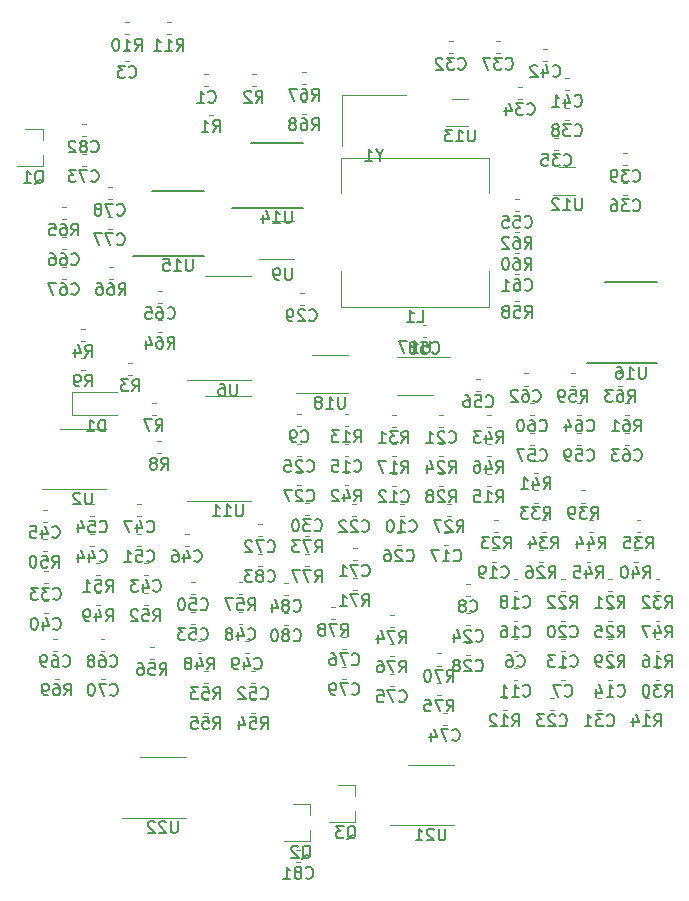
<source format=gbr>
G04 #@! TF.GenerationSoftware,KiCad,Pcbnew,5.1.5-52549c5~84~ubuntu18.04.1*
G04 #@! TF.CreationDate,2020-01-13T13:08:31-08:00*
G04 #@! TF.ProjectId,Extention Boards,45787465-6e74-4696-9f6e-20426f617264,rev?*
G04 #@! TF.SameCoordinates,Original*
G04 #@! TF.FileFunction,Legend,Bot*
G04 #@! TF.FilePolarity,Positive*
%FSLAX46Y46*%
G04 Gerber Fmt 4.6, Leading zero omitted, Abs format (unit mm)*
G04 Created by KiCad (PCBNEW 5.1.5-52549c5~84~ubuntu18.04.1) date 2020-01-13 13:08:31*
%MOMM*%
%LPD*%
G04 APERTURE LIST*
%ADD10C,0.120000*%
%ADD11C,0.150000*%
G04 APERTURE END LIST*
D10*
X67518222Y-107778999D02*
X67843780Y-107778999D01*
X67518222Y-108798999D02*
X67843780Y-108798999D01*
X60797221Y-106682000D02*
X61122779Y-106682000D01*
X60797221Y-105662000D02*
X61122779Y-105662000D01*
X93682222Y-155556999D02*
X94007780Y-155556999D01*
X93682222Y-156576999D02*
X94007780Y-156576999D01*
X97692222Y-159086999D02*
X98017780Y-159086999D01*
X97692222Y-158066999D02*
X98017780Y-158066999D01*
X89672222Y-150906999D02*
X89997780Y-150906999D01*
X89672222Y-151926999D02*
X89997780Y-151926999D01*
X75372222Y-136526999D02*
X75697780Y-136526999D01*
X75372222Y-137546999D02*
X75697780Y-137546999D01*
X84052222Y-144116999D02*
X84377780Y-144116999D01*
X84052222Y-145136999D02*
X84377780Y-145136999D01*
X93682222Y-158066999D02*
X94007780Y-158066999D01*
X93682222Y-159086999D02*
X94007780Y-159086999D01*
X83392222Y-142626999D02*
X83717780Y-142626999D01*
X83392222Y-141606999D02*
X83717780Y-141606999D01*
X97692222Y-155556999D02*
X98017780Y-155556999D01*
X97692222Y-156576999D02*
X98017780Y-156576999D01*
X101702222Y-158066999D02*
X102027780Y-158066999D01*
X101702222Y-159086999D02*
X102027780Y-159086999D01*
X79382222Y-140056999D02*
X79707780Y-140056999D01*
X79382222Y-139036999D02*
X79707780Y-139036999D01*
X93682222Y-153046999D02*
X94007780Y-153046999D01*
X93682222Y-154066999D02*
X94007780Y-154066999D01*
X87832222Y-147646999D02*
X88157780Y-147646999D01*
X87832222Y-146626999D02*
X88157780Y-146626999D01*
X93682222Y-150536999D02*
X94007780Y-150536999D01*
X93682222Y-151556999D02*
X94007780Y-151556999D01*
X91842222Y-149046999D02*
X92167780Y-149046999D01*
X91842222Y-148026999D02*
X92167780Y-148026999D01*
X97692222Y-154066999D02*
X98017780Y-154066999D01*
X97692222Y-153046999D02*
X98017780Y-153046999D01*
X87402222Y-136586999D02*
X87727780Y-136586999D01*
X87402222Y-137606999D02*
X87727780Y-137606999D01*
X80042222Y-145136999D02*
X80367780Y-145136999D01*
X80042222Y-144116999D02*
X80367780Y-144116999D01*
X96782222Y-161596999D02*
X97107780Y-161596999D01*
X96782222Y-160576999D02*
X97107780Y-160576999D01*
X89672222Y-153416999D02*
X89997780Y-153416999D01*
X89672222Y-154436999D02*
X89997780Y-154436999D01*
X75372222Y-140056999D02*
X75697780Y-140056999D01*
X75372222Y-139036999D02*
X75697780Y-139036999D01*
X83822222Y-147646999D02*
X84147780Y-147646999D01*
X83822222Y-146626999D02*
X84147780Y-146626999D01*
X75372222Y-142566999D02*
X75697780Y-142566999D01*
X75372222Y-141546999D02*
X75697780Y-141546999D01*
X89672222Y-156946999D02*
X89997780Y-156946999D01*
X89672222Y-155926999D02*
X89997780Y-155926999D01*
X75578222Y-126276999D02*
X75903780Y-126276999D01*
X75578222Y-127296999D02*
X75903780Y-127296999D01*
X76032222Y-145076999D02*
X76357780Y-145076999D01*
X76032222Y-144056999D02*
X76357780Y-144056999D01*
X100792222Y-161596999D02*
X101117780Y-161596999D01*
X100792222Y-160576999D02*
X101117780Y-160576999D01*
X88194222Y-105994999D02*
X88519780Y-105994999D01*
X88194222Y-104974999D02*
X88519780Y-104974999D01*
X53913721Y-149858000D02*
X54239279Y-149858000D01*
X53913721Y-150878000D02*
X54239279Y-150878000D01*
X94044222Y-109844999D02*
X94369780Y-109844999D01*
X94044222Y-108824999D02*
X94369780Y-108824999D01*
X97144222Y-114144999D02*
X97469780Y-114144999D01*
X97144222Y-113124999D02*
X97469780Y-113124999D01*
X102994222Y-116974999D02*
X103319780Y-116974999D01*
X102994222Y-117994999D02*
X103319780Y-117994999D01*
X92204222Y-104974999D02*
X92529780Y-104974999D01*
X92204222Y-105994999D02*
X92529780Y-105994999D01*
X98054222Y-111634999D02*
X98379780Y-111634999D01*
X98054222Y-110614999D02*
X98379780Y-110614999D01*
X102994222Y-114464999D02*
X103319780Y-114464999D01*
X102994222Y-115484999D02*
X103319780Y-115484999D01*
X53913721Y-152398000D02*
X54239279Y-152398000D01*
X53913721Y-153418000D02*
X54239279Y-153418000D01*
X98054222Y-109124999D02*
X98379780Y-109124999D01*
X98054222Y-108104999D02*
X98379780Y-108104999D01*
X96214222Y-106614999D02*
X96539780Y-106614999D01*
X96214222Y-105594999D02*
X96539780Y-105594999D01*
X62380222Y-149176999D02*
X62705780Y-149176999D01*
X62380222Y-150196999D02*
X62705780Y-150196999D01*
X57830222Y-147686999D02*
X58155780Y-147686999D01*
X57830222Y-146666999D02*
X58155780Y-146666999D01*
X53820222Y-144626999D02*
X54145780Y-144626999D01*
X53820222Y-145646999D02*
X54145780Y-145646999D01*
X65850222Y-146666999D02*
X66175780Y-146666999D01*
X65850222Y-147686999D02*
X66175780Y-147686999D01*
X61840222Y-145176999D02*
X62165780Y-145176999D01*
X61840222Y-144156999D02*
X62165780Y-144156999D01*
X70400222Y-154276999D02*
X70725780Y-154276999D01*
X70400222Y-153256999D02*
X70725780Y-153256999D01*
X70940222Y-156786999D02*
X71265780Y-156786999D01*
X70940222Y-155766999D02*
X71265780Y-155766999D01*
X66390222Y-150746999D02*
X66715780Y-150746999D01*
X66390222Y-151766999D02*
X66715780Y-151766999D01*
X61840222Y-146666999D02*
X62165780Y-146666999D01*
X61840222Y-147686999D02*
X62165780Y-147686999D01*
X71480222Y-159296999D02*
X71805780Y-159296999D01*
X71480222Y-158276999D02*
X71805780Y-158276999D01*
X66390222Y-153256999D02*
X66715780Y-153256999D01*
X66390222Y-154276999D02*
X66715780Y-154276999D01*
X57830222Y-144156999D02*
X58155780Y-144156999D01*
X57830222Y-145176999D02*
X58155780Y-145176999D01*
X93817221Y-118362000D02*
X94142779Y-118362000D01*
X93817221Y-119382000D02*
X94142779Y-119382000D01*
X90538222Y-134590999D02*
X90863780Y-134590999D01*
X90538222Y-133570999D02*
X90863780Y-133570999D01*
X95088222Y-138120999D02*
X95413780Y-138120999D01*
X95088222Y-139140999D02*
X95413780Y-139140999D01*
X85988222Y-130040999D02*
X86313780Y-130040999D01*
X85988222Y-129020999D02*
X86313780Y-129020999D01*
X99098222Y-139140999D02*
X99423780Y-139140999D01*
X99098222Y-138120999D02*
X99423780Y-138120999D01*
X95088222Y-136630999D02*
X95413780Y-136630999D01*
X95088222Y-135610999D02*
X95413780Y-135610999D01*
X93842721Y-123696000D02*
X94168279Y-123696000D01*
X93842721Y-124716000D02*
X94168279Y-124716000D01*
X94548222Y-134120999D02*
X94873780Y-134120999D01*
X94548222Y-133100999D02*
X94873780Y-133100999D01*
X103108222Y-138120999D02*
X103433780Y-138120999D01*
X103108222Y-139140999D02*
X103433780Y-139140999D01*
X99098222Y-135610999D02*
X99423780Y-135610999D01*
X99098222Y-136630999D02*
X99423780Y-136630999D01*
X63586222Y-126084999D02*
X63911780Y-126084999D01*
X63586222Y-127104999D02*
X63911780Y-127104999D01*
X55436222Y-121534999D02*
X55761780Y-121534999D01*
X55436222Y-122554999D02*
X55761780Y-122554999D01*
X55436222Y-124044999D02*
X55761780Y-124044999D01*
X55436222Y-125064999D02*
X55761780Y-125064999D01*
X58726222Y-155548999D02*
X59051780Y-155548999D01*
X58726222Y-156568999D02*
X59051780Y-156568999D01*
X54716222Y-156568999D02*
X55041780Y-156568999D01*
X54716222Y-155548999D02*
X55041780Y-155548999D01*
X58739721Y-159006000D02*
X59065279Y-159006000D01*
X58739721Y-157986000D02*
X59065279Y-157986000D01*
X80074222Y-147884999D02*
X80399780Y-147884999D01*
X80074222Y-148904999D02*
X80399780Y-148904999D01*
X72054222Y-146864999D02*
X72379780Y-146864999D01*
X72054222Y-145844999D02*
X72379780Y-145844999D01*
X57122222Y-114496999D02*
X57447780Y-114496999D01*
X57122222Y-115516999D02*
X57447780Y-115516999D01*
X87704222Y-162844999D02*
X88029780Y-162844999D01*
X87704222Y-161824999D02*
X88029780Y-161824999D01*
X83204222Y-159554999D02*
X83529780Y-159554999D01*
X83204222Y-158534999D02*
X83529780Y-158534999D01*
X79194222Y-155414999D02*
X79519780Y-155414999D01*
X79194222Y-156434999D02*
X79519780Y-156434999D01*
X59322222Y-120866999D02*
X59647780Y-120866999D01*
X59322222Y-119846999D02*
X59647780Y-119846999D01*
X59322222Y-117336999D02*
X59647780Y-117336999D01*
X59322222Y-118356999D02*
X59647780Y-118356999D01*
X79194222Y-158944999D02*
X79519780Y-158944999D01*
X79194222Y-157924999D02*
X79519780Y-157924999D01*
X74254222Y-153374999D02*
X74579780Y-153374999D01*
X74254222Y-154394999D02*
X74579780Y-154394999D01*
X75300721Y-174500000D02*
X75626279Y-174500000D01*
X75300721Y-173480000D02*
X75626279Y-173480000D01*
X57122222Y-113006999D02*
X57447780Y-113006999D01*
X57122222Y-111986999D02*
X57447780Y-111986999D01*
X72054222Y-148354999D02*
X72379780Y-148354999D01*
X72054222Y-149374999D02*
X72379780Y-149374999D01*
X74254222Y-151884999D02*
X74579780Y-151884999D01*
X74254222Y-150864999D02*
X74579780Y-150864999D01*
X56292001Y-136652999D02*
X56292001Y-134652999D01*
X56292001Y-134652999D02*
X60142001Y-134652999D01*
X56292001Y-136652999D02*
X60142001Y-136652999D01*
X91644000Y-117858000D02*
X91644000Y-114858000D01*
X91644000Y-114858000D02*
X79044000Y-114858000D01*
X79044000Y-114858000D02*
X79044000Y-117858000D01*
X79044000Y-124458000D02*
X79044000Y-127458000D01*
X79044000Y-127458000D02*
X91644000Y-127458000D01*
X91644000Y-127458000D02*
X91644000Y-124458000D01*
X53815001Y-112406999D02*
X53815001Y-113336999D01*
X53815001Y-115566999D02*
X53815001Y-114636999D01*
X53815001Y-115566999D02*
X51655001Y-115566999D01*
X53815001Y-112406999D02*
X52355001Y-112406999D01*
X76436000Y-169550000D02*
X74976000Y-169550000D01*
X76436000Y-172710000D02*
X74276000Y-172710000D01*
X76436000Y-172710000D02*
X76436000Y-171780000D01*
X76436000Y-169550000D02*
X76436000Y-170480000D01*
X80246000Y-167904000D02*
X80246000Y-168834000D01*
X80246000Y-171064000D02*
X80246000Y-170134000D01*
X80246000Y-171064000D02*
X78086000Y-171064000D01*
X80246000Y-167904000D02*
X78786000Y-167904000D01*
X67909221Y-111254000D02*
X68234779Y-111254000D01*
X67909221Y-110234000D02*
X68234779Y-110234000D01*
X71528222Y-108798999D02*
X71853780Y-108798999D01*
X71528222Y-107778999D02*
X71853780Y-107778999D01*
X61084222Y-132212999D02*
X61409780Y-132212999D01*
X61084222Y-133232999D02*
X61409780Y-133232999D01*
X57074222Y-130312999D02*
X57399780Y-130312999D01*
X57074222Y-129292999D02*
X57399780Y-129292999D01*
X63054222Y-135562999D02*
X63379780Y-135562999D01*
X63054222Y-136582999D02*
X63379780Y-136582999D01*
X63524222Y-139872999D02*
X63849780Y-139872999D01*
X63524222Y-138852999D02*
X63849780Y-138852999D01*
X57074222Y-131802999D02*
X57399780Y-131802999D01*
X57074222Y-132822999D02*
X57399780Y-132822999D01*
X60822721Y-104396000D02*
X61148279Y-104396000D01*
X60822721Y-103376000D02*
X61148279Y-103376000D01*
X64353221Y-103376000D02*
X64678779Y-103376000D01*
X64353221Y-104396000D02*
X64678779Y-104396000D01*
X92772222Y-161596999D02*
X93097780Y-161596999D01*
X92772222Y-160576999D02*
X93097780Y-160576999D01*
X79382222Y-137546999D02*
X79707780Y-137546999D01*
X79382222Y-136526999D02*
X79707780Y-136526999D01*
X104802222Y-160576999D02*
X105127780Y-160576999D01*
X104802222Y-161596999D02*
X105127780Y-161596999D01*
X91412222Y-142626999D02*
X91737780Y-142626999D01*
X91412222Y-141606999D02*
X91737780Y-141606999D01*
X105712222Y-155556999D02*
X106037780Y-155556999D01*
X105712222Y-156576999D02*
X106037780Y-156576999D01*
X83392222Y-139096999D02*
X83717780Y-139096999D01*
X83392222Y-140116999D02*
X83717780Y-140116999D01*
X101702222Y-150536999D02*
X102027780Y-150536999D01*
X101702222Y-151556999D02*
X102027780Y-151556999D01*
X97692222Y-151556999D02*
X98017780Y-151556999D01*
X97692222Y-150536999D02*
X98017780Y-150536999D01*
X92072222Y-145516999D02*
X92397780Y-145516999D01*
X92072222Y-146536999D02*
X92397780Y-146536999D01*
X87402222Y-140116999D02*
X87727780Y-140116999D01*
X87402222Y-139096999D02*
X87727780Y-139096999D01*
X101702222Y-153046999D02*
X102027780Y-153046999D01*
X101702222Y-154066999D02*
X102027780Y-154066999D01*
X95852222Y-149046999D02*
X96177780Y-149046999D01*
X95852222Y-148026999D02*
X96177780Y-148026999D01*
X88062222Y-145136999D02*
X88387780Y-145136999D01*
X88062222Y-144116999D02*
X88387780Y-144116999D01*
X87402222Y-141606999D02*
X87727780Y-141606999D01*
X87402222Y-142626999D02*
X87727780Y-142626999D01*
X101702222Y-156576999D02*
X102027780Y-156576999D01*
X101702222Y-155556999D02*
X102027780Y-155556999D01*
X105712222Y-158066999D02*
X106037780Y-158066999D01*
X105712222Y-159086999D02*
X106037780Y-159086999D01*
X83392222Y-136586999D02*
X83717780Y-136586999D01*
X83392222Y-137606999D02*
X83717780Y-137606999D01*
X105712222Y-151556999D02*
X106037780Y-151556999D01*
X105712222Y-150536999D02*
X106037780Y-150536999D01*
X95422222Y-143006999D02*
X95747780Y-143006999D01*
X95422222Y-144026999D02*
X95747780Y-144026999D01*
X96082222Y-146536999D02*
X96407780Y-146536999D01*
X96082222Y-145516999D02*
X96407780Y-145516999D01*
X104102222Y-145516999D02*
X104427780Y-145516999D01*
X104102222Y-146536999D02*
X104427780Y-146536999D01*
X99432222Y-144026999D02*
X99757780Y-144026999D01*
X99432222Y-143006999D02*
X99757780Y-143006999D01*
X103872222Y-148026999D02*
X104197780Y-148026999D01*
X103872222Y-149046999D02*
X104197780Y-149046999D01*
X95422222Y-140496999D02*
X95747780Y-140496999D01*
X95422222Y-141516999D02*
X95747780Y-141516999D01*
X79382222Y-141546999D02*
X79707780Y-141546999D01*
X79382222Y-142566999D02*
X79707780Y-142566999D01*
X91412222Y-137606999D02*
X91737780Y-137606999D01*
X91412222Y-136586999D02*
X91737780Y-136586999D01*
X100092222Y-146536999D02*
X100417780Y-146536999D01*
X100092222Y-145516999D02*
X100417780Y-145516999D01*
X99862222Y-148026999D02*
X100187780Y-148026999D01*
X99862222Y-149046999D02*
X100187780Y-149046999D01*
X91412222Y-140116999D02*
X91737780Y-140116999D01*
X91412222Y-139096999D02*
X91737780Y-139096999D01*
X105712222Y-154066999D02*
X106037780Y-154066999D01*
X105712222Y-153046999D02*
X106037780Y-153046999D01*
X66930222Y-155766999D02*
X67255780Y-155766999D01*
X66930222Y-156786999D02*
X67255780Y-156786999D01*
X58370222Y-152706999D02*
X58695780Y-152706999D01*
X58370222Y-151686999D02*
X58695780Y-151686999D01*
X53820222Y-148156999D02*
X54145780Y-148156999D01*
X53820222Y-147136999D02*
X54145780Y-147136999D01*
X58370222Y-150196999D02*
X58695780Y-150196999D01*
X58370222Y-149176999D02*
X58695780Y-149176999D01*
X62380222Y-151686999D02*
X62705780Y-151686999D01*
X62380222Y-152706999D02*
X62705780Y-152706999D01*
X67470222Y-158276999D02*
X67795780Y-158276999D01*
X67470222Y-159296999D02*
X67795780Y-159296999D01*
X71480222Y-161806999D02*
X71805780Y-161806999D01*
X71480222Y-160786999D02*
X71805780Y-160786999D01*
X67470222Y-160786999D02*
X67795780Y-160786999D01*
X67470222Y-161806999D02*
X67795780Y-161806999D01*
X62920222Y-156236999D02*
X63245780Y-156236999D01*
X62920222Y-157256999D02*
X63245780Y-157256999D01*
X70400222Y-151766999D02*
X70725780Y-151766999D01*
X70400222Y-150746999D02*
X70725780Y-150746999D01*
X93842721Y-127002000D02*
X94168279Y-127002000D01*
X93842721Y-125982000D02*
X94168279Y-125982000D01*
X98558222Y-134120999D02*
X98883780Y-134120999D01*
X98558222Y-133100999D02*
X98883780Y-133100999D01*
X93817221Y-121918000D02*
X94142779Y-121918000D01*
X93817221Y-122938000D02*
X94142779Y-122938000D01*
X103108222Y-135610999D02*
X103433780Y-135610999D01*
X103108222Y-136630999D02*
X103433780Y-136630999D01*
X93817221Y-120140000D02*
X94142779Y-120140000D01*
X93817221Y-121160000D02*
X94142779Y-121160000D01*
X102568222Y-133100999D02*
X102893780Y-133100999D01*
X102568222Y-134120999D02*
X102893780Y-134120999D01*
X63586222Y-128594999D02*
X63911780Y-128594999D01*
X63586222Y-129614999D02*
X63911780Y-129614999D01*
X55436222Y-120044999D02*
X55761780Y-120044999D01*
X55436222Y-119024999D02*
X55761780Y-119024999D01*
X59446222Y-124044999D02*
X59771780Y-124044999D01*
X59446222Y-125064999D02*
X59771780Y-125064999D01*
X75798222Y-107602999D02*
X76123780Y-107602999D01*
X75798222Y-108622999D02*
X76123780Y-108622999D01*
X75798222Y-111132999D02*
X76123780Y-111132999D01*
X75798222Y-110112999D02*
X76123780Y-110112999D01*
X54850222Y-157970999D02*
X55175780Y-157970999D01*
X54850222Y-158990999D02*
X55175780Y-158990999D01*
X87214222Y-157824999D02*
X87539780Y-157824999D01*
X87214222Y-156804999D02*
X87539780Y-156804999D01*
X80074222Y-151414999D02*
X80399780Y-151414999D01*
X80074222Y-150394999D02*
X80399780Y-150394999D01*
X76064222Y-146864999D02*
X76389780Y-146864999D01*
X76064222Y-145844999D02*
X76389780Y-145844999D01*
X83204222Y-154534999D02*
X83529780Y-154534999D01*
X83204222Y-153514999D02*
X83529780Y-153514999D01*
X87214222Y-160334999D02*
X87539780Y-160334999D01*
X87214222Y-159314999D02*
X87539780Y-159314999D01*
X83204222Y-156024999D02*
X83529780Y-156024999D01*
X83204222Y-157044999D02*
X83529780Y-157044999D01*
X76064222Y-149374999D02*
X76389780Y-149374999D01*
X76064222Y-148354999D02*
X76389780Y-148354999D01*
X78264222Y-152904999D02*
X78589780Y-152904999D01*
X78264222Y-153924999D02*
X78589780Y-153924999D01*
X57215000Y-137775000D02*
X59165000Y-137775000D01*
X57215000Y-137775000D02*
X55265000Y-137775000D01*
X57215000Y-142895000D02*
X59165000Y-142895000D01*
X57215000Y-142895000D02*
X53765000Y-142895000D01*
X69511001Y-124811999D02*
X71461001Y-124811999D01*
X69511001Y-124811999D02*
X67561001Y-124811999D01*
X69511001Y-133681999D02*
X71461001Y-133681999D01*
X69511001Y-133681999D02*
X66061001Y-133681999D01*
X75061001Y-123426999D02*
X72111001Y-123426999D01*
X73261001Y-120206999D02*
X75061001Y-120206999D01*
X69511001Y-143891999D02*
X66061001Y-143891999D01*
X69511001Y-143891999D02*
X71461001Y-143891999D01*
X69511001Y-135021999D02*
X67561001Y-135021999D01*
X69511001Y-135021999D02*
X71461001Y-135021999D01*
X98927001Y-117974999D02*
X97027001Y-117974999D01*
X97527001Y-115654999D02*
X98927001Y-115654999D01*
X88454000Y-109838000D02*
X89854000Y-109838000D01*
X89854000Y-112158000D02*
X87954000Y-112158000D01*
D11*
X71460000Y-113607000D02*
X75860000Y-113607000D01*
X69885000Y-119132000D02*
X75860000Y-119132000D01*
X61503000Y-123196000D02*
X67478000Y-123196000D01*
X63078000Y-117671000D02*
X67478000Y-117671000D01*
X101407000Y-125328000D02*
X105857000Y-125328000D01*
X99882000Y-132228000D02*
X105857000Y-132228000D01*
D10*
X85344000Y-134960000D02*
X83844000Y-134960000D01*
X85344000Y-134960000D02*
X86844000Y-134960000D01*
X85344000Y-131740000D02*
X83844000Y-131740000D01*
X85344000Y-131740000D02*
X88269000Y-131740000D01*
X78151500Y-134777000D02*
X75226500Y-134777000D01*
X78151500Y-134777000D02*
X79651500Y-134777000D01*
X78151500Y-131557000D02*
X76651500Y-131557000D01*
X78151500Y-131557000D02*
X79651500Y-131557000D01*
X86679000Y-171343000D02*
X83229000Y-171343000D01*
X86679000Y-171343000D02*
X88629000Y-171343000D01*
X86679000Y-166223000D02*
X84729000Y-166223000D01*
X86679000Y-166223000D02*
X88629000Y-166223000D01*
X64008000Y-165588000D02*
X65958000Y-165588000D01*
X64008000Y-165588000D02*
X62058000Y-165588000D01*
X64008000Y-170708000D02*
X65958000Y-170708000D01*
X64008000Y-170708000D02*
X60558000Y-170708000D01*
X79162000Y-113838500D02*
X79162000Y-109538500D01*
X79162000Y-109538500D02*
X84562000Y-109538500D01*
D11*
X67847667Y-110076141D02*
X67895286Y-110123760D01*
X68038143Y-110171379D01*
X68133381Y-110171379D01*
X68276239Y-110123760D01*
X68371477Y-110028522D01*
X68419096Y-109933284D01*
X68466715Y-109742808D01*
X68466715Y-109599951D01*
X68419096Y-109409475D01*
X68371477Y-109314237D01*
X68276239Y-109218999D01*
X68133381Y-109171379D01*
X68038143Y-109171379D01*
X67895286Y-109218999D01*
X67847667Y-109266618D01*
X66895286Y-110171379D02*
X67466715Y-110171379D01*
X67181001Y-110171379D02*
X67181001Y-109171379D01*
X67276239Y-109314237D01*
X67371477Y-109409475D01*
X67466715Y-109457094D01*
X61126666Y-107959142D02*
X61174285Y-108006761D01*
X61317142Y-108054380D01*
X61412380Y-108054380D01*
X61555238Y-108006761D01*
X61650476Y-107911523D01*
X61698095Y-107816285D01*
X61745714Y-107625809D01*
X61745714Y-107482952D01*
X61698095Y-107292476D01*
X61650476Y-107197238D01*
X61555238Y-107102000D01*
X61412380Y-107054380D01*
X61317142Y-107054380D01*
X61174285Y-107102000D01*
X61126666Y-107149619D01*
X60793333Y-107054380D02*
X60174285Y-107054380D01*
X60507619Y-107435333D01*
X60364761Y-107435333D01*
X60269523Y-107482952D01*
X60221904Y-107530571D01*
X60174285Y-107625809D01*
X60174285Y-107863904D01*
X60221904Y-107959142D01*
X60269523Y-108006761D01*
X60364761Y-108054380D01*
X60650476Y-108054380D01*
X60745714Y-108006761D01*
X60793333Y-107959142D01*
X94011667Y-157854141D02*
X94059286Y-157901760D01*
X94202143Y-157949379D01*
X94297381Y-157949379D01*
X94440239Y-157901760D01*
X94535477Y-157806522D01*
X94583096Y-157711284D01*
X94630715Y-157520808D01*
X94630715Y-157377951D01*
X94583096Y-157187475D01*
X94535477Y-157092237D01*
X94440239Y-156996999D01*
X94297381Y-156949379D01*
X94202143Y-156949379D01*
X94059286Y-156996999D01*
X94011667Y-157044618D01*
X93154524Y-156949379D02*
X93345001Y-156949379D01*
X93440239Y-156996999D01*
X93487858Y-157044618D01*
X93583096Y-157187475D01*
X93630715Y-157377951D01*
X93630715Y-157758903D01*
X93583096Y-157854141D01*
X93535477Y-157901760D01*
X93440239Y-157949379D01*
X93249762Y-157949379D01*
X93154524Y-157901760D01*
X93106905Y-157854141D01*
X93059286Y-157758903D01*
X93059286Y-157520808D01*
X93106905Y-157425570D01*
X93154524Y-157377951D01*
X93249762Y-157330332D01*
X93440239Y-157330332D01*
X93535477Y-157377951D01*
X93583096Y-157425570D01*
X93630715Y-157520808D01*
X98021667Y-160364141D02*
X98069286Y-160411760D01*
X98212143Y-160459379D01*
X98307381Y-160459379D01*
X98450239Y-160411760D01*
X98545477Y-160316522D01*
X98593096Y-160221284D01*
X98640715Y-160030808D01*
X98640715Y-159887951D01*
X98593096Y-159697475D01*
X98545477Y-159602237D01*
X98450239Y-159506999D01*
X98307381Y-159459379D01*
X98212143Y-159459379D01*
X98069286Y-159506999D01*
X98021667Y-159554618D01*
X97688334Y-159459379D02*
X97021667Y-159459379D01*
X97450239Y-160459379D01*
X90001667Y-153204141D02*
X90049286Y-153251760D01*
X90192143Y-153299379D01*
X90287381Y-153299379D01*
X90430239Y-153251760D01*
X90525477Y-153156522D01*
X90573096Y-153061284D01*
X90620715Y-152870808D01*
X90620715Y-152727951D01*
X90573096Y-152537475D01*
X90525477Y-152442237D01*
X90430239Y-152346999D01*
X90287381Y-152299379D01*
X90192143Y-152299379D01*
X90049286Y-152346999D01*
X90001667Y-152394618D01*
X89430239Y-152727951D02*
X89525477Y-152680332D01*
X89573096Y-152632713D01*
X89620715Y-152537475D01*
X89620715Y-152489856D01*
X89573096Y-152394618D01*
X89525477Y-152346999D01*
X89430239Y-152299379D01*
X89239762Y-152299379D01*
X89144524Y-152346999D01*
X89096905Y-152394618D01*
X89049286Y-152489856D01*
X89049286Y-152537475D01*
X89096905Y-152632713D01*
X89144524Y-152680332D01*
X89239762Y-152727951D01*
X89430239Y-152727951D01*
X89525477Y-152775570D01*
X89573096Y-152823189D01*
X89620715Y-152918427D01*
X89620715Y-153108903D01*
X89573096Y-153204141D01*
X89525477Y-153251760D01*
X89430239Y-153299379D01*
X89239762Y-153299379D01*
X89144524Y-153251760D01*
X89096905Y-153204141D01*
X89049286Y-153108903D01*
X89049286Y-152918427D01*
X89096905Y-152823189D01*
X89144524Y-152775570D01*
X89239762Y-152727951D01*
X75701667Y-138824141D02*
X75749286Y-138871760D01*
X75892143Y-138919379D01*
X75987381Y-138919379D01*
X76130239Y-138871760D01*
X76225477Y-138776522D01*
X76273096Y-138681284D01*
X76320715Y-138490808D01*
X76320715Y-138347951D01*
X76273096Y-138157475D01*
X76225477Y-138062237D01*
X76130239Y-137966999D01*
X75987381Y-137919379D01*
X75892143Y-137919379D01*
X75749286Y-137966999D01*
X75701667Y-138014618D01*
X75225477Y-138919379D02*
X75035001Y-138919379D01*
X74939762Y-138871760D01*
X74892143Y-138824141D01*
X74796905Y-138681284D01*
X74749286Y-138490808D01*
X74749286Y-138109856D01*
X74796905Y-138014618D01*
X74844524Y-137966999D01*
X74939762Y-137919379D01*
X75130239Y-137919379D01*
X75225477Y-137966999D01*
X75273096Y-138014618D01*
X75320715Y-138109856D01*
X75320715Y-138347951D01*
X75273096Y-138443189D01*
X75225477Y-138490808D01*
X75130239Y-138538427D01*
X74939762Y-138538427D01*
X74844524Y-138490808D01*
X74796905Y-138443189D01*
X74749286Y-138347951D01*
X84857858Y-146414141D02*
X84905477Y-146461760D01*
X85048334Y-146509379D01*
X85143572Y-146509379D01*
X85286429Y-146461760D01*
X85381667Y-146366522D01*
X85429286Y-146271284D01*
X85476905Y-146080808D01*
X85476905Y-145937951D01*
X85429286Y-145747475D01*
X85381667Y-145652237D01*
X85286429Y-145556999D01*
X85143572Y-145509379D01*
X85048334Y-145509379D01*
X84905477Y-145556999D01*
X84857858Y-145604618D01*
X83905477Y-146509379D02*
X84476905Y-146509379D01*
X84191191Y-146509379D02*
X84191191Y-145509379D01*
X84286429Y-145652237D01*
X84381667Y-145747475D01*
X84476905Y-145795094D01*
X83286429Y-145509379D02*
X83191191Y-145509379D01*
X83095953Y-145556999D01*
X83048334Y-145604618D01*
X83000715Y-145699856D01*
X82953096Y-145890332D01*
X82953096Y-146128427D01*
X83000715Y-146318903D01*
X83048334Y-146414141D01*
X83095953Y-146461760D01*
X83191191Y-146509379D01*
X83286429Y-146509379D01*
X83381667Y-146461760D01*
X83429286Y-146414141D01*
X83476905Y-146318903D01*
X83524524Y-146128427D01*
X83524524Y-145890332D01*
X83476905Y-145699856D01*
X83429286Y-145604618D01*
X83381667Y-145556999D01*
X83286429Y-145509379D01*
X94487858Y-160364141D02*
X94535477Y-160411760D01*
X94678334Y-160459379D01*
X94773572Y-160459379D01*
X94916429Y-160411760D01*
X95011667Y-160316522D01*
X95059286Y-160221284D01*
X95106905Y-160030808D01*
X95106905Y-159887951D01*
X95059286Y-159697475D01*
X95011667Y-159602237D01*
X94916429Y-159506999D01*
X94773572Y-159459379D01*
X94678334Y-159459379D01*
X94535477Y-159506999D01*
X94487858Y-159554618D01*
X93535477Y-160459379D02*
X94106905Y-160459379D01*
X93821191Y-160459379D02*
X93821191Y-159459379D01*
X93916429Y-159602237D01*
X94011667Y-159697475D01*
X94106905Y-159745094D01*
X92583096Y-160459379D02*
X93154524Y-160459379D01*
X92868810Y-160459379D02*
X92868810Y-159459379D01*
X92964048Y-159602237D01*
X93059286Y-159697475D01*
X93154524Y-159745094D01*
X84197858Y-143904141D02*
X84245477Y-143951760D01*
X84388334Y-143999379D01*
X84483572Y-143999379D01*
X84626429Y-143951760D01*
X84721667Y-143856522D01*
X84769286Y-143761284D01*
X84816905Y-143570808D01*
X84816905Y-143427951D01*
X84769286Y-143237475D01*
X84721667Y-143142237D01*
X84626429Y-143046999D01*
X84483572Y-142999379D01*
X84388334Y-142999379D01*
X84245477Y-143046999D01*
X84197858Y-143094618D01*
X83245477Y-143999379D02*
X83816905Y-143999379D01*
X83531191Y-143999379D02*
X83531191Y-142999379D01*
X83626429Y-143142237D01*
X83721667Y-143237475D01*
X83816905Y-143285094D01*
X82864524Y-143094618D02*
X82816905Y-143046999D01*
X82721667Y-142999379D01*
X82483572Y-142999379D01*
X82388334Y-143046999D01*
X82340715Y-143094618D01*
X82293096Y-143189856D01*
X82293096Y-143285094D01*
X82340715Y-143427951D01*
X82912143Y-143999379D01*
X82293096Y-143999379D01*
X98497858Y-157854141D02*
X98545477Y-157901760D01*
X98688334Y-157949379D01*
X98783572Y-157949379D01*
X98926429Y-157901760D01*
X99021667Y-157806522D01*
X99069286Y-157711284D01*
X99116905Y-157520808D01*
X99116905Y-157377951D01*
X99069286Y-157187475D01*
X99021667Y-157092237D01*
X98926429Y-156996999D01*
X98783572Y-156949379D01*
X98688334Y-156949379D01*
X98545477Y-156996999D01*
X98497858Y-157044618D01*
X97545477Y-157949379D02*
X98116905Y-157949379D01*
X97831191Y-157949379D02*
X97831191Y-156949379D01*
X97926429Y-157092237D01*
X98021667Y-157187475D01*
X98116905Y-157235094D01*
X97212143Y-156949379D02*
X96593096Y-156949379D01*
X96926429Y-157330332D01*
X96783572Y-157330332D01*
X96688334Y-157377951D01*
X96640715Y-157425570D01*
X96593096Y-157520808D01*
X96593096Y-157758903D01*
X96640715Y-157854141D01*
X96688334Y-157901760D01*
X96783572Y-157949379D01*
X97069286Y-157949379D01*
X97164524Y-157901760D01*
X97212143Y-157854141D01*
X102507858Y-160364141D02*
X102555477Y-160411760D01*
X102698334Y-160459379D01*
X102793572Y-160459379D01*
X102936429Y-160411760D01*
X103031667Y-160316522D01*
X103079286Y-160221284D01*
X103126905Y-160030808D01*
X103126905Y-159887951D01*
X103079286Y-159697475D01*
X103031667Y-159602237D01*
X102936429Y-159506999D01*
X102793572Y-159459379D01*
X102698334Y-159459379D01*
X102555477Y-159506999D01*
X102507858Y-159554618D01*
X101555477Y-160459379D02*
X102126905Y-160459379D01*
X101841191Y-160459379D02*
X101841191Y-159459379D01*
X101936429Y-159602237D01*
X102031667Y-159697475D01*
X102126905Y-159745094D01*
X100698334Y-159792713D02*
X100698334Y-160459379D01*
X100936429Y-159411760D02*
X101174524Y-160126046D01*
X100555477Y-160126046D01*
X80187858Y-141334141D02*
X80235477Y-141381760D01*
X80378334Y-141429379D01*
X80473572Y-141429379D01*
X80616429Y-141381760D01*
X80711667Y-141286522D01*
X80759286Y-141191284D01*
X80806905Y-141000808D01*
X80806905Y-140857951D01*
X80759286Y-140667475D01*
X80711667Y-140572237D01*
X80616429Y-140476999D01*
X80473572Y-140429379D01*
X80378334Y-140429379D01*
X80235477Y-140476999D01*
X80187858Y-140524618D01*
X79235477Y-141429379D02*
X79806905Y-141429379D01*
X79521191Y-141429379D02*
X79521191Y-140429379D01*
X79616429Y-140572237D01*
X79711667Y-140667475D01*
X79806905Y-140715094D01*
X78330715Y-140429379D02*
X78806905Y-140429379D01*
X78854524Y-140905570D01*
X78806905Y-140857951D01*
X78711667Y-140810332D01*
X78473572Y-140810332D01*
X78378334Y-140857951D01*
X78330715Y-140905570D01*
X78283096Y-141000808D01*
X78283096Y-141238903D01*
X78330715Y-141334141D01*
X78378334Y-141381760D01*
X78473572Y-141429379D01*
X78711667Y-141429379D01*
X78806905Y-141381760D01*
X78854524Y-141334141D01*
X94487858Y-155344141D02*
X94535477Y-155391760D01*
X94678334Y-155439379D01*
X94773572Y-155439379D01*
X94916429Y-155391760D01*
X95011667Y-155296522D01*
X95059286Y-155201284D01*
X95106905Y-155010808D01*
X95106905Y-154867951D01*
X95059286Y-154677475D01*
X95011667Y-154582237D01*
X94916429Y-154486999D01*
X94773572Y-154439379D01*
X94678334Y-154439379D01*
X94535477Y-154486999D01*
X94487858Y-154534618D01*
X93535477Y-155439379D02*
X94106905Y-155439379D01*
X93821191Y-155439379D02*
X93821191Y-154439379D01*
X93916429Y-154582237D01*
X94011667Y-154677475D01*
X94106905Y-154725094D01*
X92678334Y-154439379D02*
X92868810Y-154439379D01*
X92964048Y-154486999D01*
X93011667Y-154534618D01*
X93106905Y-154677475D01*
X93154524Y-154867951D01*
X93154524Y-155248903D01*
X93106905Y-155344141D01*
X93059286Y-155391760D01*
X92964048Y-155439379D01*
X92773572Y-155439379D01*
X92678334Y-155391760D01*
X92630715Y-155344141D01*
X92583096Y-155248903D01*
X92583096Y-155010808D01*
X92630715Y-154915570D01*
X92678334Y-154867951D01*
X92773572Y-154820332D01*
X92964048Y-154820332D01*
X93059286Y-154867951D01*
X93106905Y-154915570D01*
X93154524Y-155010808D01*
X88637858Y-148924141D02*
X88685477Y-148971760D01*
X88828334Y-149019379D01*
X88923572Y-149019379D01*
X89066429Y-148971760D01*
X89161667Y-148876522D01*
X89209286Y-148781284D01*
X89256905Y-148590808D01*
X89256905Y-148447951D01*
X89209286Y-148257475D01*
X89161667Y-148162237D01*
X89066429Y-148066999D01*
X88923572Y-148019379D01*
X88828334Y-148019379D01*
X88685477Y-148066999D01*
X88637858Y-148114618D01*
X87685477Y-149019379D02*
X88256905Y-149019379D01*
X87971191Y-149019379D02*
X87971191Y-148019379D01*
X88066429Y-148162237D01*
X88161667Y-148257475D01*
X88256905Y-148305094D01*
X87352143Y-148019379D02*
X86685477Y-148019379D01*
X87114048Y-149019379D01*
X94487858Y-152834141D02*
X94535477Y-152881760D01*
X94678334Y-152929379D01*
X94773572Y-152929379D01*
X94916429Y-152881760D01*
X95011667Y-152786522D01*
X95059286Y-152691284D01*
X95106905Y-152500808D01*
X95106905Y-152357951D01*
X95059286Y-152167475D01*
X95011667Y-152072237D01*
X94916429Y-151976999D01*
X94773572Y-151929379D01*
X94678334Y-151929379D01*
X94535477Y-151976999D01*
X94487858Y-152024618D01*
X93535477Y-152929379D02*
X94106905Y-152929379D01*
X93821191Y-152929379D02*
X93821191Y-151929379D01*
X93916429Y-152072237D01*
X94011667Y-152167475D01*
X94106905Y-152215094D01*
X92964048Y-152357951D02*
X93059286Y-152310332D01*
X93106905Y-152262713D01*
X93154524Y-152167475D01*
X93154524Y-152119856D01*
X93106905Y-152024618D01*
X93059286Y-151976999D01*
X92964048Y-151929379D01*
X92773572Y-151929379D01*
X92678334Y-151976999D01*
X92630715Y-152024618D01*
X92583096Y-152119856D01*
X92583096Y-152167475D01*
X92630715Y-152262713D01*
X92678334Y-152310332D01*
X92773572Y-152357951D01*
X92964048Y-152357951D01*
X93059286Y-152405570D01*
X93106905Y-152453189D01*
X93154524Y-152548427D01*
X93154524Y-152738903D01*
X93106905Y-152834141D01*
X93059286Y-152881760D01*
X92964048Y-152929379D01*
X92773572Y-152929379D01*
X92678334Y-152881760D01*
X92630715Y-152834141D01*
X92583096Y-152738903D01*
X92583096Y-152548427D01*
X92630715Y-152453189D01*
X92678334Y-152405570D01*
X92773572Y-152357951D01*
X92647858Y-150324141D02*
X92695477Y-150371760D01*
X92838334Y-150419379D01*
X92933572Y-150419379D01*
X93076429Y-150371760D01*
X93171667Y-150276522D01*
X93219286Y-150181284D01*
X93266905Y-149990808D01*
X93266905Y-149847951D01*
X93219286Y-149657475D01*
X93171667Y-149562237D01*
X93076429Y-149466999D01*
X92933572Y-149419379D01*
X92838334Y-149419379D01*
X92695477Y-149466999D01*
X92647858Y-149514618D01*
X91695477Y-150419379D02*
X92266905Y-150419379D01*
X91981191Y-150419379D02*
X91981191Y-149419379D01*
X92076429Y-149562237D01*
X92171667Y-149657475D01*
X92266905Y-149705094D01*
X91219286Y-150419379D02*
X91028810Y-150419379D01*
X90933572Y-150371760D01*
X90885953Y-150324141D01*
X90790715Y-150181284D01*
X90743096Y-149990808D01*
X90743096Y-149609856D01*
X90790715Y-149514618D01*
X90838334Y-149466999D01*
X90933572Y-149419379D01*
X91124048Y-149419379D01*
X91219286Y-149466999D01*
X91266905Y-149514618D01*
X91314524Y-149609856D01*
X91314524Y-149847951D01*
X91266905Y-149943189D01*
X91219286Y-149990808D01*
X91124048Y-150038427D01*
X90933572Y-150038427D01*
X90838334Y-149990808D01*
X90790715Y-149943189D01*
X90743096Y-149847951D01*
X98497858Y-155344141D02*
X98545477Y-155391760D01*
X98688334Y-155439379D01*
X98783572Y-155439379D01*
X98926429Y-155391760D01*
X99021667Y-155296522D01*
X99069286Y-155201284D01*
X99116905Y-155010808D01*
X99116905Y-154867951D01*
X99069286Y-154677475D01*
X99021667Y-154582237D01*
X98926429Y-154486999D01*
X98783572Y-154439379D01*
X98688334Y-154439379D01*
X98545477Y-154486999D01*
X98497858Y-154534618D01*
X98116905Y-154534618D02*
X98069286Y-154486999D01*
X97974048Y-154439379D01*
X97735953Y-154439379D01*
X97640715Y-154486999D01*
X97593096Y-154534618D01*
X97545477Y-154629856D01*
X97545477Y-154725094D01*
X97593096Y-154867951D01*
X98164524Y-155439379D01*
X97545477Y-155439379D01*
X96926429Y-154439379D02*
X96831191Y-154439379D01*
X96735953Y-154486999D01*
X96688334Y-154534618D01*
X96640715Y-154629856D01*
X96593096Y-154820332D01*
X96593096Y-155058427D01*
X96640715Y-155248903D01*
X96688334Y-155344141D01*
X96735953Y-155391760D01*
X96831191Y-155439379D01*
X96926429Y-155439379D01*
X97021667Y-155391760D01*
X97069286Y-155344141D01*
X97116905Y-155248903D01*
X97164524Y-155058427D01*
X97164524Y-154820332D01*
X97116905Y-154629856D01*
X97069286Y-154534618D01*
X97021667Y-154486999D01*
X96926429Y-154439379D01*
X88207858Y-138884141D02*
X88255477Y-138931760D01*
X88398334Y-138979379D01*
X88493572Y-138979379D01*
X88636429Y-138931760D01*
X88731667Y-138836522D01*
X88779286Y-138741284D01*
X88826905Y-138550808D01*
X88826905Y-138407951D01*
X88779286Y-138217475D01*
X88731667Y-138122237D01*
X88636429Y-138026999D01*
X88493572Y-137979379D01*
X88398334Y-137979379D01*
X88255477Y-138026999D01*
X88207858Y-138074618D01*
X87826905Y-138074618D02*
X87779286Y-138026999D01*
X87684048Y-137979379D01*
X87445953Y-137979379D01*
X87350715Y-138026999D01*
X87303096Y-138074618D01*
X87255477Y-138169856D01*
X87255477Y-138265094D01*
X87303096Y-138407951D01*
X87874524Y-138979379D01*
X87255477Y-138979379D01*
X86303096Y-138979379D02*
X86874524Y-138979379D01*
X86588810Y-138979379D02*
X86588810Y-137979379D01*
X86684048Y-138122237D01*
X86779286Y-138217475D01*
X86874524Y-138265094D01*
X80847858Y-146414141D02*
X80895477Y-146461760D01*
X81038334Y-146509379D01*
X81133572Y-146509379D01*
X81276429Y-146461760D01*
X81371667Y-146366522D01*
X81419286Y-146271284D01*
X81466905Y-146080808D01*
X81466905Y-145937951D01*
X81419286Y-145747475D01*
X81371667Y-145652237D01*
X81276429Y-145556999D01*
X81133572Y-145509379D01*
X81038334Y-145509379D01*
X80895477Y-145556999D01*
X80847858Y-145604618D01*
X80466905Y-145604618D02*
X80419286Y-145556999D01*
X80324048Y-145509379D01*
X80085953Y-145509379D01*
X79990715Y-145556999D01*
X79943096Y-145604618D01*
X79895477Y-145699856D01*
X79895477Y-145795094D01*
X79943096Y-145937951D01*
X80514524Y-146509379D01*
X79895477Y-146509379D01*
X79514524Y-145604618D02*
X79466905Y-145556999D01*
X79371667Y-145509379D01*
X79133572Y-145509379D01*
X79038334Y-145556999D01*
X78990715Y-145604618D01*
X78943096Y-145699856D01*
X78943096Y-145795094D01*
X78990715Y-145937951D01*
X79562143Y-146509379D01*
X78943096Y-146509379D01*
X97587858Y-162874141D02*
X97635477Y-162921760D01*
X97778334Y-162969379D01*
X97873572Y-162969379D01*
X98016429Y-162921760D01*
X98111667Y-162826522D01*
X98159286Y-162731284D01*
X98206905Y-162540808D01*
X98206905Y-162397951D01*
X98159286Y-162207475D01*
X98111667Y-162112237D01*
X98016429Y-162016999D01*
X97873572Y-161969379D01*
X97778334Y-161969379D01*
X97635477Y-162016999D01*
X97587858Y-162064618D01*
X97206905Y-162064618D02*
X97159286Y-162016999D01*
X97064048Y-161969379D01*
X96825953Y-161969379D01*
X96730715Y-162016999D01*
X96683096Y-162064618D01*
X96635477Y-162159856D01*
X96635477Y-162255094D01*
X96683096Y-162397951D01*
X97254524Y-162969379D01*
X96635477Y-162969379D01*
X96302143Y-161969379D02*
X95683096Y-161969379D01*
X96016429Y-162350332D01*
X95873572Y-162350332D01*
X95778334Y-162397951D01*
X95730715Y-162445570D01*
X95683096Y-162540808D01*
X95683096Y-162778903D01*
X95730715Y-162874141D01*
X95778334Y-162921760D01*
X95873572Y-162969379D01*
X96159286Y-162969379D01*
X96254524Y-162921760D01*
X96302143Y-162874141D01*
X90477858Y-155714141D02*
X90525477Y-155761760D01*
X90668334Y-155809379D01*
X90763572Y-155809379D01*
X90906429Y-155761760D01*
X91001667Y-155666522D01*
X91049286Y-155571284D01*
X91096905Y-155380808D01*
X91096905Y-155237951D01*
X91049286Y-155047475D01*
X91001667Y-154952237D01*
X90906429Y-154856999D01*
X90763572Y-154809379D01*
X90668334Y-154809379D01*
X90525477Y-154856999D01*
X90477858Y-154904618D01*
X90096905Y-154904618D02*
X90049286Y-154856999D01*
X89954048Y-154809379D01*
X89715953Y-154809379D01*
X89620715Y-154856999D01*
X89573096Y-154904618D01*
X89525477Y-154999856D01*
X89525477Y-155095094D01*
X89573096Y-155237951D01*
X90144524Y-155809379D01*
X89525477Y-155809379D01*
X88668334Y-155142713D02*
X88668334Y-155809379D01*
X88906429Y-154761760D02*
X89144524Y-155476046D01*
X88525477Y-155476046D01*
X76177858Y-141334141D02*
X76225477Y-141381760D01*
X76368334Y-141429379D01*
X76463572Y-141429379D01*
X76606429Y-141381760D01*
X76701667Y-141286522D01*
X76749286Y-141191284D01*
X76796905Y-141000808D01*
X76796905Y-140857951D01*
X76749286Y-140667475D01*
X76701667Y-140572237D01*
X76606429Y-140476999D01*
X76463572Y-140429379D01*
X76368334Y-140429379D01*
X76225477Y-140476999D01*
X76177858Y-140524618D01*
X75796905Y-140524618D02*
X75749286Y-140476999D01*
X75654048Y-140429379D01*
X75415953Y-140429379D01*
X75320715Y-140476999D01*
X75273096Y-140524618D01*
X75225477Y-140619856D01*
X75225477Y-140715094D01*
X75273096Y-140857951D01*
X75844524Y-141429379D01*
X75225477Y-141429379D01*
X74320715Y-140429379D02*
X74796905Y-140429379D01*
X74844524Y-140905570D01*
X74796905Y-140857951D01*
X74701667Y-140810332D01*
X74463572Y-140810332D01*
X74368334Y-140857951D01*
X74320715Y-140905570D01*
X74273096Y-141000808D01*
X74273096Y-141238903D01*
X74320715Y-141334141D01*
X74368334Y-141381760D01*
X74463572Y-141429379D01*
X74701667Y-141429379D01*
X74796905Y-141381760D01*
X74844524Y-141334141D01*
X84627858Y-148924141D02*
X84675477Y-148971760D01*
X84818334Y-149019379D01*
X84913572Y-149019379D01*
X85056429Y-148971760D01*
X85151667Y-148876522D01*
X85199286Y-148781284D01*
X85246905Y-148590808D01*
X85246905Y-148447951D01*
X85199286Y-148257475D01*
X85151667Y-148162237D01*
X85056429Y-148066999D01*
X84913572Y-148019379D01*
X84818334Y-148019379D01*
X84675477Y-148066999D01*
X84627858Y-148114618D01*
X84246905Y-148114618D02*
X84199286Y-148066999D01*
X84104048Y-148019379D01*
X83865953Y-148019379D01*
X83770715Y-148066999D01*
X83723096Y-148114618D01*
X83675477Y-148209856D01*
X83675477Y-148305094D01*
X83723096Y-148447951D01*
X84294524Y-149019379D01*
X83675477Y-149019379D01*
X82818334Y-148019379D02*
X83008810Y-148019379D01*
X83104048Y-148066999D01*
X83151667Y-148114618D01*
X83246905Y-148257475D01*
X83294524Y-148447951D01*
X83294524Y-148828903D01*
X83246905Y-148924141D01*
X83199286Y-148971760D01*
X83104048Y-149019379D01*
X82913572Y-149019379D01*
X82818334Y-148971760D01*
X82770715Y-148924141D01*
X82723096Y-148828903D01*
X82723096Y-148590808D01*
X82770715Y-148495570D01*
X82818334Y-148447951D01*
X82913572Y-148400332D01*
X83104048Y-148400332D01*
X83199286Y-148447951D01*
X83246905Y-148495570D01*
X83294524Y-148590808D01*
X76177858Y-143844141D02*
X76225477Y-143891760D01*
X76368334Y-143939379D01*
X76463572Y-143939379D01*
X76606429Y-143891760D01*
X76701667Y-143796522D01*
X76749286Y-143701284D01*
X76796905Y-143510808D01*
X76796905Y-143367951D01*
X76749286Y-143177475D01*
X76701667Y-143082237D01*
X76606429Y-142986999D01*
X76463572Y-142939379D01*
X76368334Y-142939379D01*
X76225477Y-142986999D01*
X76177858Y-143034618D01*
X75796905Y-143034618D02*
X75749286Y-142986999D01*
X75654048Y-142939379D01*
X75415953Y-142939379D01*
X75320715Y-142986999D01*
X75273096Y-143034618D01*
X75225477Y-143129856D01*
X75225477Y-143225094D01*
X75273096Y-143367951D01*
X75844524Y-143939379D01*
X75225477Y-143939379D01*
X74892143Y-142939379D02*
X74225477Y-142939379D01*
X74654048Y-143939379D01*
X90477858Y-158224141D02*
X90525477Y-158271760D01*
X90668334Y-158319379D01*
X90763572Y-158319379D01*
X90906429Y-158271760D01*
X91001667Y-158176522D01*
X91049286Y-158081284D01*
X91096905Y-157890808D01*
X91096905Y-157747951D01*
X91049286Y-157557475D01*
X91001667Y-157462237D01*
X90906429Y-157366999D01*
X90763572Y-157319379D01*
X90668334Y-157319379D01*
X90525477Y-157366999D01*
X90477858Y-157414618D01*
X90096905Y-157414618D02*
X90049286Y-157366999D01*
X89954048Y-157319379D01*
X89715953Y-157319379D01*
X89620715Y-157366999D01*
X89573096Y-157414618D01*
X89525477Y-157509856D01*
X89525477Y-157605094D01*
X89573096Y-157747951D01*
X90144524Y-158319379D01*
X89525477Y-158319379D01*
X88954048Y-157747951D02*
X89049286Y-157700332D01*
X89096905Y-157652713D01*
X89144524Y-157557475D01*
X89144524Y-157509856D01*
X89096905Y-157414618D01*
X89049286Y-157366999D01*
X88954048Y-157319379D01*
X88763572Y-157319379D01*
X88668334Y-157366999D01*
X88620715Y-157414618D01*
X88573096Y-157509856D01*
X88573096Y-157557475D01*
X88620715Y-157652713D01*
X88668334Y-157700332D01*
X88763572Y-157747951D01*
X88954048Y-157747951D01*
X89049286Y-157795570D01*
X89096905Y-157843189D01*
X89144524Y-157938427D01*
X89144524Y-158128903D01*
X89096905Y-158224141D01*
X89049286Y-158271760D01*
X88954048Y-158319379D01*
X88763572Y-158319379D01*
X88668334Y-158271760D01*
X88620715Y-158224141D01*
X88573096Y-158128903D01*
X88573096Y-157938427D01*
X88620715Y-157843189D01*
X88668334Y-157795570D01*
X88763572Y-157747951D01*
X76383858Y-128574141D02*
X76431477Y-128621760D01*
X76574334Y-128669379D01*
X76669572Y-128669379D01*
X76812429Y-128621760D01*
X76907667Y-128526522D01*
X76955286Y-128431284D01*
X77002905Y-128240808D01*
X77002905Y-128097951D01*
X76955286Y-127907475D01*
X76907667Y-127812237D01*
X76812429Y-127716999D01*
X76669572Y-127669379D01*
X76574334Y-127669379D01*
X76431477Y-127716999D01*
X76383858Y-127764618D01*
X76002905Y-127764618D02*
X75955286Y-127716999D01*
X75860048Y-127669379D01*
X75621953Y-127669379D01*
X75526715Y-127716999D01*
X75479096Y-127764618D01*
X75431477Y-127859856D01*
X75431477Y-127955094D01*
X75479096Y-128097951D01*
X76050524Y-128669379D01*
X75431477Y-128669379D01*
X74955286Y-128669379D02*
X74764810Y-128669379D01*
X74669572Y-128621760D01*
X74621953Y-128574141D01*
X74526715Y-128431284D01*
X74479096Y-128240808D01*
X74479096Y-127859856D01*
X74526715Y-127764618D01*
X74574334Y-127716999D01*
X74669572Y-127669379D01*
X74860048Y-127669379D01*
X74955286Y-127716999D01*
X75002905Y-127764618D01*
X75050524Y-127859856D01*
X75050524Y-128097951D01*
X75002905Y-128193189D01*
X74955286Y-128240808D01*
X74860048Y-128288427D01*
X74669572Y-128288427D01*
X74574334Y-128240808D01*
X74526715Y-128193189D01*
X74479096Y-128097951D01*
X76837858Y-146354141D02*
X76885477Y-146401760D01*
X77028334Y-146449379D01*
X77123572Y-146449379D01*
X77266429Y-146401760D01*
X77361667Y-146306522D01*
X77409286Y-146211284D01*
X77456905Y-146020808D01*
X77456905Y-145877951D01*
X77409286Y-145687475D01*
X77361667Y-145592237D01*
X77266429Y-145496999D01*
X77123572Y-145449379D01*
X77028334Y-145449379D01*
X76885477Y-145496999D01*
X76837858Y-145544618D01*
X76504524Y-145449379D02*
X75885477Y-145449379D01*
X76218810Y-145830332D01*
X76075953Y-145830332D01*
X75980715Y-145877951D01*
X75933096Y-145925570D01*
X75885477Y-146020808D01*
X75885477Y-146258903D01*
X75933096Y-146354141D01*
X75980715Y-146401760D01*
X76075953Y-146449379D01*
X76361667Y-146449379D01*
X76456905Y-146401760D01*
X76504524Y-146354141D01*
X75266429Y-145449379D02*
X75171191Y-145449379D01*
X75075953Y-145496999D01*
X75028334Y-145544618D01*
X74980715Y-145639856D01*
X74933096Y-145830332D01*
X74933096Y-146068427D01*
X74980715Y-146258903D01*
X75028334Y-146354141D01*
X75075953Y-146401760D01*
X75171191Y-146449379D01*
X75266429Y-146449379D01*
X75361667Y-146401760D01*
X75409286Y-146354141D01*
X75456905Y-146258903D01*
X75504524Y-146068427D01*
X75504524Y-145830332D01*
X75456905Y-145639856D01*
X75409286Y-145544618D01*
X75361667Y-145496999D01*
X75266429Y-145449379D01*
X101597858Y-162874141D02*
X101645477Y-162921760D01*
X101788334Y-162969379D01*
X101883572Y-162969379D01*
X102026429Y-162921760D01*
X102121667Y-162826522D01*
X102169286Y-162731284D01*
X102216905Y-162540808D01*
X102216905Y-162397951D01*
X102169286Y-162207475D01*
X102121667Y-162112237D01*
X102026429Y-162016999D01*
X101883572Y-161969379D01*
X101788334Y-161969379D01*
X101645477Y-162016999D01*
X101597858Y-162064618D01*
X101264524Y-161969379D02*
X100645477Y-161969379D01*
X100978810Y-162350332D01*
X100835953Y-162350332D01*
X100740715Y-162397951D01*
X100693096Y-162445570D01*
X100645477Y-162540808D01*
X100645477Y-162778903D01*
X100693096Y-162874141D01*
X100740715Y-162921760D01*
X100835953Y-162969379D01*
X101121667Y-162969379D01*
X101216905Y-162921760D01*
X101264524Y-162874141D01*
X99693096Y-162969379D02*
X100264524Y-162969379D01*
X99978810Y-162969379D02*
X99978810Y-161969379D01*
X100074048Y-162112237D01*
X100169286Y-162207475D01*
X100264524Y-162255094D01*
X88999858Y-107272141D02*
X89047477Y-107319760D01*
X89190334Y-107367379D01*
X89285572Y-107367379D01*
X89428429Y-107319760D01*
X89523667Y-107224522D01*
X89571286Y-107129284D01*
X89618905Y-106938808D01*
X89618905Y-106795951D01*
X89571286Y-106605475D01*
X89523667Y-106510237D01*
X89428429Y-106414999D01*
X89285572Y-106367379D01*
X89190334Y-106367379D01*
X89047477Y-106414999D01*
X88999858Y-106462618D01*
X88666524Y-106367379D02*
X88047477Y-106367379D01*
X88380810Y-106748332D01*
X88237953Y-106748332D01*
X88142715Y-106795951D01*
X88095096Y-106843570D01*
X88047477Y-106938808D01*
X88047477Y-107176903D01*
X88095096Y-107272141D01*
X88142715Y-107319760D01*
X88237953Y-107367379D01*
X88523667Y-107367379D01*
X88618905Y-107319760D01*
X88666524Y-107272141D01*
X87666524Y-106462618D02*
X87618905Y-106414999D01*
X87523667Y-106367379D01*
X87285572Y-106367379D01*
X87190334Y-106414999D01*
X87142715Y-106462618D01*
X87095096Y-106557856D01*
X87095096Y-106653094D01*
X87142715Y-106795951D01*
X87714143Y-107367379D01*
X87095096Y-107367379D01*
X54719357Y-152155142D02*
X54766976Y-152202761D01*
X54909833Y-152250380D01*
X55005071Y-152250380D01*
X55147928Y-152202761D01*
X55243166Y-152107523D01*
X55290785Y-152012285D01*
X55338404Y-151821809D01*
X55338404Y-151678952D01*
X55290785Y-151488476D01*
X55243166Y-151393238D01*
X55147928Y-151298000D01*
X55005071Y-151250380D01*
X54909833Y-151250380D01*
X54766976Y-151298000D01*
X54719357Y-151345619D01*
X54386023Y-151250380D02*
X53766976Y-151250380D01*
X54100309Y-151631333D01*
X53957452Y-151631333D01*
X53862214Y-151678952D01*
X53814595Y-151726571D01*
X53766976Y-151821809D01*
X53766976Y-152059904D01*
X53814595Y-152155142D01*
X53862214Y-152202761D01*
X53957452Y-152250380D01*
X54243166Y-152250380D01*
X54338404Y-152202761D01*
X54386023Y-152155142D01*
X53433642Y-151250380D02*
X52814595Y-151250380D01*
X53147928Y-151631333D01*
X53005071Y-151631333D01*
X52909833Y-151678952D01*
X52862214Y-151726571D01*
X52814595Y-151821809D01*
X52814595Y-152059904D01*
X52862214Y-152155142D01*
X52909833Y-152202761D01*
X53005071Y-152250380D01*
X53290785Y-152250380D01*
X53386023Y-152202761D01*
X53433642Y-152155142D01*
X94849858Y-111122141D02*
X94897477Y-111169760D01*
X95040334Y-111217379D01*
X95135572Y-111217379D01*
X95278429Y-111169760D01*
X95373667Y-111074522D01*
X95421286Y-110979284D01*
X95468905Y-110788808D01*
X95468905Y-110645951D01*
X95421286Y-110455475D01*
X95373667Y-110360237D01*
X95278429Y-110264999D01*
X95135572Y-110217379D01*
X95040334Y-110217379D01*
X94897477Y-110264999D01*
X94849858Y-110312618D01*
X94516524Y-110217379D02*
X93897477Y-110217379D01*
X94230810Y-110598332D01*
X94087953Y-110598332D01*
X93992715Y-110645951D01*
X93945096Y-110693570D01*
X93897477Y-110788808D01*
X93897477Y-111026903D01*
X93945096Y-111122141D01*
X93992715Y-111169760D01*
X94087953Y-111217379D01*
X94373667Y-111217379D01*
X94468905Y-111169760D01*
X94516524Y-111122141D01*
X93040334Y-110550713D02*
X93040334Y-111217379D01*
X93278429Y-110169760D02*
X93516524Y-110884046D01*
X92897477Y-110884046D01*
X97949858Y-115422141D02*
X97997477Y-115469760D01*
X98140334Y-115517379D01*
X98235572Y-115517379D01*
X98378429Y-115469760D01*
X98473667Y-115374522D01*
X98521286Y-115279284D01*
X98568905Y-115088808D01*
X98568905Y-114945951D01*
X98521286Y-114755475D01*
X98473667Y-114660237D01*
X98378429Y-114564999D01*
X98235572Y-114517379D01*
X98140334Y-114517379D01*
X97997477Y-114564999D01*
X97949858Y-114612618D01*
X97616524Y-114517379D02*
X96997477Y-114517379D01*
X97330810Y-114898332D01*
X97187953Y-114898332D01*
X97092715Y-114945951D01*
X97045096Y-114993570D01*
X96997477Y-115088808D01*
X96997477Y-115326903D01*
X97045096Y-115422141D01*
X97092715Y-115469760D01*
X97187953Y-115517379D01*
X97473667Y-115517379D01*
X97568905Y-115469760D01*
X97616524Y-115422141D01*
X96092715Y-114517379D02*
X96568905Y-114517379D01*
X96616524Y-114993570D01*
X96568905Y-114945951D01*
X96473667Y-114898332D01*
X96235572Y-114898332D01*
X96140334Y-114945951D01*
X96092715Y-114993570D01*
X96045096Y-115088808D01*
X96045096Y-115326903D01*
X96092715Y-115422141D01*
X96140334Y-115469760D01*
X96235572Y-115517379D01*
X96473667Y-115517379D01*
X96568905Y-115469760D01*
X96616524Y-115422141D01*
X103799858Y-119272141D02*
X103847477Y-119319760D01*
X103990334Y-119367379D01*
X104085572Y-119367379D01*
X104228429Y-119319760D01*
X104323667Y-119224522D01*
X104371286Y-119129284D01*
X104418905Y-118938808D01*
X104418905Y-118795951D01*
X104371286Y-118605475D01*
X104323667Y-118510237D01*
X104228429Y-118414999D01*
X104085572Y-118367379D01*
X103990334Y-118367379D01*
X103847477Y-118414999D01*
X103799858Y-118462618D01*
X103466524Y-118367379D02*
X102847477Y-118367379D01*
X103180810Y-118748332D01*
X103037953Y-118748332D01*
X102942715Y-118795951D01*
X102895096Y-118843570D01*
X102847477Y-118938808D01*
X102847477Y-119176903D01*
X102895096Y-119272141D01*
X102942715Y-119319760D01*
X103037953Y-119367379D01*
X103323667Y-119367379D01*
X103418905Y-119319760D01*
X103466524Y-119272141D01*
X101990334Y-118367379D02*
X102180810Y-118367379D01*
X102276048Y-118414999D01*
X102323667Y-118462618D01*
X102418905Y-118605475D01*
X102466524Y-118795951D01*
X102466524Y-119176903D01*
X102418905Y-119272141D01*
X102371286Y-119319760D01*
X102276048Y-119367379D01*
X102085572Y-119367379D01*
X101990334Y-119319760D01*
X101942715Y-119272141D01*
X101895096Y-119176903D01*
X101895096Y-118938808D01*
X101942715Y-118843570D01*
X101990334Y-118795951D01*
X102085572Y-118748332D01*
X102276048Y-118748332D01*
X102371286Y-118795951D01*
X102418905Y-118843570D01*
X102466524Y-118938808D01*
X93009858Y-107272141D02*
X93057477Y-107319760D01*
X93200334Y-107367379D01*
X93295572Y-107367379D01*
X93438429Y-107319760D01*
X93533667Y-107224522D01*
X93581286Y-107129284D01*
X93628905Y-106938808D01*
X93628905Y-106795951D01*
X93581286Y-106605475D01*
X93533667Y-106510237D01*
X93438429Y-106414999D01*
X93295572Y-106367379D01*
X93200334Y-106367379D01*
X93057477Y-106414999D01*
X93009858Y-106462618D01*
X92676524Y-106367379D02*
X92057477Y-106367379D01*
X92390810Y-106748332D01*
X92247953Y-106748332D01*
X92152715Y-106795951D01*
X92105096Y-106843570D01*
X92057477Y-106938808D01*
X92057477Y-107176903D01*
X92105096Y-107272141D01*
X92152715Y-107319760D01*
X92247953Y-107367379D01*
X92533667Y-107367379D01*
X92628905Y-107319760D01*
X92676524Y-107272141D01*
X91724143Y-106367379D02*
X91057477Y-106367379D01*
X91486048Y-107367379D01*
X98859858Y-112912141D02*
X98907477Y-112959760D01*
X99050334Y-113007379D01*
X99145572Y-113007379D01*
X99288429Y-112959760D01*
X99383667Y-112864522D01*
X99431286Y-112769284D01*
X99478905Y-112578808D01*
X99478905Y-112435951D01*
X99431286Y-112245475D01*
X99383667Y-112150237D01*
X99288429Y-112054999D01*
X99145572Y-112007379D01*
X99050334Y-112007379D01*
X98907477Y-112054999D01*
X98859858Y-112102618D01*
X98526524Y-112007379D02*
X97907477Y-112007379D01*
X98240810Y-112388332D01*
X98097953Y-112388332D01*
X98002715Y-112435951D01*
X97955096Y-112483570D01*
X97907477Y-112578808D01*
X97907477Y-112816903D01*
X97955096Y-112912141D01*
X98002715Y-112959760D01*
X98097953Y-113007379D01*
X98383667Y-113007379D01*
X98478905Y-112959760D01*
X98526524Y-112912141D01*
X97336048Y-112435951D02*
X97431286Y-112388332D01*
X97478905Y-112340713D01*
X97526524Y-112245475D01*
X97526524Y-112197856D01*
X97478905Y-112102618D01*
X97431286Y-112054999D01*
X97336048Y-112007379D01*
X97145572Y-112007379D01*
X97050334Y-112054999D01*
X97002715Y-112102618D01*
X96955096Y-112197856D01*
X96955096Y-112245475D01*
X97002715Y-112340713D01*
X97050334Y-112388332D01*
X97145572Y-112435951D01*
X97336048Y-112435951D01*
X97431286Y-112483570D01*
X97478905Y-112531189D01*
X97526524Y-112626427D01*
X97526524Y-112816903D01*
X97478905Y-112912141D01*
X97431286Y-112959760D01*
X97336048Y-113007379D01*
X97145572Y-113007379D01*
X97050334Y-112959760D01*
X97002715Y-112912141D01*
X96955096Y-112816903D01*
X96955096Y-112626427D01*
X97002715Y-112531189D01*
X97050334Y-112483570D01*
X97145572Y-112435951D01*
X103799858Y-116762141D02*
X103847477Y-116809760D01*
X103990334Y-116857379D01*
X104085572Y-116857379D01*
X104228429Y-116809760D01*
X104323667Y-116714522D01*
X104371286Y-116619284D01*
X104418905Y-116428808D01*
X104418905Y-116285951D01*
X104371286Y-116095475D01*
X104323667Y-116000237D01*
X104228429Y-115904999D01*
X104085572Y-115857379D01*
X103990334Y-115857379D01*
X103847477Y-115904999D01*
X103799858Y-115952618D01*
X103466524Y-115857379D02*
X102847477Y-115857379D01*
X103180810Y-116238332D01*
X103037953Y-116238332D01*
X102942715Y-116285951D01*
X102895096Y-116333570D01*
X102847477Y-116428808D01*
X102847477Y-116666903D01*
X102895096Y-116762141D01*
X102942715Y-116809760D01*
X103037953Y-116857379D01*
X103323667Y-116857379D01*
X103418905Y-116809760D01*
X103466524Y-116762141D01*
X102371286Y-116857379D02*
X102180810Y-116857379D01*
X102085572Y-116809760D01*
X102037953Y-116762141D01*
X101942715Y-116619284D01*
X101895096Y-116428808D01*
X101895096Y-116047856D01*
X101942715Y-115952618D01*
X101990334Y-115904999D01*
X102085572Y-115857379D01*
X102276048Y-115857379D01*
X102371286Y-115904999D01*
X102418905Y-115952618D01*
X102466524Y-116047856D01*
X102466524Y-116285951D01*
X102418905Y-116381189D01*
X102371286Y-116428808D01*
X102276048Y-116476427D01*
X102085572Y-116476427D01*
X101990334Y-116428808D01*
X101942715Y-116381189D01*
X101895096Y-116285951D01*
X54719357Y-154695142D02*
X54766976Y-154742761D01*
X54909833Y-154790380D01*
X55005071Y-154790380D01*
X55147928Y-154742761D01*
X55243166Y-154647523D01*
X55290785Y-154552285D01*
X55338404Y-154361809D01*
X55338404Y-154218952D01*
X55290785Y-154028476D01*
X55243166Y-153933238D01*
X55147928Y-153838000D01*
X55005071Y-153790380D01*
X54909833Y-153790380D01*
X54766976Y-153838000D01*
X54719357Y-153885619D01*
X53862214Y-154123714D02*
X53862214Y-154790380D01*
X54100309Y-153742761D02*
X54338404Y-154457047D01*
X53719357Y-154457047D01*
X53147928Y-153790380D02*
X53052690Y-153790380D01*
X52957452Y-153838000D01*
X52909833Y-153885619D01*
X52862214Y-153980857D01*
X52814595Y-154171333D01*
X52814595Y-154409428D01*
X52862214Y-154599904D01*
X52909833Y-154695142D01*
X52957452Y-154742761D01*
X53052690Y-154790380D01*
X53147928Y-154790380D01*
X53243166Y-154742761D01*
X53290785Y-154695142D01*
X53338404Y-154599904D01*
X53386023Y-154409428D01*
X53386023Y-154171333D01*
X53338404Y-153980857D01*
X53290785Y-153885619D01*
X53243166Y-153838000D01*
X53147928Y-153790380D01*
X98859858Y-110402141D02*
X98907477Y-110449760D01*
X99050334Y-110497379D01*
X99145572Y-110497379D01*
X99288429Y-110449760D01*
X99383667Y-110354522D01*
X99431286Y-110259284D01*
X99478905Y-110068808D01*
X99478905Y-109925951D01*
X99431286Y-109735475D01*
X99383667Y-109640237D01*
X99288429Y-109544999D01*
X99145572Y-109497379D01*
X99050334Y-109497379D01*
X98907477Y-109544999D01*
X98859858Y-109592618D01*
X98002715Y-109830713D02*
X98002715Y-110497379D01*
X98240810Y-109449760D02*
X98478905Y-110164046D01*
X97859858Y-110164046D01*
X96955096Y-110497379D02*
X97526524Y-110497379D01*
X97240810Y-110497379D02*
X97240810Y-109497379D01*
X97336048Y-109640237D01*
X97431286Y-109735475D01*
X97526524Y-109783094D01*
X97019858Y-107892141D02*
X97067477Y-107939760D01*
X97210334Y-107987379D01*
X97305572Y-107987379D01*
X97448429Y-107939760D01*
X97543667Y-107844522D01*
X97591286Y-107749284D01*
X97638905Y-107558808D01*
X97638905Y-107415951D01*
X97591286Y-107225475D01*
X97543667Y-107130237D01*
X97448429Y-107034999D01*
X97305572Y-106987379D01*
X97210334Y-106987379D01*
X97067477Y-107034999D01*
X97019858Y-107082618D01*
X96162715Y-107320713D02*
X96162715Y-107987379D01*
X96400810Y-106939760D02*
X96638905Y-107654046D01*
X96019858Y-107654046D01*
X95686524Y-107082618D02*
X95638905Y-107034999D01*
X95543667Y-106987379D01*
X95305572Y-106987379D01*
X95210334Y-107034999D01*
X95162715Y-107082618D01*
X95115096Y-107177856D01*
X95115096Y-107273094D01*
X95162715Y-107415951D01*
X95734143Y-107987379D01*
X95115096Y-107987379D01*
X63185858Y-151474141D02*
X63233477Y-151521760D01*
X63376334Y-151569379D01*
X63471572Y-151569379D01*
X63614429Y-151521760D01*
X63709667Y-151426522D01*
X63757286Y-151331284D01*
X63804905Y-151140808D01*
X63804905Y-150997951D01*
X63757286Y-150807475D01*
X63709667Y-150712237D01*
X63614429Y-150616999D01*
X63471572Y-150569379D01*
X63376334Y-150569379D01*
X63233477Y-150616999D01*
X63185858Y-150664618D01*
X62328715Y-150902713D02*
X62328715Y-151569379D01*
X62566810Y-150521760D02*
X62804905Y-151236046D01*
X62185858Y-151236046D01*
X61900143Y-150569379D02*
X61281096Y-150569379D01*
X61614429Y-150950332D01*
X61471572Y-150950332D01*
X61376334Y-150997951D01*
X61328715Y-151045570D01*
X61281096Y-151140808D01*
X61281096Y-151378903D01*
X61328715Y-151474141D01*
X61376334Y-151521760D01*
X61471572Y-151569379D01*
X61757286Y-151569379D01*
X61852524Y-151521760D01*
X61900143Y-151474141D01*
X58635858Y-148964141D02*
X58683477Y-149011760D01*
X58826334Y-149059379D01*
X58921572Y-149059379D01*
X59064429Y-149011760D01*
X59159667Y-148916522D01*
X59207286Y-148821284D01*
X59254905Y-148630808D01*
X59254905Y-148487951D01*
X59207286Y-148297475D01*
X59159667Y-148202237D01*
X59064429Y-148106999D01*
X58921572Y-148059379D01*
X58826334Y-148059379D01*
X58683477Y-148106999D01*
X58635858Y-148154618D01*
X57778715Y-148392713D02*
X57778715Y-149059379D01*
X58016810Y-148011760D02*
X58254905Y-148726046D01*
X57635858Y-148726046D01*
X56826334Y-148392713D02*
X56826334Y-149059379D01*
X57064429Y-148011760D02*
X57302524Y-148726046D01*
X56683477Y-148726046D01*
X54625858Y-146924141D02*
X54673477Y-146971760D01*
X54816334Y-147019379D01*
X54911572Y-147019379D01*
X55054429Y-146971760D01*
X55149667Y-146876522D01*
X55197286Y-146781284D01*
X55244905Y-146590808D01*
X55244905Y-146447951D01*
X55197286Y-146257475D01*
X55149667Y-146162237D01*
X55054429Y-146066999D01*
X54911572Y-146019379D01*
X54816334Y-146019379D01*
X54673477Y-146066999D01*
X54625858Y-146114618D01*
X53768715Y-146352713D02*
X53768715Y-147019379D01*
X54006810Y-145971760D02*
X54244905Y-146686046D01*
X53625858Y-146686046D01*
X52768715Y-146019379D02*
X53244905Y-146019379D01*
X53292524Y-146495570D01*
X53244905Y-146447951D01*
X53149667Y-146400332D01*
X52911572Y-146400332D01*
X52816334Y-146447951D01*
X52768715Y-146495570D01*
X52721096Y-146590808D01*
X52721096Y-146828903D01*
X52768715Y-146924141D01*
X52816334Y-146971760D01*
X52911572Y-147019379D01*
X53149667Y-147019379D01*
X53244905Y-146971760D01*
X53292524Y-146924141D01*
X66655858Y-148964141D02*
X66703477Y-149011760D01*
X66846334Y-149059379D01*
X66941572Y-149059379D01*
X67084429Y-149011760D01*
X67179667Y-148916522D01*
X67227286Y-148821284D01*
X67274905Y-148630808D01*
X67274905Y-148487951D01*
X67227286Y-148297475D01*
X67179667Y-148202237D01*
X67084429Y-148106999D01*
X66941572Y-148059379D01*
X66846334Y-148059379D01*
X66703477Y-148106999D01*
X66655858Y-148154618D01*
X65798715Y-148392713D02*
X65798715Y-149059379D01*
X66036810Y-148011760D02*
X66274905Y-148726046D01*
X65655858Y-148726046D01*
X64846334Y-148059379D02*
X65036810Y-148059379D01*
X65132048Y-148106999D01*
X65179667Y-148154618D01*
X65274905Y-148297475D01*
X65322524Y-148487951D01*
X65322524Y-148868903D01*
X65274905Y-148964141D01*
X65227286Y-149011760D01*
X65132048Y-149059379D01*
X64941572Y-149059379D01*
X64846334Y-149011760D01*
X64798715Y-148964141D01*
X64751096Y-148868903D01*
X64751096Y-148630808D01*
X64798715Y-148535570D01*
X64846334Y-148487951D01*
X64941572Y-148440332D01*
X65132048Y-148440332D01*
X65227286Y-148487951D01*
X65274905Y-148535570D01*
X65322524Y-148630808D01*
X62645858Y-146454141D02*
X62693477Y-146501760D01*
X62836334Y-146549379D01*
X62931572Y-146549379D01*
X63074429Y-146501760D01*
X63169667Y-146406522D01*
X63217286Y-146311284D01*
X63264905Y-146120808D01*
X63264905Y-145977951D01*
X63217286Y-145787475D01*
X63169667Y-145692237D01*
X63074429Y-145596999D01*
X62931572Y-145549379D01*
X62836334Y-145549379D01*
X62693477Y-145596999D01*
X62645858Y-145644618D01*
X61788715Y-145882713D02*
X61788715Y-146549379D01*
X62026810Y-145501760D02*
X62264905Y-146216046D01*
X61645858Y-146216046D01*
X61360143Y-145549379D02*
X60693477Y-145549379D01*
X61122048Y-146549379D01*
X71205858Y-155554141D02*
X71253477Y-155601760D01*
X71396334Y-155649379D01*
X71491572Y-155649379D01*
X71634429Y-155601760D01*
X71729667Y-155506522D01*
X71777286Y-155411284D01*
X71824905Y-155220808D01*
X71824905Y-155077951D01*
X71777286Y-154887475D01*
X71729667Y-154792237D01*
X71634429Y-154696999D01*
X71491572Y-154649379D01*
X71396334Y-154649379D01*
X71253477Y-154696999D01*
X71205858Y-154744618D01*
X70348715Y-154982713D02*
X70348715Y-155649379D01*
X70586810Y-154601760D02*
X70824905Y-155316046D01*
X70205858Y-155316046D01*
X69682048Y-155077951D02*
X69777286Y-155030332D01*
X69824905Y-154982713D01*
X69872524Y-154887475D01*
X69872524Y-154839856D01*
X69824905Y-154744618D01*
X69777286Y-154696999D01*
X69682048Y-154649379D01*
X69491572Y-154649379D01*
X69396334Y-154696999D01*
X69348715Y-154744618D01*
X69301096Y-154839856D01*
X69301096Y-154887475D01*
X69348715Y-154982713D01*
X69396334Y-155030332D01*
X69491572Y-155077951D01*
X69682048Y-155077951D01*
X69777286Y-155125570D01*
X69824905Y-155173189D01*
X69872524Y-155268427D01*
X69872524Y-155458903D01*
X69824905Y-155554141D01*
X69777286Y-155601760D01*
X69682048Y-155649379D01*
X69491572Y-155649379D01*
X69396334Y-155601760D01*
X69348715Y-155554141D01*
X69301096Y-155458903D01*
X69301096Y-155268427D01*
X69348715Y-155173189D01*
X69396334Y-155125570D01*
X69491572Y-155077951D01*
X71745858Y-158064141D02*
X71793477Y-158111760D01*
X71936334Y-158159379D01*
X72031572Y-158159379D01*
X72174429Y-158111760D01*
X72269667Y-158016522D01*
X72317286Y-157921284D01*
X72364905Y-157730808D01*
X72364905Y-157587951D01*
X72317286Y-157397475D01*
X72269667Y-157302237D01*
X72174429Y-157206999D01*
X72031572Y-157159379D01*
X71936334Y-157159379D01*
X71793477Y-157206999D01*
X71745858Y-157254618D01*
X70888715Y-157492713D02*
X70888715Y-158159379D01*
X71126810Y-157111760D02*
X71364905Y-157826046D01*
X70745858Y-157826046D01*
X70317286Y-158159379D02*
X70126810Y-158159379D01*
X70031572Y-158111760D01*
X69983953Y-158064141D01*
X69888715Y-157921284D01*
X69841096Y-157730808D01*
X69841096Y-157349856D01*
X69888715Y-157254618D01*
X69936334Y-157206999D01*
X70031572Y-157159379D01*
X70222048Y-157159379D01*
X70317286Y-157206999D01*
X70364905Y-157254618D01*
X70412524Y-157349856D01*
X70412524Y-157587951D01*
X70364905Y-157683189D01*
X70317286Y-157730808D01*
X70222048Y-157778427D01*
X70031572Y-157778427D01*
X69936334Y-157730808D01*
X69888715Y-157683189D01*
X69841096Y-157587951D01*
X67195858Y-153044141D02*
X67243477Y-153091760D01*
X67386334Y-153139379D01*
X67481572Y-153139379D01*
X67624429Y-153091760D01*
X67719667Y-152996522D01*
X67767286Y-152901284D01*
X67814905Y-152710808D01*
X67814905Y-152567951D01*
X67767286Y-152377475D01*
X67719667Y-152282237D01*
X67624429Y-152186999D01*
X67481572Y-152139379D01*
X67386334Y-152139379D01*
X67243477Y-152186999D01*
X67195858Y-152234618D01*
X66291096Y-152139379D02*
X66767286Y-152139379D01*
X66814905Y-152615570D01*
X66767286Y-152567951D01*
X66672048Y-152520332D01*
X66433953Y-152520332D01*
X66338715Y-152567951D01*
X66291096Y-152615570D01*
X66243477Y-152710808D01*
X66243477Y-152948903D01*
X66291096Y-153044141D01*
X66338715Y-153091760D01*
X66433953Y-153139379D01*
X66672048Y-153139379D01*
X66767286Y-153091760D01*
X66814905Y-153044141D01*
X65624429Y-152139379D02*
X65529191Y-152139379D01*
X65433953Y-152186999D01*
X65386334Y-152234618D01*
X65338715Y-152329856D01*
X65291096Y-152520332D01*
X65291096Y-152758427D01*
X65338715Y-152948903D01*
X65386334Y-153044141D01*
X65433953Y-153091760D01*
X65529191Y-153139379D01*
X65624429Y-153139379D01*
X65719667Y-153091760D01*
X65767286Y-153044141D01*
X65814905Y-152948903D01*
X65862524Y-152758427D01*
X65862524Y-152520332D01*
X65814905Y-152329856D01*
X65767286Y-152234618D01*
X65719667Y-152186999D01*
X65624429Y-152139379D01*
X62645858Y-148964141D02*
X62693477Y-149011760D01*
X62836334Y-149059379D01*
X62931572Y-149059379D01*
X63074429Y-149011760D01*
X63169667Y-148916522D01*
X63217286Y-148821284D01*
X63264905Y-148630808D01*
X63264905Y-148487951D01*
X63217286Y-148297475D01*
X63169667Y-148202237D01*
X63074429Y-148106999D01*
X62931572Y-148059379D01*
X62836334Y-148059379D01*
X62693477Y-148106999D01*
X62645858Y-148154618D01*
X61741096Y-148059379D02*
X62217286Y-148059379D01*
X62264905Y-148535570D01*
X62217286Y-148487951D01*
X62122048Y-148440332D01*
X61883953Y-148440332D01*
X61788715Y-148487951D01*
X61741096Y-148535570D01*
X61693477Y-148630808D01*
X61693477Y-148868903D01*
X61741096Y-148964141D01*
X61788715Y-149011760D01*
X61883953Y-149059379D01*
X62122048Y-149059379D01*
X62217286Y-149011760D01*
X62264905Y-148964141D01*
X60741096Y-149059379D02*
X61312524Y-149059379D01*
X61026810Y-149059379D02*
X61026810Y-148059379D01*
X61122048Y-148202237D01*
X61217286Y-148297475D01*
X61312524Y-148345094D01*
X72285858Y-160574141D02*
X72333477Y-160621760D01*
X72476334Y-160669379D01*
X72571572Y-160669379D01*
X72714429Y-160621760D01*
X72809667Y-160526522D01*
X72857286Y-160431284D01*
X72904905Y-160240808D01*
X72904905Y-160097951D01*
X72857286Y-159907475D01*
X72809667Y-159812237D01*
X72714429Y-159716999D01*
X72571572Y-159669379D01*
X72476334Y-159669379D01*
X72333477Y-159716999D01*
X72285858Y-159764618D01*
X71381096Y-159669379D02*
X71857286Y-159669379D01*
X71904905Y-160145570D01*
X71857286Y-160097951D01*
X71762048Y-160050332D01*
X71523953Y-160050332D01*
X71428715Y-160097951D01*
X71381096Y-160145570D01*
X71333477Y-160240808D01*
X71333477Y-160478903D01*
X71381096Y-160574141D01*
X71428715Y-160621760D01*
X71523953Y-160669379D01*
X71762048Y-160669379D01*
X71857286Y-160621760D01*
X71904905Y-160574141D01*
X70952524Y-159764618D02*
X70904905Y-159716999D01*
X70809667Y-159669379D01*
X70571572Y-159669379D01*
X70476334Y-159716999D01*
X70428715Y-159764618D01*
X70381096Y-159859856D01*
X70381096Y-159955094D01*
X70428715Y-160097951D01*
X71000143Y-160669379D01*
X70381096Y-160669379D01*
X67195858Y-155554141D02*
X67243477Y-155601760D01*
X67386334Y-155649379D01*
X67481572Y-155649379D01*
X67624429Y-155601760D01*
X67719667Y-155506522D01*
X67767286Y-155411284D01*
X67814905Y-155220808D01*
X67814905Y-155077951D01*
X67767286Y-154887475D01*
X67719667Y-154792237D01*
X67624429Y-154696999D01*
X67481572Y-154649379D01*
X67386334Y-154649379D01*
X67243477Y-154696999D01*
X67195858Y-154744618D01*
X66291096Y-154649379D02*
X66767286Y-154649379D01*
X66814905Y-155125570D01*
X66767286Y-155077951D01*
X66672048Y-155030332D01*
X66433953Y-155030332D01*
X66338715Y-155077951D01*
X66291096Y-155125570D01*
X66243477Y-155220808D01*
X66243477Y-155458903D01*
X66291096Y-155554141D01*
X66338715Y-155601760D01*
X66433953Y-155649379D01*
X66672048Y-155649379D01*
X66767286Y-155601760D01*
X66814905Y-155554141D01*
X65910143Y-154649379D02*
X65291096Y-154649379D01*
X65624429Y-155030332D01*
X65481572Y-155030332D01*
X65386334Y-155077951D01*
X65338715Y-155125570D01*
X65291096Y-155220808D01*
X65291096Y-155458903D01*
X65338715Y-155554141D01*
X65386334Y-155601760D01*
X65481572Y-155649379D01*
X65767286Y-155649379D01*
X65862524Y-155601760D01*
X65910143Y-155554141D01*
X58635858Y-146454141D02*
X58683477Y-146501760D01*
X58826334Y-146549379D01*
X58921572Y-146549379D01*
X59064429Y-146501760D01*
X59159667Y-146406522D01*
X59207286Y-146311284D01*
X59254905Y-146120808D01*
X59254905Y-145977951D01*
X59207286Y-145787475D01*
X59159667Y-145692237D01*
X59064429Y-145596999D01*
X58921572Y-145549379D01*
X58826334Y-145549379D01*
X58683477Y-145596999D01*
X58635858Y-145644618D01*
X57731096Y-145549379D02*
X58207286Y-145549379D01*
X58254905Y-146025570D01*
X58207286Y-145977951D01*
X58112048Y-145930332D01*
X57873953Y-145930332D01*
X57778715Y-145977951D01*
X57731096Y-146025570D01*
X57683477Y-146120808D01*
X57683477Y-146358903D01*
X57731096Y-146454141D01*
X57778715Y-146501760D01*
X57873953Y-146549379D01*
X58112048Y-146549379D01*
X58207286Y-146501760D01*
X58254905Y-146454141D01*
X56826334Y-145882713D02*
X56826334Y-146549379D01*
X57064429Y-145501760D02*
X57302524Y-146216046D01*
X56683477Y-146216046D01*
X94622857Y-120659142D02*
X94670476Y-120706761D01*
X94813333Y-120754380D01*
X94908571Y-120754380D01*
X95051428Y-120706761D01*
X95146666Y-120611523D01*
X95194285Y-120516285D01*
X95241904Y-120325809D01*
X95241904Y-120182952D01*
X95194285Y-119992476D01*
X95146666Y-119897238D01*
X95051428Y-119802000D01*
X94908571Y-119754380D01*
X94813333Y-119754380D01*
X94670476Y-119802000D01*
X94622857Y-119849619D01*
X93718095Y-119754380D02*
X94194285Y-119754380D01*
X94241904Y-120230571D01*
X94194285Y-120182952D01*
X94099047Y-120135333D01*
X93860952Y-120135333D01*
X93765714Y-120182952D01*
X93718095Y-120230571D01*
X93670476Y-120325809D01*
X93670476Y-120563904D01*
X93718095Y-120659142D01*
X93765714Y-120706761D01*
X93860952Y-120754380D01*
X94099047Y-120754380D01*
X94194285Y-120706761D01*
X94241904Y-120659142D01*
X92765714Y-119754380D02*
X93241904Y-119754380D01*
X93289523Y-120230571D01*
X93241904Y-120182952D01*
X93146666Y-120135333D01*
X92908571Y-120135333D01*
X92813333Y-120182952D01*
X92765714Y-120230571D01*
X92718095Y-120325809D01*
X92718095Y-120563904D01*
X92765714Y-120659142D01*
X92813333Y-120706761D01*
X92908571Y-120754380D01*
X93146666Y-120754380D01*
X93241904Y-120706761D01*
X93289523Y-120659142D01*
X91343858Y-135868141D02*
X91391477Y-135915760D01*
X91534334Y-135963379D01*
X91629572Y-135963379D01*
X91772429Y-135915760D01*
X91867667Y-135820522D01*
X91915286Y-135725284D01*
X91962905Y-135534808D01*
X91962905Y-135391951D01*
X91915286Y-135201475D01*
X91867667Y-135106237D01*
X91772429Y-135010999D01*
X91629572Y-134963379D01*
X91534334Y-134963379D01*
X91391477Y-135010999D01*
X91343858Y-135058618D01*
X90439096Y-134963379D02*
X90915286Y-134963379D01*
X90962905Y-135439570D01*
X90915286Y-135391951D01*
X90820048Y-135344332D01*
X90581953Y-135344332D01*
X90486715Y-135391951D01*
X90439096Y-135439570D01*
X90391477Y-135534808D01*
X90391477Y-135772903D01*
X90439096Y-135868141D01*
X90486715Y-135915760D01*
X90581953Y-135963379D01*
X90820048Y-135963379D01*
X90915286Y-135915760D01*
X90962905Y-135868141D01*
X89534334Y-134963379D02*
X89724810Y-134963379D01*
X89820048Y-135010999D01*
X89867667Y-135058618D01*
X89962905Y-135201475D01*
X90010524Y-135391951D01*
X90010524Y-135772903D01*
X89962905Y-135868141D01*
X89915286Y-135915760D01*
X89820048Y-135963379D01*
X89629572Y-135963379D01*
X89534334Y-135915760D01*
X89486715Y-135868141D01*
X89439096Y-135772903D01*
X89439096Y-135534808D01*
X89486715Y-135439570D01*
X89534334Y-135391951D01*
X89629572Y-135344332D01*
X89820048Y-135344332D01*
X89915286Y-135391951D01*
X89962905Y-135439570D01*
X90010524Y-135534808D01*
X95893858Y-140418141D02*
X95941477Y-140465760D01*
X96084334Y-140513379D01*
X96179572Y-140513379D01*
X96322429Y-140465760D01*
X96417667Y-140370522D01*
X96465286Y-140275284D01*
X96512905Y-140084808D01*
X96512905Y-139941951D01*
X96465286Y-139751475D01*
X96417667Y-139656237D01*
X96322429Y-139560999D01*
X96179572Y-139513379D01*
X96084334Y-139513379D01*
X95941477Y-139560999D01*
X95893858Y-139608618D01*
X94989096Y-139513379D02*
X95465286Y-139513379D01*
X95512905Y-139989570D01*
X95465286Y-139941951D01*
X95370048Y-139894332D01*
X95131953Y-139894332D01*
X95036715Y-139941951D01*
X94989096Y-139989570D01*
X94941477Y-140084808D01*
X94941477Y-140322903D01*
X94989096Y-140418141D01*
X95036715Y-140465760D01*
X95131953Y-140513379D01*
X95370048Y-140513379D01*
X95465286Y-140465760D01*
X95512905Y-140418141D01*
X94608143Y-139513379D02*
X93941477Y-139513379D01*
X94370048Y-140513379D01*
X86793858Y-131318141D02*
X86841477Y-131365760D01*
X86984334Y-131413379D01*
X87079572Y-131413379D01*
X87222429Y-131365760D01*
X87317667Y-131270522D01*
X87365286Y-131175284D01*
X87412905Y-130984808D01*
X87412905Y-130841951D01*
X87365286Y-130651475D01*
X87317667Y-130556237D01*
X87222429Y-130460999D01*
X87079572Y-130413379D01*
X86984334Y-130413379D01*
X86841477Y-130460999D01*
X86793858Y-130508618D01*
X85889096Y-130413379D02*
X86365286Y-130413379D01*
X86412905Y-130889570D01*
X86365286Y-130841951D01*
X86270048Y-130794332D01*
X86031953Y-130794332D01*
X85936715Y-130841951D01*
X85889096Y-130889570D01*
X85841477Y-130984808D01*
X85841477Y-131222903D01*
X85889096Y-131318141D01*
X85936715Y-131365760D01*
X86031953Y-131413379D01*
X86270048Y-131413379D01*
X86365286Y-131365760D01*
X86412905Y-131318141D01*
X85270048Y-130841951D02*
X85365286Y-130794332D01*
X85412905Y-130746713D01*
X85460524Y-130651475D01*
X85460524Y-130603856D01*
X85412905Y-130508618D01*
X85365286Y-130460999D01*
X85270048Y-130413379D01*
X85079572Y-130413379D01*
X84984334Y-130460999D01*
X84936715Y-130508618D01*
X84889096Y-130603856D01*
X84889096Y-130651475D01*
X84936715Y-130746713D01*
X84984334Y-130794332D01*
X85079572Y-130841951D01*
X85270048Y-130841951D01*
X85365286Y-130889570D01*
X85412905Y-130937189D01*
X85460524Y-131032427D01*
X85460524Y-131222903D01*
X85412905Y-131318141D01*
X85365286Y-131365760D01*
X85270048Y-131413379D01*
X85079572Y-131413379D01*
X84984334Y-131365760D01*
X84936715Y-131318141D01*
X84889096Y-131222903D01*
X84889096Y-131032427D01*
X84936715Y-130937189D01*
X84984334Y-130889570D01*
X85079572Y-130841951D01*
X99903858Y-140418141D02*
X99951477Y-140465760D01*
X100094334Y-140513379D01*
X100189572Y-140513379D01*
X100332429Y-140465760D01*
X100427667Y-140370522D01*
X100475286Y-140275284D01*
X100522905Y-140084808D01*
X100522905Y-139941951D01*
X100475286Y-139751475D01*
X100427667Y-139656237D01*
X100332429Y-139560999D01*
X100189572Y-139513379D01*
X100094334Y-139513379D01*
X99951477Y-139560999D01*
X99903858Y-139608618D01*
X98999096Y-139513379D02*
X99475286Y-139513379D01*
X99522905Y-139989570D01*
X99475286Y-139941951D01*
X99380048Y-139894332D01*
X99141953Y-139894332D01*
X99046715Y-139941951D01*
X98999096Y-139989570D01*
X98951477Y-140084808D01*
X98951477Y-140322903D01*
X98999096Y-140418141D01*
X99046715Y-140465760D01*
X99141953Y-140513379D01*
X99380048Y-140513379D01*
X99475286Y-140465760D01*
X99522905Y-140418141D01*
X98475286Y-140513379D02*
X98284810Y-140513379D01*
X98189572Y-140465760D01*
X98141953Y-140418141D01*
X98046715Y-140275284D01*
X97999096Y-140084808D01*
X97999096Y-139703856D01*
X98046715Y-139608618D01*
X98094334Y-139560999D01*
X98189572Y-139513379D01*
X98380048Y-139513379D01*
X98475286Y-139560999D01*
X98522905Y-139608618D01*
X98570524Y-139703856D01*
X98570524Y-139941951D01*
X98522905Y-140037189D01*
X98475286Y-140084808D01*
X98380048Y-140132427D01*
X98189572Y-140132427D01*
X98094334Y-140084808D01*
X98046715Y-140037189D01*
X97999096Y-139941951D01*
X95893858Y-137908141D02*
X95941477Y-137955760D01*
X96084334Y-138003379D01*
X96179572Y-138003379D01*
X96322429Y-137955760D01*
X96417667Y-137860522D01*
X96465286Y-137765284D01*
X96512905Y-137574808D01*
X96512905Y-137431951D01*
X96465286Y-137241475D01*
X96417667Y-137146237D01*
X96322429Y-137050999D01*
X96179572Y-137003379D01*
X96084334Y-137003379D01*
X95941477Y-137050999D01*
X95893858Y-137098618D01*
X95036715Y-137003379D02*
X95227191Y-137003379D01*
X95322429Y-137050999D01*
X95370048Y-137098618D01*
X95465286Y-137241475D01*
X95512905Y-137431951D01*
X95512905Y-137812903D01*
X95465286Y-137908141D01*
X95417667Y-137955760D01*
X95322429Y-138003379D01*
X95131953Y-138003379D01*
X95036715Y-137955760D01*
X94989096Y-137908141D01*
X94941477Y-137812903D01*
X94941477Y-137574808D01*
X94989096Y-137479570D01*
X95036715Y-137431951D01*
X95131953Y-137384332D01*
X95322429Y-137384332D01*
X95417667Y-137431951D01*
X95465286Y-137479570D01*
X95512905Y-137574808D01*
X94322429Y-137003379D02*
X94227191Y-137003379D01*
X94131953Y-137050999D01*
X94084334Y-137098618D01*
X94036715Y-137193856D01*
X93989096Y-137384332D01*
X93989096Y-137622427D01*
X94036715Y-137812903D01*
X94084334Y-137908141D01*
X94131953Y-137955760D01*
X94227191Y-138003379D01*
X94322429Y-138003379D01*
X94417667Y-137955760D01*
X94465286Y-137908141D01*
X94512905Y-137812903D01*
X94560524Y-137622427D01*
X94560524Y-137384332D01*
X94512905Y-137193856D01*
X94465286Y-137098618D01*
X94417667Y-137050999D01*
X94322429Y-137003379D01*
X94648357Y-125993142D02*
X94695976Y-126040761D01*
X94838833Y-126088380D01*
X94934071Y-126088380D01*
X95076928Y-126040761D01*
X95172166Y-125945523D01*
X95219785Y-125850285D01*
X95267404Y-125659809D01*
X95267404Y-125516952D01*
X95219785Y-125326476D01*
X95172166Y-125231238D01*
X95076928Y-125136000D01*
X94934071Y-125088380D01*
X94838833Y-125088380D01*
X94695976Y-125136000D01*
X94648357Y-125183619D01*
X93791214Y-125088380D02*
X93981690Y-125088380D01*
X94076928Y-125136000D01*
X94124547Y-125183619D01*
X94219785Y-125326476D01*
X94267404Y-125516952D01*
X94267404Y-125897904D01*
X94219785Y-125993142D01*
X94172166Y-126040761D01*
X94076928Y-126088380D01*
X93886452Y-126088380D01*
X93791214Y-126040761D01*
X93743595Y-125993142D01*
X93695976Y-125897904D01*
X93695976Y-125659809D01*
X93743595Y-125564571D01*
X93791214Y-125516952D01*
X93886452Y-125469333D01*
X94076928Y-125469333D01*
X94172166Y-125516952D01*
X94219785Y-125564571D01*
X94267404Y-125659809D01*
X92743595Y-126088380D02*
X93315023Y-126088380D01*
X93029309Y-126088380D02*
X93029309Y-125088380D01*
X93124547Y-125231238D01*
X93219785Y-125326476D01*
X93315023Y-125374095D01*
X95353858Y-135398141D02*
X95401477Y-135445760D01*
X95544334Y-135493379D01*
X95639572Y-135493379D01*
X95782429Y-135445760D01*
X95877667Y-135350522D01*
X95925286Y-135255284D01*
X95972905Y-135064808D01*
X95972905Y-134921951D01*
X95925286Y-134731475D01*
X95877667Y-134636237D01*
X95782429Y-134540999D01*
X95639572Y-134493379D01*
X95544334Y-134493379D01*
X95401477Y-134540999D01*
X95353858Y-134588618D01*
X94496715Y-134493379D02*
X94687191Y-134493379D01*
X94782429Y-134540999D01*
X94830048Y-134588618D01*
X94925286Y-134731475D01*
X94972905Y-134921951D01*
X94972905Y-135302903D01*
X94925286Y-135398141D01*
X94877667Y-135445760D01*
X94782429Y-135493379D01*
X94591953Y-135493379D01*
X94496715Y-135445760D01*
X94449096Y-135398141D01*
X94401477Y-135302903D01*
X94401477Y-135064808D01*
X94449096Y-134969570D01*
X94496715Y-134921951D01*
X94591953Y-134874332D01*
X94782429Y-134874332D01*
X94877667Y-134921951D01*
X94925286Y-134969570D01*
X94972905Y-135064808D01*
X94020524Y-134588618D02*
X93972905Y-134540999D01*
X93877667Y-134493379D01*
X93639572Y-134493379D01*
X93544334Y-134540999D01*
X93496715Y-134588618D01*
X93449096Y-134683856D01*
X93449096Y-134779094D01*
X93496715Y-134921951D01*
X94068143Y-135493379D01*
X93449096Y-135493379D01*
X103913858Y-140418141D02*
X103961477Y-140465760D01*
X104104334Y-140513379D01*
X104199572Y-140513379D01*
X104342429Y-140465760D01*
X104437667Y-140370522D01*
X104485286Y-140275284D01*
X104532905Y-140084808D01*
X104532905Y-139941951D01*
X104485286Y-139751475D01*
X104437667Y-139656237D01*
X104342429Y-139560999D01*
X104199572Y-139513379D01*
X104104334Y-139513379D01*
X103961477Y-139560999D01*
X103913858Y-139608618D01*
X103056715Y-139513379D02*
X103247191Y-139513379D01*
X103342429Y-139560999D01*
X103390048Y-139608618D01*
X103485286Y-139751475D01*
X103532905Y-139941951D01*
X103532905Y-140322903D01*
X103485286Y-140418141D01*
X103437667Y-140465760D01*
X103342429Y-140513379D01*
X103151953Y-140513379D01*
X103056715Y-140465760D01*
X103009096Y-140418141D01*
X102961477Y-140322903D01*
X102961477Y-140084808D01*
X103009096Y-139989570D01*
X103056715Y-139941951D01*
X103151953Y-139894332D01*
X103342429Y-139894332D01*
X103437667Y-139941951D01*
X103485286Y-139989570D01*
X103532905Y-140084808D01*
X102628143Y-139513379D02*
X102009096Y-139513379D01*
X102342429Y-139894332D01*
X102199572Y-139894332D01*
X102104334Y-139941951D01*
X102056715Y-139989570D01*
X102009096Y-140084808D01*
X102009096Y-140322903D01*
X102056715Y-140418141D01*
X102104334Y-140465760D01*
X102199572Y-140513379D01*
X102485286Y-140513379D01*
X102580524Y-140465760D01*
X102628143Y-140418141D01*
X99903858Y-137908141D02*
X99951477Y-137955760D01*
X100094334Y-138003379D01*
X100189572Y-138003379D01*
X100332429Y-137955760D01*
X100427667Y-137860522D01*
X100475286Y-137765284D01*
X100522905Y-137574808D01*
X100522905Y-137431951D01*
X100475286Y-137241475D01*
X100427667Y-137146237D01*
X100332429Y-137050999D01*
X100189572Y-137003379D01*
X100094334Y-137003379D01*
X99951477Y-137050999D01*
X99903858Y-137098618D01*
X99046715Y-137003379D02*
X99237191Y-137003379D01*
X99332429Y-137050999D01*
X99380048Y-137098618D01*
X99475286Y-137241475D01*
X99522905Y-137431951D01*
X99522905Y-137812903D01*
X99475286Y-137908141D01*
X99427667Y-137955760D01*
X99332429Y-138003379D01*
X99141953Y-138003379D01*
X99046715Y-137955760D01*
X98999096Y-137908141D01*
X98951477Y-137812903D01*
X98951477Y-137574808D01*
X98999096Y-137479570D01*
X99046715Y-137431951D01*
X99141953Y-137384332D01*
X99332429Y-137384332D01*
X99427667Y-137431951D01*
X99475286Y-137479570D01*
X99522905Y-137574808D01*
X98094334Y-137336713D02*
X98094334Y-138003379D01*
X98332429Y-136955760D02*
X98570524Y-137670046D01*
X97951477Y-137670046D01*
X64391858Y-128382141D02*
X64439477Y-128429760D01*
X64582334Y-128477379D01*
X64677572Y-128477379D01*
X64820429Y-128429760D01*
X64915667Y-128334522D01*
X64963286Y-128239284D01*
X65010905Y-128048808D01*
X65010905Y-127905951D01*
X64963286Y-127715475D01*
X64915667Y-127620237D01*
X64820429Y-127524999D01*
X64677572Y-127477379D01*
X64582334Y-127477379D01*
X64439477Y-127524999D01*
X64391858Y-127572618D01*
X63534715Y-127477379D02*
X63725191Y-127477379D01*
X63820429Y-127524999D01*
X63868048Y-127572618D01*
X63963286Y-127715475D01*
X64010905Y-127905951D01*
X64010905Y-128286903D01*
X63963286Y-128382141D01*
X63915667Y-128429760D01*
X63820429Y-128477379D01*
X63629953Y-128477379D01*
X63534715Y-128429760D01*
X63487096Y-128382141D01*
X63439477Y-128286903D01*
X63439477Y-128048808D01*
X63487096Y-127953570D01*
X63534715Y-127905951D01*
X63629953Y-127858332D01*
X63820429Y-127858332D01*
X63915667Y-127905951D01*
X63963286Y-127953570D01*
X64010905Y-128048808D01*
X62534715Y-127477379D02*
X63010905Y-127477379D01*
X63058524Y-127953570D01*
X63010905Y-127905951D01*
X62915667Y-127858332D01*
X62677572Y-127858332D01*
X62582334Y-127905951D01*
X62534715Y-127953570D01*
X62487096Y-128048808D01*
X62487096Y-128286903D01*
X62534715Y-128382141D01*
X62582334Y-128429760D01*
X62677572Y-128477379D01*
X62915667Y-128477379D01*
X63010905Y-128429760D01*
X63058524Y-128382141D01*
X56241858Y-123832141D02*
X56289477Y-123879760D01*
X56432334Y-123927379D01*
X56527572Y-123927379D01*
X56670429Y-123879760D01*
X56765667Y-123784522D01*
X56813286Y-123689284D01*
X56860905Y-123498808D01*
X56860905Y-123355951D01*
X56813286Y-123165475D01*
X56765667Y-123070237D01*
X56670429Y-122974999D01*
X56527572Y-122927379D01*
X56432334Y-122927379D01*
X56289477Y-122974999D01*
X56241858Y-123022618D01*
X55384715Y-122927379D02*
X55575191Y-122927379D01*
X55670429Y-122974999D01*
X55718048Y-123022618D01*
X55813286Y-123165475D01*
X55860905Y-123355951D01*
X55860905Y-123736903D01*
X55813286Y-123832141D01*
X55765667Y-123879760D01*
X55670429Y-123927379D01*
X55479953Y-123927379D01*
X55384715Y-123879760D01*
X55337096Y-123832141D01*
X55289477Y-123736903D01*
X55289477Y-123498808D01*
X55337096Y-123403570D01*
X55384715Y-123355951D01*
X55479953Y-123308332D01*
X55670429Y-123308332D01*
X55765667Y-123355951D01*
X55813286Y-123403570D01*
X55860905Y-123498808D01*
X54432334Y-122927379D02*
X54622810Y-122927379D01*
X54718048Y-122974999D01*
X54765667Y-123022618D01*
X54860905Y-123165475D01*
X54908524Y-123355951D01*
X54908524Y-123736903D01*
X54860905Y-123832141D01*
X54813286Y-123879760D01*
X54718048Y-123927379D01*
X54527572Y-123927379D01*
X54432334Y-123879760D01*
X54384715Y-123832141D01*
X54337096Y-123736903D01*
X54337096Y-123498808D01*
X54384715Y-123403570D01*
X54432334Y-123355951D01*
X54527572Y-123308332D01*
X54718048Y-123308332D01*
X54813286Y-123355951D01*
X54860905Y-123403570D01*
X54908524Y-123498808D01*
X56241858Y-126342141D02*
X56289477Y-126389760D01*
X56432334Y-126437379D01*
X56527572Y-126437379D01*
X56670429Y-126389760D01*
X56765667Y-126294522D01*
X56813286Y-126199284D01*
X56860905Y-126008808D01*
X56860905Y-125865951D01*
X56813286Y-125675475D01*
X56765667Y-125580237D01*
X56670429Y-125484999D01*
X56527572Y-125437379D01*
X56432334Y-125437379D01*
X56289477Y-125484999D01*
X56241858Y-125532618D01*
X55384715Y-125437379D02*
X55575191Y-125437379D01*
X55670429Y-125484999D01*
X55718048Y-125532618D01*
X55813286Y-125675475D01*
X55860905Y-125865951D01*
X55860905Y-126246903D01*
X55813286Y-126342141D01*
X55765667Y-126389760D01*
X55670429Y-126437379D01*
X55479953Y-126437379D01*
X55384715Y-126389760D01*
X55337096Y-126342141D01*
X55289477Y-126246903D01*
X55289477Y-126008808D01*
X55337096Y-125913570D01*
X55384715Y-125865951D01*
X55479953Y-125818332D01*
X55670429Y-125818332D01*
X55765667Y-125865951D01*
X55813286Y-125913570D01*
X55860905Y-126008808D01*
X54956143Y-125437379D02*
X54289477Y-125437379D01*
X54718048Y-126437379D01*
X59531858Y-157846141D02*
X59579477Y-157893760D01*
X59722334Y-157941379D01*
X59817572Y-157941379D01*
X59960429Y-157893760D01*
X60055667Y-157798522D01*
X60103286Y-157703284D01*
X60150905Y-157512808D01*
X60150905Y-157369951D01*
X60103286Y-157179475D01*
X60055667Y-157084237D01*
X59960429Y-156988999D01*
X59817572Y-156941379D01*
X59722334Y-156941379D01*
X59579477Y-156988999D01*
X59531858Y-157036618D01*
X58674715Y-156941379D02*
X58865191Y-156941379D01*
X58960429Y-156988999D01*
X59008048Y-157036618D01*
X59103286Y-157179475D01*
X59150905Y-157369951D01*
X59150905Y-157750903D01*
X59103286Y-157846141D01*
X59055667Y-157893760D01*
X58960429Y-157941379D01*
X58769953Y-157941379D01*
X58674715Y-157893760D01*
X58627096Y-157846141D01*
X58579477Y-157750903D01*
X58579477Y-157512808D01*
X58627096Y-157417570D01*
X58674715Y-157369951D01*
X58769953Y-157322332D01*
X58960429Y-157322332D01*
X59055667Y-157369951D01*
X59103286Y-157417570D01*
X59150905Y-157512808D01*
X58008048Y-157369951D02*
X58103286Y-157322332D01*
X58150905Y-157274713D01*
X58198524Y-157179475D01*
X58198524Y-157131856D01*
X58150905Y-157036618D01*
X58103286Y-156988999D01*
X58008048Y-156941379D01*
X57817572Y-156941379D01*
X57722334Y-156988999D01*
X57674715Y-157036618D01*
X57627096Y-157131856D01*
X57627096Y-157179475D01*
X57674715Y-157274713D01*
X57722334Y-157322332D01*
X57817572Y-157369951D01*
X58008048Y-157369951D01*
X58103286Y-157417570D01*
X58150905Y-157465189D01*
X58198524Y-157560427D01*
X58198524Y-157750903D01*
X58150905Y-157846141D01*
X58103286Y-157893760D01*
X58008048Y-157941379D01*
X57817572Y-157941379D01*
X57722334Y-157893760D01*
X57674715Y-157846141D01*
X57627096Y-157750903D01*
X57627096Y-157560427D01*
X57674715Y-157465189D01*
X57722334Y-157417570D01*
X57817572Y-157369951D01*
X55521858Y-157846141D02*
X55569477Y-157893760D01*
X55712334Y-157941379D01*
X55807572Y-157941379D01*
X55950429Y-157893760D01*
X56045667Y-157798522D01*
X56093286Y-157703284D01*
X56140905Y-157512808D01*
X56140905Y-157369951D01*
X56093286Y-157179475D01*
X56045667Y-157084237D01*
X55950429Y-156988999D01*
X55807572Y-156941379D01*
X55712334Y-156941379D01*
X55569477Y-156988999D01*
X55521858Y-157036618D01*
X54664715Y-156941379D02*
X54855191Y-156941379D01*
X54950429Y-156988999D01*
X54998048Y-157036618D01*
X55093286Y-157179475D01*
X55140905Y-157369951D01*
X55140905Y-157750903D01*
X55093286Y-157846141D01*
X55045667Y-157893760D01*
X54950429Y-157941379D01*
X54759953Y-157941379D01*
X54664715Y-157893760D01*
X54617096Y-157846141D01*
X54569477Y-157750903D01*
X54569477Y-157512808D01*
X54617096Y-157417570D01*
X54664715Y-157369951D01*
X54759953Y-157322332D01*
X54950429Y-157322332D01*
X55045667Y-157369951D01*
X55093286Y-157417570D01*
X55140905Y-157512808D01*
X54093286Y-157941379D02*
X53902810Y-157941379D01*
X53807572Y-157893760D01*
X53759953Y-157846141D01*
X53664715Y-157703284D01*
X53617096Y-157512808D01*
X53617096Y-157131856D01*
X53664715Y-157036618D01*
X53712334Y-156988999D01*
X53807572Y-156941379D01*
X53998048Y-156941379D01*
X54093286Y-156988999D01*
X54140905Y-157036618D01*
X54188524Y-157131856D01*
X54188524Y-157369951D01*
X54140905Y-157465189D01*
X54093286Y-157512808D01*
X53998048Y-157560427D01*
X53807572Y-157560427D01*
X53712334Y-157512808D01*
X53664715Y-157465189D01*
X53617096Y-157369951D01*
X59545357Y-160283142D02*
X59592976Y-160330761D01*
X59735833Y-160378380D01*
X59831071Y-160378380D01*
X59973928Y-160330761D01*
X60069166Y-160235523D01*
X60116785Y-160140285D01*
X60164404Y-159949809D01*
X60164404Y-159806952D01*
X60116785Y-159616476D01*
X60069166Y-159521238D01*
X59973928Y-159426000D01*
X59831071Y-159378380D01*
X59735833Y-159378380D01*
X59592976Y-159426000D01*
X59545357Y-159473619D01*
X59212023Y-159378380D02*
X58545357Y-159378380D01*
X58973928Y-160378380D01*
X57973928Y-159378380D02*
X57878690Y-159378380D01*
X57783452Y-159426000D01*
X57735833Y-159473619D01*
X57688214Y-159568857D01*
X57640595Y-159759333D01*
X57640595Y-159997428D01*
X57688214Y-160187904D01*
X57735833Y-160283142D01*
X57783452Y-160330761D01*
X57878690Y-160378380D01*
X57973928Y-160378380D01*
X58069166Y-160330761D01*
X58116785Y-160283142D01*
X58164404Y-160187904D01*
X58212023Y-159997428D01*
X58212023Y-159759333D01*
X58164404Y-159568857D01*
X58116785Y-159473619D01*
X58069166Y-159426000D01*
X57973928Y-159378380D01*
X80879858Y-150182141D02*
X80927477Y-150229760D01*
X81070334Y-150277379D01*
X81165572Y-150277379D01*
X81308429Y-150229760D01*
X81403667Y-150134522D01*
X81451286Y-150039284D01*
X81498905Y-149848808D01*
X81498905Y-149705951D01*
X81451286Y-149515475D01*
X81403667Y-149420237D01*
X81308429Y-149324999D01*
X81165572Y-149277379D01*
X81070334Y-149277379D01*
X80927477Y-149324999D01*
X80879858Y-149372618D01*
X80546524Y-149277379D02*
X79879858Y-149277379D01*
X80308429Y-150277379D01*
X78975096Y-150277379D02*
X79546524Y-150277379D01*
X79260810Y-150277379D02*
X79260810Y-149277379D01*
X79356048Y-149420237D01*
X79451286Y-149515475D01*
X79546524Y-149563094D01*
X72859858Y-148142141D02*
X72907477Y-148189760D01*
X73050334Y-148237379D01*
X73145572Y-148237379D01*
X73288429Y-148189760D01*
X73383667Y-148094522D01*
X73431286Y-147999284D01*
X73478905Y-147808808D01*
X73478905Y-147665951D01*
X73431286Y-147475475D01*
X73383667Y-147380237D01*
X73288429Y-147284999D01*
X73145572Y-147237379D01*
X73050334Y-147237379D01*
X72907477Y-147284999D01*
X72859858Y-147332618D01*
X72526524Y-147237379D02*
X71859858Y-147237379D01*
X72288429Y-148237379D01*
X71526524Y-147332618D02*
X71478905Y-147284999D01*
X71383667Y-147237379D01*
X71145572Y-147237379D01*
X71050334Y-147284999D01*
X71002715Y-147332618D01*
X70955096Y-147427856D01*
X70955096Y-147523094D01*
X71002715Y-147665951D01*
X71574143Y-148237379D01*
X70955096Y-148237379D01*
X57927858Y-116794141D02*
X57975477Y-116841760D01*
X58118334Y-116889379D01*
X58213572Y-116889379D01*
X58356429Y-116841760D01*
X58451667Y-116746522D01*
X58499286Y-116651284D01*
X58546905Y-116460808D01*
X58546905Y-116317951D01*
X58499286Y-116127475D01*
X58451667Y-116032237D01*
X58356429Y-115936999D01*
X58213572Y-115889379D01*
X58118334Y-115889379D01*
X57975477Y-115936999D01*
X57927858Y-115984618D01*
X57594524Y-115889379D02*
X56927858Y-115889379D01*
X57356429Y-116889379D01*
X56642143Y-115889379D02*
X56023096Y-115889379D01*
X56356429Y-116270332D01*
X56213572Y-116270332D01*
X56118334Y-116317951D01*
X56070715Y-116365570D01*
X56023096Y-116460808D01*
X56023096Y-116698903D01*
X56070715Y-116794141D01*
X56118334Y-116841760D01*
X56213572Y-116889379D01*
X56499286Y-116889379D01*
X56594524Y-116841760D01*
X56642143Y-116794141D01*
X88509858Y-164122141D02*
X88557477Y-164169760D01*
X88700334Y-164217379D01*
X88795572Y-164217379D01*
X88938429Y-164169760D01*
X89033667Y-164074522D01*
X89081286Y-163979284D01*
X89128905Y-163788808D01*
X89128905Y-163645951D01*
X89081286Y-163455475D01*
X89033667Y-163360237D01*
X88938429Y-163264999D01*
X88795572Y-163217379D01*
X88700334Y-163217379D01*
X88557477Y-163264999D01*
X88509858Y-163312618D01*
X88176524Y-163217379D02*
X87509858Y-163217379D01*
X87938429Y-164217379D01*
X86700334Y-163550713D02*
X86700334Y-164217379D01*
X86938429Y-163169760D02*
X87176524Y-163884046D01*
X86557477Y-163884046D01*
X84009858Y-160832141D02*
X84057477Y-160879760D01*
X84200334Y-160927379D01*
X84295572Y-160927379D01*
X84438429Y-160879760D01*
X84533667Y-160784522D01*
X84581286Y-160689284D01*
X84628905Y-160498808D01*
X84628905Y-160355951D01*
X84581286Y-160165475D01*
X84533667Y-160070237D01*
X84438429Y-159974999D01*
X84295572Y-159927379D01*
X84200334Y-159927379D01*
X84057477Y-159974999D01*
X84009858Y-160022618D01*
X83676524Y-159927379D02*
X83009858Y-159927379D01*
X83438429Y-160927379D01*
X82152715Y-159927379D02*
X82628905Y-159927379D01*
X82676524Y-160403570D01*
X82628905Y-160355951D01*
X82533667Y-160308332D01*
X82295572Y-160308332D01*
X82200334Y-160355951D01*
X82152715Y-160403570D01*
X82105096Y-160498808D01*
X82105096Y-160736903D01*
X82152715Y-160832141D01*
X82200334Y-160879760D01*
X82295572Y-160927379D01*
X82533667Y-160927379D01*
X82628905Y-160879760D01*
X82676524Y-160832141D01*
X79999858Y-157712141D02*
X80047477Y-157759760D01*
X80190334Y-157807379D01*
X80285572Y-157807379D01*
X80428429Y-157759760D01*
X80523667Y-157664522D01*
X80571286Y-157569284D01*
X80618905Y-157378808D01*
X80618905Y-157235951D01*
X80571286Y-157045475D01*
X80523667Y-156950237D01*
X80428429Y-156854999D01*
X80285572Y-156807379D01*
X80190334Y-156807379D01*
X80047477Y-156854999D01*
X79999858Y-156902618D01*
X79666524Y-156807379D02*
X78999858Y-156807379D01*
X79428429Y-157807379D01*
X78190334Y-156807379D02*
X78380810Y-156807379D01*
X78476048Y-156854999D01*
X78523667Y-156902618D01*
X78618905Y-157045475D01*
X78666524Y-157235951D01*
X78666524Y-157616903D01*
X78618905Y-157712141D01*
X78571286Y-157759760D01*
X78476048Y-157807379D01*
X78285572Y-157807379D01*
X78190334Y-157759760D01*
X78142715Y-157712141D01*
X78095096Y-157616903D01*
X78095096Y-157378808D01*
X78142715Y-157283570D01*
X78190334Y-157235951D01*
X78285572Y-157188332D01*
X78476048Y-157188332D01*
X78571286Y-157235951D01*
X78618905Y-157283570D01*
X78666524Y-157378808D01*
X60127858Y-122144141D02*
X60175477Y-122191760D01*
X60318334Y-122239379D01*
X60413572Y-122239379D01*
X60556429Y-122191760D01*
X60651667Y-122096522D01*
X60699286Y-122001284D01*
X60746905Y-121810808D01*
X60746905Y-121667951D01*
X60699286Y-121477475D01*
X60651667Y-121382237D01*
X60556429Y-121286999D01*
X60413572Y-121239379D01*
X60318334Y-121239379D01*
X60175477Y-121286999D01*
X60127858Y-121334618D01*
X59794524Y-121239379D02*
X59127858Y-121239379D01*
X59556429Y-122239379D01*
X58842143Y-121239379D02*
X58175477Y-121239379D01*
X58604048Y-122239379D01*
X60127858Y-119634141D02*
X60175477Y-119681760D01*
X60318334Y-119729379D01*
X60413572Y-119729379D01*
X60556429Y-119681760D01*
X60651667Y-119586522D01*
X60699286Y-119491284D01*
X60746905Y-119300808D01*
X60746905Y-119157951D01*
X60699286Y-118967475D01*
X60651667Y-118872237D01*
X60556429Y-118776999D01*
X60413572Y-118729379D01*
X60318334Y-118729379D01*
X60175477Y-118776999D01*
X60127858Y-118824618D01*
X59794524Y-118729379D02*
X59127858Y-118729379D01*
X59556429Y-119729379D01*
X58604048Y-119157951D02*
X58699286Y-119110332D01*
X58746905Y-119062713D01*
X58794524Y-118967475D01*
X58794524Y-118919856D01*
X58746905Y-118824618D01*
X58699286Y-118776999D01*
X58604048Y-118729379D01*
X58413572Y-118729379D01*
X58318334Y-118776999D01*
X58270715Y-118824618D01*
X58223096Y-118919856D01*
X58223096Y-118967475D01*
X58270715Y-119062713D01*
X58318334Y-119110332D01*
X58413572Y-119157951D01*
X58604048Y-119157951D01*
X58699286Y-119205570D01*
X58746905Y-119253189D01*
X58794524Y-119348427D01*
X58794524Y-119538903D01*
X58746905Y-119634141D01*
X58699286Y-119681760D01*
X58604048Y-119729379D01*
X58413572Y-119729379D01*
X58318334Y-119681760D01*
X58270715Y-119634141D01*
X58223096Y-119538903D01*
X58223096Y-119348427D01*
X58270715Y-119253189D01*
X58318334Y-119205570D01*
X58413572Y-119157951D01*
X79999858Y-160222141D02*
X80047477Y-160269760D01*
X80190334Y-160317379D01*
X80285572Y-160317379D01*
X80428429Y-160269760D01*
X80523667Y-160174522D01*
X80571286Y-160079284D01*
X80618905Y-159888808D01*
X80618905Y-159745951D01*
X80571286Y-159555475D01*
X80523667Y-159460237D01*
X80428429Y-159364999D01*
X80285572Y-159317379D01*
X80190334Y-159317379D01*
X80047477Y-159364999D01*
X79999858Y-159412618D01*
X79666524Y-159317379D02*
X78999858Y-159317379D01*
X79428429Y-160317379D01*
X78571286Y-160317379D02*
X78380810Y-160317379D01*
X78285572Y-160269760D01*
X78237953Y-160222141D01*
X78142715Y-160079284D01*
X78095096Y-159888808D01*
X78095096Y-159507856D01*
X78142715Y-159412618D01*
X78190334Y-159364999D01*
X78285572Y-159317379D01*
X78476048Y-159317379D01*
X78571286Y-159364999D01*
X78618905Y-159412618D01*
X78666524Y-159507856D01*
X78666524Y-159745951D01*
X78618905Y-159841189D01*
X78571286Y-159888808D01*
X78476048Y-159936427D01*
X78285572Y-159936427D01*
X78190334Y-159888808D01*
X78142715Y-159841189D01*
X78095096Y-159745951D01*
X75059858Y-155672141D02*
X75107477Y-155719760D01*
X75250334Y-155767379D01*
X75345572Y-155767379D01*
X75488429Y-155719760D01*
X75583667Y-155624522D01*
X75631286Y-155529284D01*
X75678905Y-155338808D01*
X75678905Y-155195951D01*
X75631286Y-155005475D01*
X75583667Y-154910237D01*
X75488429Y-154814999D01*
X75345572Y-154767379D01*
X75250334Y-154767379D01*
X75107477Y-154814999D01*
X75059858Y-154862618D01*
X74488429Y-155195951D02*
X74583667Y-155148332D01*
X74631286Y-155100713D01*
X74678905Y-155005475D01*
X74678905Y-154957856D01*
X74631286Y-154862618D01*
X74583667Y-154814999D01*
X74488429Y-154767379D01*
X74297953Y-154767379D01*
X74202715Y-154814999D01*
X74155096Y-154862618D01*
X74107477Y-154957856D01*
X74107477Y-155005475D01*
X74155096Y-155100713D01*
X74202715Y-155148332D01*
X74297953Y-155195951D01*
X74488429Y-155195951D01*
X74583667Y-155243570D01*
X74631286Y-155291189D01*
X74678905Y-155386427D01*
X74678905Y-155576903D01*
X74631286Y-155672141D01*
X74583667Y-155719760D01*
X74488429Y-155767379D01*
X74297953Y-155767379D01*
X74202715Y-155719760D01*
X74155096Y-155672141D01*
X74107477Y-155576903D01*
X74107477Y-155386427D01*
X74155096Y-155291189D01*
X74202715Y-155243570D01*
X74297953Y-155195951D01*
X73488429Y-154767379D02*
X73393191Y-154767379D01*
X73297953Y-154814999D01*
X73250334Y-154862618D01*
X73202715Y-154957856D01*
X73155096Y-155148332D01*
X73155096Y-155386427D01*
X73202715Y-155576903D01*
X73250334Y-155672141D01*
X73297953Y-155719760D01*
X73393191Y-155767379D01*
X73488429Y-155767379D01*
X73583667Y-155719760D01*
X73631286Y-155672141D01*
X73678905Y-155576903D01*
X73726524Y-155386427D01*
X73726524Y-155148332D01*
X73678905Y-154957856D01*
X73631286Y-154862618D01*
X73583667Y-154814999D01*
X73488429Y-154767379D01*
X76106357Y-175777142D02*
X76153976Y-175824761D01*
X76296833Y-175872380D01*
X76392071Y-175872380D01*
X76534928Y-175824761D01*
X76630166Y-175729523D01*
X76677785Y-175634285D01*
X76725404Y-175443809D01*
X76725404Y-175300952D01*
X76677785Y-175110476D01*
X76630166Y-175015238D01*
X76534928Y-174920000D01*
X76392071Y-174872380D01*
X76296833Y-174872380D01*
X76153976Y-174920000D01*
X76106357Y-174967619D01*
X75534928Y-175300952D02*
X75630166Y-175253333D01*
X75677785Y-175205714D01*
X75725404Y-175110476D01*
X75725404Y-175062857D01*
X75677785Y-174967619D01*
X75630166Y-174920000D01*
X75534928Y-174872380D01*
X75344452Y-174872380D01*
X75249214Y-174920000D01*
X75201595Y-174967619D01*
X75153976Y-175062857D01*
X75153976Y-175110476D01*
X75201595Y-175205714D01*
X75249214Y-175253333D01*
X75344452Y-175300952D01*
X75534928Y-175300952D01*
X75630166Y-175348571D01*
X75677785Y-175396190D01*
X75725404Y-175491428D01*
X75725404Y-175681904D01*
X75677785Y-175777142D01*
X75630166Y-175824761D01*
X75534928Y-175872380D01*
X75344452Y-175872380D01*
X75249214Y-175824761D01*
X75201595Y-175777142D01*
X75153976Y-175681904D01*
X75153976Y-175491428D01*
X75201595Y-175396190D01*
X75249214Y-175348571D01*
X75344452Y-175300952D01*
X74201595Y-175872380D02*
X74773023Y-175872380D01*
X74487309Y-175872380D02*
X74487309Y-174872380D01*
X74582547Y-175015238D01*
X74677785Y-175110476D01*
X74773023Y-175158095D01*
X57927858Y-114284141D02*
X57975477Y-114331760D01*
X58118334Y-114379379D01*
X58213572Y-114379379D01*
X58356429Y-114331760D01*
X58451667Y-114236522D01*
X58499286Y-114141284D01*
X58546905Y-113950808D01*
X58546905Y-113807951D01*
X58499286Y-113617475D01*
X58451667Y-113522237D01*
X58356429Y-113426999D01*
X58213572Y-113379379D01*
X58118334Y-113379379D01*
X57975477Y-113426999D01*
X57927858Y-113474618D01*
X57356429Y-113807951D02*
X57451667Y-113760332D01*
X57499286Y-113712713D01*
X57546905Y-113617475D01*
X57546905Y-113569856D01*
X57499286Y-113474618D01*
X57451667Y-113426999D01*
X57356429Y-113379379D01*
X57165953Y-113379379D01*
X57070715Y-113426999D01*
X57023096Y-113474618D01*
X56975477Y-113569856D01*
X56975477Y-113617475D01*
X57023096Y-113712713D01*
X57070715Y-113760332D01*
X57165953Y-113807951D01*
X57356429Y-113807951D01*
X57451667Y-113855570D01*
X57499286Y-113903189D01*
X57546905Y-113998427D01*
X57546905Y-114188903D01*
X57499286Y-114284141D01*
X57451667Y-114331760D01*
X57356429Y-114379379D01*
X57165953Y-114379379D01*
X57070715Y-114331760D01*
X57023096Y-114284141D01*
X56975477Y-114188903D01*
X56975477Y-113998427D01*
X57023096Y-113903189D01*
X57070715Y-113855570D01*
X57165953Y-113807951D01*
X56594524Y-113474618D02*
X56546905Y-113426999D01*
X56451667Y-113379379D01*
X56213572Y-113379379D01*
X56118334Y-113426999D01*
X56070715Y-113474618D01*
X56023096Y-113569856D01*
X56023096Y-113665094D01*
X56070715Y-113807951D01*
X56642143Y-114379379D01*
X56023096Y-114379379D01*
X72859858Y-150652141D02*
X72907477Y-150699760D01*
X73050334Y-150747379D01*
X73145572Y-150747379D01*
X73288429Y-150699760D01*
X73383667Y-150604522D01*
X73431286Y-150509284D01*
X73478905Y-150318808D01*
X73478905Y-150175951D01*
X73431286Y-149985475D01*
X73383667Y-149890237D01*
X73288429Y-149794999D01*
X73145572Y-149747379D01*
X73050334Y-149747379D01*
X72907477Y-149794999D01*
X72859858Y-149842618D01*
X72288429Y-150175951D02*
X72383667Y-150128332D01*
X72431286Y-150080713D01*
X72478905Y-149985475D01*
X72478905Y-149937856D01*
X72431286Y-149842618D01*
X72383667Y-149794999D01*
X72288429Y-149747379D01*
X72097953Y-149747379D01*
X72002715Y-149794999D01*
X71955096Y-149842618D01*
X71907477Y-149937856D01*
X71907477Y-149985475D01*
X71955096Y-150080713D01*
X72002715Y-150128332D01*
X72097953Y-150175951D01*
X72288429Y-150175951D01*
X72383667Y-150223570D01*
X72431286Y-150271189D01*
X72478905Y-150366427D01*
X72478905Y-150556903D01*
X72431286Y-150652141D01*
X72383667Y-150699760D01*
X72288429Y-150747379D01*
X72097953Y-150747379D01*
X72002715Y-150699760D01*
X71955096Y-150652141D01*
X71907477Y-150556903D01*
X71907477Y-150366427D01*
X71955096Y-150271189D01*
X72002715Y-150223570D01*
X72097953Y-150175951D01*
X71574143Y-149747379D02*
X70955096Y-149747379D01*
X71288429Y-150128332D01*
X71145572Y-150128332D01*
X71050334Y-150175951D01*
X71002715Y-150223570D01*
X70955096Y-150318808D01*
X70955096Y-150556903D01*
X71002715Y-150652141D01*
X71050334Y-150699760D01*
X71145572Y-150747379D01*
X71431286Y-150747379D01*
X71526524Y-150699760D01*
X71574143Y-150652141D01*
X75059858Y-153162141D02*
X75107477Y-153209760D01*
X75250334Y-153257379D01*
X75345572Y-153257379D01*
X75488429Y-153209760D01*
X75583667Y-153114522D01*
X75631286Y-153019284D01*
X75678905Y-152828808D01*
X75678905Y-152685951D01*
X75631286Y-152495475D01*
X75583667Y-152400237D01*
X75488429Y-152304999D01*
X75345572Y-152257379D01*
X75250334Y-152257379D01*
X75107477Y-152304999D01*
X75059858Y-152352618D01*
X74488429Y-152685951D02*
X74583667Y-152638332D01*
X74631286Y-152590713D01*
X74678905Y-152495475D01*
X74678905Y-152447856D01*
X74631286Y-152352618D01*
X74583667Y-152304999D01*
X74488429Y-152257379D01*
X74297953Y-152257379D01*
X74202715Y-152304999D01*
X74155096Y-152352618D01*
X74107477Y-152447856D01*
X74107477Y-152495475D01*
X74155096Y-152590713D01*
X74202715Y-152638332D01*
X74297953Y-152685951D01*
X74488429Y-152685951D01*
X74583667Y-152733570D01*
X74631286Y-152781189D01*
X74678905Y-152876427D01*
X74678905Y-153066903D01*
X74631286Y-153162141D01*
X74583667Y-153209760D01*
X74488429Y-153257379D01*
X74297953Y-153257379D01*
X74202715Y-153209760D01*
X74155096Y-153162141D01*
X74107477Y-153066903D01*
X74107477Y-152876427D01*
X74155096Y-152781189D01*
X74202715Y-152733570D01*
X74297953Y-152685951D01*
X73250334Y-152590713D02*
X73250334Y-153257379D01*
X73488429Y-152209760D02*
X73726524Y-152924046D01*
X73107477Y-152924046D01*
X59103096Y-138010379D02*
X59103096Y-137010379D01*
X58865001Y-137010379D01*
X58722143Y-137057999D01*
X58626905Y-137153237D01*
X58579286Y-137248475D01*
X58531667Y-137438951D01*
X58531667Y-137581808D01*
X58579286Y-137772284D01*
X58626905Y-137867522D01*
X58722143Y-137962760D01*
X58865001Y-138010379D01*
X59103096Y-138010379D01*
X57579286Y-138010379D02*
X58150715Y-138010379D01*
X57865001Y-138010379D02*
X57865001Y-137010379D01*
X57960239Y-137153237D01*
X58055477Y-137248475D01*
X58150715Y-137296094D01*
X85510666Y-128710380D02*
X85986857Y-128710380D01*
X85986857Y-127710380D01*
X84653523Y-128710380D02*
X85224952Y-128710380D01*
X84939238Y-128710380D02*
X84939238Y-127710380D01*
X85034476Y-127853238D01*
X85129714Y-127948476D01*
X85224952Y-127996095D01*
X53150239Y-117034618D02*
X53245477Y-116986999D01*
X53340715Y-116891760D01*
X53483572Y-116748903D01*
X53578810Y-116701284D01*
X53674048Y-116701284D01*
X53626429Y-116939379D02*
X53721667Y-116891760D01*
X53816905Y-116796522D01*
X53864524Y-116606046D01*
X53864524Y-116272713D01*
X53816905Y-116082237D01*
X53721667Y-115986999D01*
X53626429Y-115939379D01*
X53435953Y-115939379D01*
X53340715Y-115986999D01*
X53245477Y-116082237D01*
X53197858Y-116272713D01*
X53197858Y-116606046D01*
X53245477Y-116796522D01*
X53340715Y-116891760D01*
X53435953Y-116939379D01*
X53626429Y-116939379D01*
X52245477Y-116939379D02*
X52816905Y-116939379D01*
X52531191Y-116939379D02*
X52531191Y-115939379D01*
X52626429Y-116082237D01*
X52721667Y-116177475D01*
X52816905Y-116225094D01*
X75771238Y-174177619D02*
X75866476Y-174130000D01*
X75961714Y-174034761D01*
X76104571Y-173891904D01*
X76199809Y-173844285D01*
X76295047Y-173844285D01*
X76247428Y-174082380D02*
X76342666Y-174034761D01*
X76437904Y-173939523D01*
X76485523Y-173749047D01*
X76485523Y-173415714D01*
X76437904Y-173225238D01*
X76342666Y-173130000D01*
X76247428Y-173082380D01*
X76056952Y-173082380D01*
X75961714Y-173130000D01*
X75866476Y-173225238D01*
X75818857Y-173415714D01*
X75818857Y-173749047D01*
X75866476Y-173939523D01*
X75961714Y-174034761D01*
X76056952Y-174082380D01*
X76247428Y-174082380D01*
X75437904Y-173177619D02*
X75390285Y-173130000D01*
X75295047Y-173082380D01*
X75056952Y-173082380D01*
X74961714Y-173130000D01*
X74914095Y-173177619D01*
X74866476Y-173272857D01*
X74866476Y-173368095D01*
X74914095Y-173510952D01*
X75485523Y-174082380D01*
X74866476Y-174082380D01*
X79581238Y-172531619D02*
X79676476Y-172484000D01*
X79771714Y-172388761D01*
X79914571Y-172245904D01*
X80009809Y-172198285D01*
X80105047Y-172198285D01*
X80057428Y-172436380D02*
X80152666Y-172388761D01*
X80247904Y-172293523D01*
X80295523Y-172103047D01*
X80295523Y-171769714D01*
X80247904Y-171579238D01*
X80152666Y-171484000D01*
X80057428Y-171436380D01*
X79866952Y-171436380D01*
X79771714Y-171484000D01*
X79676476Y-171579238D01*
X79628857Y-171769714D01*
X79628857Y-172103047D01*
X79676476Y-172293523D01*
X79771714Y-172388761D01*
X79866952Y-172436380D01*
X80057428Y-172436380D01*
X79295523Y-171436380D02*
X78676476Y-171436380D01*
X79009809Y-171817333D01*
X78866952Y-171817333D01*
X78771714Y-171864952D01*
X78724095Y-171912571D01*
X78676476Y-172007809D01*
X78676476Y-172245904D01*
X78724095Y-172341142D01*
X78771714Y-172388761D01*
X78866952Y-172436380D01*
X79152666Y-172436380D01*
X79247904Y-172388761D01*
X79295523Y-172341142D01*
X68238666Y-112626380D02*
X68572000Y-112150190D01*
X68810095Y-112626380D02*
X68810095Y-111626380D01*
X68429142Y-111626380D01*
X68333904Y-111674000D01*
X68286285Y-111721619D01*
X68238666Y-111816857D01*
X68238666Y-111959714D01*
X68286285Y-112054952D01*
X68333904Y-112102571D01*
X68429142Y-112150190D01*
X68810095Y-112150190D01*
X67286285Y-112626380D02*
X67857714Y-112626380D01*
X67572000Y-112626380D02*
X67572000Y-111626380D01*
X67667238Y-111769238D01*
X67762476Y-111864476D01*
X67857714Y-111912095D01*
X71857667Y-110171379D02*
X72191001Y-109695189D01*
X72429096Y-110171379D02*
X72429096Y-109171379D01*
X72048143Y-109171379D01*
X71952905Y-109218999D01*
X71905286Y-109266618D01*
X71857667Y-109361856D01*
X71857667Y-109504713D01*
X71905286Y-109599951D01*
X71952905Y-109647570D01*
X72048143Y-109695189D01*
X72429096Y-109695189D01*
X71476715Y-109266618D02*
X71429096Y-109218999D01*
X71333858Y-109171379D01*
X71095762Y-109171379D01*
X71000524Y-109218999D01*
X70952905Y-109266618D01*
X70905286Y-109361856D01*
X70905286Y-109457094D01*
X70952905Y-109599951D01*
X71524334Y-110171379D01*
X70905286Y-110171379D01*
X61413667Y-134605379D02*
X61747001Y-134129189D01*
X61985096Y-134605379D02*
X61985096Y-133605379D01*
X61604143Y-133605379D01*
X61508905Y-133652999D01*
X61461286Y-133700618D01*
X61413667Y-133795856D01*
X61413667Y-133938713D01*
X61461286Y-134033951D01*
X61508905Y-134081570D01*
X61604143Y-134129189D01*
X61985096Y-134129189D01*
X61080334Y-133605379D02*
X60461286Y-133605379D01*
X60794620Y-133986332D01*
X60651762Y-133986332D01*
X60556524Y-134033951D01*
X60508905Y-134081570D01*
X60461286Y-134176808D01*
X60461286Y-134414903D01*
X60508905Y-134510141D01*
X60556524Y-134557760D01*
X60651762Y-134605379D01*
X60937477Y-134605379D01*
X61032715Y-134557760D01*
X61080334Y-134510141D01*
X57403667Y-131685379D02*
X57737001Y-131209189D01*
X57975096Y-131685379D02*
X57975096Y-130685379D01*
X57594143Y-130685379D01*
X57498905Y-130732999D01*
X57451286Y-130780618D01*
X57403667Y-130875856D01*
X57403667Y-131018713D01*
X57451286Y-131113951D01*
X57498905Y-131161570D01*
X57594143Y-131209189D01*
X57975096Y-131209189D01*
X56546524Y-131018713D02*
X56546524Y-131685379D01*
X56784620Y-130637760D02*
X57022715Y-131352046D01*
X56403667Y-131352046D01*
X63383667Y-137955379D02*
X63717001Y-137479189D01*
X63955096Y-137955379D02*
X63955096Y-136955379D01*
X63574143Y-136955379D01*
X63478905Y-137002999D01*
X63431286Y-137050618D01*
X63383667Y-137145856D01*
X63383667Y-137288713D01*
X63431286Y-137383951D01*
X63478905Y-137431570D01*
X63574143Y-137479189D01*
X63955096Y-137479189D01*
X63050334Y-136955379D02*
X62383667Y-136955379D01*
X62812239Y-137955379D01*
X63853667Y-141245379D02*
X64187001Y-140769189D01*
X64425096Y-141245379D02*
X64425096Y-140245379D01*
X64044143Y-140245379D01*
X63948905Y-140292999D01*
X63901286Y-140340618D01*
X63853667Y-140435856D01*
X63853667Y-140578713D01*
X63901286Y-140673951D01*
X63948905Y-140721570D01*
X64044143Y-140769189D01*
X64425096Y-140769189D01*
X63282239Y-140673951D02*
X63377477Y-140626332D01*
X63425096Y-140578713D01*
X63472715Y-140483475D01*
X63472715Y-140435856D01*
X63425096Y-140340618D01*
X63377477Y-140292999D01*
X63282239Y-140245379D01*
X63091762Y-140245379D01*
X62996524Y-140292999D01*
X62948905Y-140340618D01*
X62901286Y-140435856D01*
X62901286Y-140483475D01*
X62948905Y-140578713D01*
X62996524Y-140626332D01*
X63091762Y-140673951D01*
X63282239Y-140673951D01*
X63377477Y-140721570D01*
X63425096Y-140769189D01*
X63472715Y-140864427D01*
X63472715Y-141054903D01*
X63425096Y-141150141D01*
X63377477Y-141197760D01*
X63282239Y-141245379D01*
X63091762Y-141245379D01*
X62996524Y-141197760D01*
X62948905Y-141150141D01*
X62901286Y-141054903D01*
X62901286Y-140864427D01*
X62948905Y-140769189D01*
X62996524Y-140721570D01*
X63091762Y-140673951D01*
X57403667Y-134195379D02*
X57737001Y-133719189D01*
X57975096Y-134195379D02*
X57975096Y-133195379D01*
X57594143Y-133195379D01*
X57498905Y-133242999D01*
X57451286Y-133290618D01*
X57403667Y-133385856D01*
X57403667Y-133528713D01*
X57451286Y-133623951D01*
X57498905Y-133671570D01*
X57594143Y-133719189D01*
X57975096Y-133719189D01*
X56927477Y-134195379D02*
X56737001Y-134195379D01*
X56641762Y-134147760D01*
X56594143Y-134100141D01*
X56498905Y-133957284D01*
X56451286Y-133766808D01*
X56451286Y-133385856D01*
X56498905Y-133290618D01*
X56546524Y-133242999D01*
X56641762Y-133195379D01*
X56832239Y-133195379D01*
X56927477Y-133242999D01*
X56975096Y-133290618D01*
X57022715Y-133385856D01*
X57022715Y-133623951D01*
X56975096Y-133719189D01*
X56927477Y-133766808D01*
X56832239Y-133814427D01*
X56641762Y-133814427D01*
X56546524Y-133766808D01*
X56498905Y-133719189D01*
X56451286Y-133623951D01*
X61628357Y-105768380D02*
X61961690Y-105292190D01*
X62199785Y-105768380D02*
X62199785Y-104768380D01*
X61818833Y-104768380D01*
X61723595Y-104816000D01*
X61675976Y-104863619D01*
X61628357Y-104958857D01*
X61628357Y-105101714D01*
X61675976Y-105196952D01*
X61723595Y-105244571D01*
X61818833Y-105292190D01*
X62199785Y-105292190D01*
X60675976Y-105768380D02*
X61247404Y-105768380D01*
X60961690Y-105768380D02*
X60961690Y-104768380D01*
X61056928Y-104911238D01*
X61152166Y-105006476D01*
X61247404Y-105054095D01*
X60056928Y-104768380D02*
X59961690Y-104768380D01*
X59866452Y-104816000D01*
X59818833Y-104863619D01*
X59771214Y-104958857D01*
X59723595Y-105149333D01*
X59723595Y-105387428D01*
X59771214Y-105577904D01*
X59818833Y-105673142D01*
X59866452Y-105720761D01*
X59961690Y-105768380D01*
X60056928Y-105768380D01*
X60152166Y-105720761D01*
X60199785Y-105673142D01*
X60247404Y-105577904D01*
X60295023Y-105387428D01*
X60295023Y-105149333D01*
X60247404Y-104958857D01*
X60199785Y-104863619D01*
X60152166Y-104816000D01*
X60056928Y-104768380D01*
X65158857Y-105768380D02*
X65492190Y-105292190D01*
X65730285Y-105768380D02*
X65730285Y-104768380D01*
X65349333Y-104768380D01*
X65254095Y-104816000D01*
X65206476Y-104863619D01*
X65158857Y-104958857D01*
X65158857Y-105101714D01*
X65206476Y-105196952D01*
X65254095Y-105244571D01*
X65349333Y-105292190D01*
X65730285Y-105292190D01*
X64206476Y-105768380D02*
X64777904Y-105768380D01*
X64492190Y-105768380D02*
X64492190Y-104768380D01*
X64587428Y-104911238D01*
X64682666Y-105006476D01*
X64777904Y-105054095D01*
X63254095Y-105768380D02*
X63825523Y-105768380D01*
X63539809Y-105768380D02*
X63539809Y-104768380D01*
X63635047Y-104911238D01*
X63730285Y-105006476D01*
X63825523Y-105054095D01*
X93577858Y-162969379D02*
X93911191Y-162493189D01*
X94149286Y-162969379D02*
X94149286Y-161969379D01*
X93768334Y-161969379D01*
X93673096Y-162016999D01*
X93625477Y-162064618D01*
X93577858Y-162159856D01*
X93577858Y-162302713D01*
X93625477Y-162397951D01*
X93673096Y-162445570D01*
X93768334Y-162493189D01*
X94149286Y-162493189D01*
X92625477Y-162969379D02*
X93196905Y-162969379D01*
X92911191Y-162969379D02*
X92911191Y-161969379D01*
X93006429Y-162112237D01*
X93101667Y-162207475D01*
X93196905Y-162255094D01*
X92244524Y-162064618D02*
X92196905Y-162016999D01*
X92101667Y-161969379D01*
X91863572Y-161969379D01*
X91768334Y-162016999D01*
X91720715Y-162064618D01*
X91673096Y-162159856D01*
X91673096Y-162255094D01*
X91720715Y-162397951D01*
X92292143Y-162969379D01*
X91673096Y-162969379D01*
X80187858Y-138919379D02*
X80521191Y-138443189D01*
X80759286Y-138919379D02*
X80759286Y-137919379D01*
X80378334Y-137919379D01*
X80283096Y-137966999D01*
X80235477Y-138014618D01*
X80187858Y-138109856D01*
X80187858Y-138252713D01*
X80235477Y-138347951D01*
X80283096Y-138395570D01*
X80378334Y-138443189D01*
X80759286Y-138443189D01*
X79235477Y-138919379D02*
X79806905Y-138919379D01*
X79521191Y-138919379D02*
X79521191Y-137919379D01*
X79616429Y-138062237D01*
X79711667Y-138157475D01*
X79806905Y-138205094D01*
X78902143Y-137919379D02*
X78283096Y-137919379D01*
X78616429Y-138300332D01*
X78473572Y-138300332D01*
X78378334Y-138347951D01*
X78330715Y-138395570D01*
X78283096Y-138490808D01*
X78283096Y-138728903D01*
X78330715Y-138824141D01*
X78378334Y-138871760D01*
X78473572Y-138919379D01*
X78759286Y-138919379D01*
X78854524Y-138871760D01*
X78902143Y-138824141D01*
X105607858Y-162969379D02*
X105941191Y-162493189D01*
X106179286Y-162969379D02*
X106179286Y-161969379D01*
X105798334Y-161969379D01*
X105703096Y-162016999D01*
X105655477Y-162064618D01*
X105607858Y-162159856D01*
X105607858Y-162302713D01*
X105655477Y-162397951D01*
X105703096Y-162445570D01*
X105798334Y-162493189D01*
X106179286Y-162493189D01*
X104655477Y-162969379D02*
X105226905Y-162969379D01*
X104941191Y-162969379D02*
X104941191Y-161969379D01*
X105036429Y-162112237D01*
X105131667Y-162207475D01*
X105226905Y-162255094D01*
X103798334Y-162302713D02*
X103798334Y-162969379D01*
X104036429Y-161921760D02*
X104274524Y-162636046D01*
X103655477Y-162636046D01*
X92217858Y-143999379D02*
X92551191Y-143523189D01*
X92789286Y-143999379D02*
X92789286Y-142999379D01*
X92408334Y-142999379D01*
X92313096Y-143046999D01*
X92265477Y-143094618D01*
X92217858Y-143189856D01*
X92217858Y-143332713D01*
X92265477Y-143427951D01*
X92313096Y-143475570D01*
X92408334Y-143523189D01*
X92789286Y-143523189D01*
X91265477Y-143999379D02*
X91836905Y-143999379D01*
X91551191Y-143999379D02*
X91551191Y-142999379D01*
X91646429Y-143142237D01*
X91741667Y-143237475D01*
X91836905Y-143285094D01*
X90360715Y-142999379D02*
X90836905Y-142999379D01*
X90884524Y-143475570D01*
X90836905Y-143427951D01*
X90741667Y-143380332D01*
X90503572Y-143380332D01*
X90408334Y-143427951D01*
X90360715Y-143475570D01*
X90313096Y-143570808D01*
X90313096Y-143808903D01*
X90360715Y-143904141D01*
X90408334Y-143951760D01*
X90503572Y-143999379D01*
X90741667Y-143999379D01*
X90836905Y-143951760D01*
X90884524Y-143904141D01*
X106517858Y-157949379D02*
X106851191Y-157473189D01*
X107089286Y-157949379D02*
X107089286Y-156949379D01*
X106708334Y-156949379D01*
X106613096Y-156996999D01*
X106565477Y-157044618D01*
X106517858Y-157139856D01*
X106517858Y-157282713D01*
X106565477Y-157377951D01*
X106613096Y-157425570D01*
X106708334Y-157473189D01*
X107089286Y-157473189D01*
X105565477Y-157949379D02*
X106136905Y-157949379D01*
X105851191Y-157949379D02*
X105851191Y-156949379D01*
X105946429Y-157092237D01*
X106041667Y-157187475D01*
X106136905Y-157235094D01*
X104708334Y-156949379D02*
X104898810Y-156949379D01*
X104994048Y-156996999D01*
X105041667Y-157044618D01*
X105136905Y-157187475D01*
X105184524Y-157377951D01*
X105184524Y-157758903D01*
X105136905Y-157854141D01*
X105089286Y-157901760D01*
X104994048Y-157949379D01*
X104803572Y-157949379D01*
X104708334Y-157901760D01*
X104660715Y-157854141D01*
X104613096Y-157758903D01*
X104613096Y-157520808D01*
X104660715Y-157425570D01*
X104708334Y-157377951D01*
X104803572Y-157330332D01*
X104994048Y-157330332D01*
X105089286Y-157377951D01*
X105136905Y-157425570D01*
X105184524Y-157520808D01*
X84197858Y-141489379D02*
X84531191Y-141013189D01*
X84769286Y-141489379D02*
X84769286Y-140489379D01*
X84388334Y-140489379D01*
X84293096Y-140536999D01*
X84245477Y-140584618D01*
X84197858Y-140679856D01*
X84197858Y-140822713D01*
X84245477Y-140917951D01*
X84293096Y-140965570D01*
X84388334Y-141013189D01*
X84769286Y-141013189D01*
X83245477Y-141489379D02*
X83816905Y-141489379D01*
X83531191Y-141489379D02*
X83531191Y-140489379D01*
X83626429Y-140632237D01*
X83721667Y-140727475D01*
X83816905Y-140775094D01*
X82912143Y-140489379D02*
X82245477Y-140489379D01*
X82674048Y-141489379D01*
X102507858Y-152929379D02*
X102841191Y-152453189D01*
X103079286Y-152929379D02*
X103079286Y-151929379D01*
X102698334Y-151929379D01*
X102603096Y-151976999D01*
X102555477Y-152024618D01*
X102507858Y-152119856D01*
X102507858Y-152262713D01*
X102555477Y-152357951D01*
X102603096Y-152405570D01*
X102698334Y-152453189D01*
X103079286Y-152453189D01*
X102126905Y-152024618D02*
X102079286Y-151976999D01*
X101984048Y-151929379D01*
X101745953Y-151929379D01*
X101650715Y-151976999D01*
X101603096Y-152024618D01*
X101555477Y-152119856D01*
X101555477Y-152215094D01*
X101603096Y-152357951D01*
X102174524Y-152929379D01*
X101555477Y-152929379D01*
X100603096Y-152929379D02*
X101174524Y-152929379D01*
X100888810Y-152929379D02*
X100888810Y-151929379D01*
X100984048Y-152072237D01*
X101079286Y-152167475D01*
X101174524Y-152215094D01*
X98497858Y-152929379D02*
X98831191Y-152453189D01*
X99069286Y-152929379D02*
X99069286Y-151929379D01*
X98688334Y-151929379D01*
X98593096Y-151976999D01*
X98545477Y-152024618D01*
X98497858Y-152119856D01*
X98497858Y-152262713D01*
X98545477Y-152357951D01*
X98593096Y-152405570D01*
X98688334Y-152453189D01*
X99069286Y-152453189D01*
X98116905Y-152024618D02*
X98069286Y-151976999D01*
X97974048Y-151929379D01*
X97735953Y-151929379D01*
X97640715Y-151976999D01*
X97593096Y-152024618D01*
X97545477Y-152119856D01*
X97545477Y-152215094D01*
X97593096Y-152357951D01*
X98164524Y-152929379D01*
X97545477Y-152929379D01*
X97164524Y-152024618D02*
X97116905Y-151976999D01*
X97021667Y-151929379D01*
X96783572Y-151929379D01*
X96688334Y-151976999D01*
X96640715Y-152024618D01*
X96593096Y-152119856D01*
X96593096Y-152215094D01*
X96640715Y-152357951D01*
X97212143Y-152929379D01*
X96593096Y-152929379D01*
X92877858Y-147909379D02*
X93211191Y-147433189D01*
X93449286Y-147909379D02*
X93449286Y-146909379D01*
X93068334Y-146909379D01*
X92973096Y-146956999D01*
X92925477Y-147004618D01*
X92877858Y-147099856D01*
X92877858Y-147242713D01*
X92925477Y-147337951D01*
X92973096Y-147385570D01*
X93068334Y-147433189D01*
X93449286Y-147433189D01*
X92496905Y-147004618D02*
X92449286Y-146956999D01*
X92354048Y-146909379D01*
X92115953Y-146909379D01*
X92020715Y-146956999D01*
X91973096Y-147004618D01*
X91925477Y-147099856D01*
X91925477Y-147195094D01*
X91973096Y-147337951D01*
X92544524Y-147909379D01*
X91925477Y-147909379D01*
X91592143Y-146909379D02*
X90973096Y-146909379D01*
X91306429Y-147290332D01*
X91163572Y-147290332D01*
X91068334Y-147337951D01*
X91020715Y-147385570D01*
X90973096Y-147480808D01*
X90973096Y-147718903D01*
X91020715Y-147814141D01*
X91068334Y-147861760D01*
X91163572Y-147909379D01*
X91449286Y-147909379D01*
X91544524Y-147861760D01*
X91592143Y-147814141D01*
X88207858Y-141489379D02*
X88541191Y-141013189D01*
X88779286Y-141489379D02*
X88779286Y-140489379D01*
X88398334Y-140489379D01*
X88303096Y-140536999D01*
X88255477Y-140584618D01*
X88207858Y-140679856D01*
X88207858Y-140822713D01*
X88255477Y-140917951D01*
X88303096Y-140965570D01*
X88398334Y-141013189D01*
X88779286Y-141013189D01*
X87826905Y-140584618D02*
X87779286Y-140536999D01*
X87684048Y-140489379D01*
X87445953Y-140489379D01*
X87350715Y-140536999D01*
X87303096Y-140584618D01*
X87255477Y-140679856D01*
X87255477Y-140775094D01*
X87303096Y-140917951D01*
X87874524Y-141489379D01*
X87255477Y-141489379D01*
X86398334Y-140822713D02*
X86398334Y-141489379D01*
X86636429Y-140441760D02*
X86874524Y-141156046D01*
X86255477Y-141156046D01*
X102507858Y-155439379D02*
X102841191Y-154963189D01*
X103079286Y-155439379D02*
X103079286Y-154439379D01*
X102698334Y-154439379D01*
X102603096Y-154486999D01*
X102555477Y-154534618D01*
X102507858Y-154629856D01*
X102507858Y-154772713D01*
X102555477Y-154867951D01*
X102603096Y-154915570D01*
X102698334Y-154963189D01*
X103079286Y-154963189D01*
X102126905Y-154534618D02*
X102079286Y-154486999D01*
X101984048Y-154439379D01*
X101745953Y-154439379D01*
X101650715Y-154486999D01*
X101603096Y-154534618D01*
X101555477Y-154629856D01*
X101555477Y-154725094D01*
X101603096Y-154867951D01*
X102174524Y-155439379D01*
X101555477Y-155439379D01*
X100650715Y-154439379D02*
X101126905Y-154439379D01*
X101174524Y-154915570D01*
X101126905Y-154867951D01*
X101031667Y-154820332D01*
X100793572Y-154820332D01*
X100698334Y-154867951D01*
X100650715Y-154915570D01*
X100603096Y-155010808D01*
X100603096Y-155248903D01*
X100650715Y-155344141D01*
X100698334Y-155391760D01*
X100793572Y-155439379D01*
X101031667Y-155439379D01*
X101126905Y-155391760D01*
X101174524Y-155344141D01*
X96657858Y-150419379D02*
X96991191Y-149943189D01*
X97229286Y-150419379D02*
X97229286Y-149419379D01*
X96848334Y-149419379D01*
X96753096Y-149466999D01*
X96705477Y-149514618D01*
X96657858Y-149609856D01*
X96657858Y-149752713D01*
X96705477Y-149847951D01*
X96753096Y-149895570D01*
X96848334Y-149943189D01*
X97229286Y-149943189D01*
X96276905Y-149514618D02*
X96229286Y-149466999D01*
X96134048Y-149419379D01*
X95895953Y-149419379D01*
X95800715Y-149466999D01*
X95753096Y-149514618D01*
X95705477Y-149609856D01*
X95705477Y-149705094D01*
X95753096Y-149847951D01*
X96324524Y-150419379D01*
X95705477Y-150419379D01*
X94848334Y-149419379D02*
X95038810Y-149419379D01*
X95134048Y-149466999D01*
X95181667Y-149514618D01*
X95276905Y-149657475D01*
X95324524Y-149847951D01*
X95324524Y-150228903D01*
X95276905Y-150324141D01*
X95229286Y-150371760D01*
X95134048Y-150419379D01*
X94943572Y-150419379D01*
X94848334Y-150371760D01*
X94800715Y-150324141D01*
X94753096Y-150228903D01*
X94753096Y-149990808D01*
X94800715Y-149895570D01*
X94848334Y-149847951D01*
X94943572Y-149800332D01*
X95134048Y-149800332D01*
X95229286Y-149847951D01*
X95276905Y-149895570D01*
X95324524Y-149990808D01*
X88867858Y-146509379D02*
X89201191Y-146033189D01*
X89439286Y-146509379D02*
X89439286Y-145509379D01*
X89058334Y-145509379D01*
X88963096Y-145556999D01*
X88915477Y-145604618D01*
X88867858Y-145699856D01*
X88867858Y-145842713D01*
X88915477Y-145937951D01*
X88963096Y-145985570D01*
X89058334Y-146033189D01*
X89439286Y-146033189D01*
X88486905Y-145604618D02*
X88439286Y-145556999D01*
X88344048Y-145509379D01*
X88105953Y-145509379D01*
X88010715Y-145556999D01*
X87963096Y-145604618D01*
X87915477Y-145699856D01*
X87915477Y-145795094D01*
X87963096Y-145937951D01*
X88534524Y-146509379D01*
X87915477Y-146509379D01*
X87582143Y-145509379D02*
X86915477Y-145509379D01*
X87344048Y-146509379D01*
X88207858Y-143999379D02*
X88541191Y-143523189D01*
X88779286Y-143999379D02*
X88779286Y-142999379D01*
X88398334Y-142999379D01*
X88303096Y-143046999D01*
X88255477Y-143094618D01*
X88207858Y-143189856D01*
X88207858Y-143332713D01*
X88255477Y-143427951D01*
X88303096Y-143475570D01*
X88398334Y-143523189D01*
X88779286Y-143523189D01*
X87826905Y-143094618D02*
X87779286Y-143046999D01*
X87684048Y-142999379D01*
X87445953Y-142999379D01*
X87350715Y-143046999D01*
X87303096Y-143094618D01*
X87255477Y-143189856D01*
X87255477Y-143285094D01*
X87303096Y-143427951D01*
X87874524Y-143999379D01*
X87255477Y-143999379D01*
X86684048Y-143427951D02*
X86779286Y-143380332D01*
X86826905Y-143332713D01*
X86874524Y-143237475D01*
X86874524Y-143189856D01*
X86826905Y-143094618D01*
X86779286Y-143046999D01*
X86684048Y-142999379D01*
X86493572Y-142999379D01*
X86398334Y-143046999D01*
X86350715Y-143094618D01*
X86303096Y-143189856D01*
X86303096Y-143237475D01*
X86350715Y-143332713D01*
X86398334Y-143380332D01*
X86493572Y-143427951D01*
X86684048Y-143427951D01*
X86779286Y-143475570D01*
X86826905Y-143523189D01*
X86874524Y-143618427D01*
X86874524Y-143808903D01*
X86826905Y-143904141D01*
X86779286Y-143951760D01*
X86684048Y-143999379D01*
X86493572Y-143999379D01*
X86398334Y-143951760D01*
X86350715Y-143904141D01*
X86303096Y-143808903D01*
X86303096Y-143618427D01*
X86350715Y-143523189D01*
X86398334Y-143475570D01*
X86493572Y-143427951D01*
X102507858Y-157949379D02*
X102841191Y-157473189D01*
X103079286Y-157949379D02*
X103079286Y-156949379D01*
X102698334Y-156949379D01*
X102603096Y-156996999D01*
X102555477Y-157044618D01*
X102507858Y-157139856D01*
X102507858Y-157282713D01*
X102555477Y-157377951D01*
X102603096Y-157425570D01*
X102698334Y-157473189D01*
X103079286Y-157473189D01*
X102126905Y-157044618D02*
X102079286Y-156996999D01*
X101984048Y-156949379D01*
X101745953Y-156949379D01*
X101650715Y-156996999D01*
X101603096Y-157044618D01*
X101555477Y-157139856D01*
X101555477Y-157235094D01*
X101603096Y-157377951D01*
X102174524Y-157949379D01*
X101555477Y-157949379D01*
X101079286Y-157949379D02*
X100888810Y-157949379D01*
X100793572Y-157901760D01*
X100745953Y-157854141D01*
X100650715Y-157711284D01*
X100603096Y-157520808D01*
X100603096Y-157139856D01*
X100650715Y-157044618D01*
X100698334Y-156996999D01*
X100793572Y-156949379D01*
X100984048Y-156949379D01*
X101079286Y-156996999D01*
X101126905Y-157044618D01*
X101174524Y-157139856D01*
X101174524Y-157377951D01*
X101126905Y-157473189D01*
X101079286Y-157520808D01*
X100984048Y-157568427D01*
X100793572Y-157568427D01*
X100698334Y-157520808D01*
X100650715Y-157473189D01*
X100603096Y-157377951D01*
X106517858Y-160459379D02*
X106851191Y-159983189D01*
X107089286Y-160459379D02*
X107089286Y-159459379D01*
X106708334Y-159459379D01*
X106613096Y-159506999D01*
X106565477Y-159554618D01*
X106517858Y-159649856D01*
X106517858Y-159792713D01*
X106565477Y-159887951D01*
X106613096Y-159935570D01*
X106708334Y-159983189D01*
X107089286Y-159983189D01*
X106184524Y-159459379D02*
X105565477Y-159459379D01*
X105898810Y-159840332D01*
X105755953Y-159840332D01*
X105660715Y-159887951D01*
X105613096Y-159935570D01*
X105565477Y-160030808D01*
X105565477Y-160268903D01*
X105613096Y-160364141D01*
X105660715Y-160411760D01*
X105755953Y-160459379D01*
X106041667Y-160459379D01*
X106136905Y-160411760D01*
X106184524Y-160364141D01*
X104946429Y-159459379D02*
X104851191Y-159459379D01*
X104755953Y-159506999D01*
X104708334Y-159554618D01*
X104660715Y-159649856D01*
X104613096Y-159840332D01*
X104613096Y-160078427D01*
X104660715Y-160268903D01*
X104708334Y-160364141D01*
X104755953Y-160411760D01*
X104851191Y-160459379D01*
X104946429Y-160459379D01*
X105041667Y-160411760D01*
X105089286Y-160364141D01*
X105136905Y-160268903D01*
X105184524Y-160078427D01*
X105184524Y-159840332D01*
X105136905Y-159649856D01*
X105089286Y-159554618D01*
X105041667Y-159506999D01*
X104946429Y-159459379D01*
X84197858Y-138979379D02*
X84531191Y-138503189D01*
X84769286Y-138979379D02*
X84769286Y-137979379D01*
X84388334Y-137979379D01*
X84293096Y-138026999D01*
X84245477Y-138074618D01*
X84197858Y-138169856D01*
X84197858Y-138312713D01*
X84245477Y-138407951D01*
X84293096Y-138455570D01*
X84388334Y-138503189D01*
X84769286Y-138503189D01*
X83864524Y-137979379D02*
X83245477Y-137979379D01*
X83578810Y-138360332D01*
X83435953Y-138360332D01*
X83340715Y-138407951D01*
X83293096Y-138455570D01*
X83245477Y-138550808D01*
X83245477Y-138788903D01*
X83293096Y-138884141D01*
X83340715Y-138931760D01*
X83435953Y-138979379D01*
X83721667Y-138979379D01*
X83816905Y-138931760D01*
X83864524Y-138884141D01*
X82293096Y-138979379D02*
X82864524Y-138979379D01*
X82578810Y-138979379D02*
X82578810Y-137979379D01*
X82674048Y-138122237D01*
X82769286Y-138217475D01*
X82864524Y-138265094D01*
X106517858Y-152929379D02*
X106851191Y-152453189D01*
X107089286Y-152929379D02*
X107089286Y-151929379D01*
X106708334Y-151929379D01*
X106613096Y-151976999D01*
X106565477Y-152024618D01*
X106517858Y-152119856D01*
X106517858Y-152262713D01*
X106565477Y-152357951D01*
X106613096Y-152405570D01*
X106708334Y-152453189D01*
X107089286Y-152453189D01*
X106184524Y-151929379D02*
X105565477Y-151929379D01*
X105898810Y-152310332D01*
X105755953Y-152310332D01*
X105660715Y-152357951D01*
X105613096Y-152405570D01*
X105565477Y-152500808D01*
X105565477Y-152738903D01*
X105613096Y-152834141D01*
X105660715Y-152881760D01*
X105755953Y-152929379D01*
X106041667Y-152929379D01*
X106136905Y-152881760D01*
X106184524Y-152834141D01*
X105184524Y-152024618D02*
X105136905Y-151976999D01*
X105041667Y-151929379D01*
X104803572Y-151929379D01*
X104708334Y-151976999D01*
X104660715Y-152024618D01*
X104613096Y-152119856D01*
X104613096Y-152215094D01*
X104660715Y-152357951D01*
X105232143Y-152929379D01*
X104613096Y-152929379D01*
X96227858Y-145399379D02*
X96561191Y-144923189D01*
X96799286Y-145399379D02*
X96799286Y-144399379D01*
X96418334Y-144399379D01*
X96323096Y-144446999D01*
X96275477Y-144494618D01*
X96227858Y-144589856D01*
X96227858Y-144732713D01*
X96275477Y-144827951D01*
X96323096Y-144875570D01*
X96418334Y-144923189D01*
X96799286Y-144923189D01*
X95894524Y-144399379D02*
X95275477Y-144399379D01*
X95608810Y-144780332D01*
X95465953Y-144780332D01*
X95370715Y-144827951D01*
X95323096Y-144875570D01*
X95275477Y-144970808D01*
X95275477Y-145208903D01*
X95323096Y-145304141D01*
X95370715Y-145351760D01*
X95465953Y-145399379D01*
X95751667Y-145399379D01*
X95846905Y-145351760D01*
X95894524Y-145304141D01*
X94942143Y-144399379D02*
X94323096Y-144399379D01*
X94656429Y-144780332D01*
X94513572Y-144780332D01*
X94418334Y-144827951D01*
X94370715Y-144875570D01*
X94323096Y-144970808D01*
X94323096Y-145208903D01*
X94370715Y-145304141D01*
X94418334Y-145351760D01*
X94513572Y-145399379D01*
X94799286Y-145399379D01*
X94894524Y-145351760D01*
X94942143Y-145304141D01*
X96887858Y-147909379D02*
X97221191Y-147433189D01*
X97459286Y-147909379D02*
X97459286Y-146909379D01*
X97078334Y-146909379D01*
X96983096Y-146956999D01*
X96935477Y-147004618D01*
X96887858Y-147099856D01*
X96887858Y-147242713D01*
X96935477Y-147337951D01*
X96983096Y-147385570D01*
X97078334Y-147433189D01*
X97459286Y-147433189D01*
X96554524Y-146909379D02*
X95935477Y-146909379D01*
X96268810Y-147290332D01*
X96125953Y-147290332D01*
X96030715Y-147337951D01*
X95983096Y-147385570D01*
X95935477Y-147480808D01*
X95935477Y-147718903D01*
X95983096Y-147814141D01*
X96030715Y-147861760D01*
X96125953Y-147909379D01*
X96411667Y-147909379D01*
X96506905Y-147861760D01*
X96554524Y-147814141D01*
X95078334Y-147242713D02*
X95078334Y-147909379D01*
X95316429Y-146861760D02*
X95554524Y-147576046D01*
X94935477Y-147576046D01*
X104907858Y-147909379D02*
X105241191Y-147433189D01*
X105479286Y-147909379D02*
X105479286Y-146909379D01*
X105098334Y-146909379D01*
X105003096Y-146956999D01*
X104955477Y-147004618D01*
X104907858Y-147099856D01*
X104907858Y-147242713D01*
X104955477Y-147337951D01*
X105003096Y-147385570D01*
X105098334Y-147433189D01*
X105479286Y-147433189D01*
X104574524Y-146909379D02*
X103955477Y-146909379D01*
X104288810Y-147290332D01*
X104145953Y-147290332D01*
X104050715Y-147337951D01*
X104003096Y-147385570D01*
X103955477Y-147480808D01*
X103955477Y-147718903D01*
X104003096Y-147814141D01*
X104050715Y-147861760D01*
X104145953Y-147909379D01*
X104431667Y-147909379D01*
X104526905Y-147861760D01*
X104574524Y-147814141D01*
X103050715Y-146909379D02*
X103526905Y-146909379D01*
X103574524Y-147385570D01*
X103526905Y-147337951D01*
X103431667Y-147290332D01*
X103193572Y-147290332D01*
X103098334Y-147337951D01*
X103050715Y-147385570D01*
X103003096Y-147480808D01*
X103003096Y-147718903D01*
X103050715Y-147814141D01*
X103098334Y-147861760D01*
X103193572Y-147909379D01*
X103431667Y-147909379D01*
X103526905Y-147861760D01*
X103574524Y-147814141D01*
X100237858Y-145399379D02*
X100571191Y-144923189D01*
X100809286Y-145399379D02*
X100809286Y-144399379D01*
X100428334Y-144399379D01*
X100333096Y-144446999D01*
X100285477Y-144494618D01*
X100237858Y-144589856D01*
X100237858Y-144732713D01*
X100285477Y-144827951D01*
X100333096Y-144875570D01*
X100428334Y-144923189D01*
X100809286Y-144923189D01*
X99904524Y-144399379D02*
X99285477Y-144399379D01*
X99618810Y-144780332D01*
X99475953Y-144780332D01*
X99380715Y-144827951D01*
X99333096Y-144875570D01*
X99285477Y-144970808D01*
X99285477Y-145208903D01*
X99333096Y-145304141D01*
X99380715Y-145351760D01*
X99475953Y-145399379D01*
X99761667Y-145399379D01*
X99856905Y-145351760D01*
X99904524Y-145304141D01*
X98809286Y-145399379D02*
X98618810Y-145399379D01*
X98523572Y-145351760D01*
X98475953Y-145304141D01*
X98380715Y-145161284D01*
X98333096Y-144970808D01*
X98333096Y-144589856D01*
X98380715Y-144494618D01*
X98428334Y-144446999D01*
X98523572Y-144399379D01*
X98714048Y-144399379D01*
X98809286Y-144446999D01*
X98856905Y-144494618D01*
X98904524Y-144589856D01*
X98904524Y-144827951D01*
X98856905Y-144923189D01*
X98809286Y-144970808D01*
X98714048Y-145018427D01*
X98523572Y-145018427D01*
X98428334Y-144970808D01*
X98380715Y-144923189D01*
X98333096Y-144827951D01*
X104677858Y-150419379D02*
X105011191Y-149943189D01*
X105249286Y-150419379D02*
X105249286Y-149419379D01*
X104868334Y-149419379D01*
X104773096Y-149466999D01*
X104725477Y-149514618D01*
X104677858Y-149609856D01*
X104677858Y-149752713D01*
X104725477Y-149847951D01*
X104773096Y-149895570D01*
X104868334Y-149943189D01*
X105249286Y-149943189D01*
X103820715Y-149752713D02*
X103820715Y-150419379D01*
X104058810Y-149371760D02*
X104296905Y-150086046D01*
X103677858Y-150086046D01*
X103106429Y-149419379D02*
X103011191Y-149419379D01*
X102915953Y-149466999D01*
X102868334Y-149514618D01*
X102820715Y-149609856D01*
X102773096Y-149800332D01*
X102773096Y-150038427D01*
X102820715Y-150228903D01*
X102868334Y-150324141D01*
X102915953Y-150371760D01*
X103011191Y-150419379D01*
X103106429Y-150419379D01*
X103201667Y-150371760D01*
X103249286Y-150324141D01*
X103296905Y-150228903D01*
X103344524Y-150038427D01*
X103344524Y-149800332D01*
X103296905Y-149609856D01*
X103249286Y-149514618D01*
X103201667Y-149466999D01*
X103106429Y-149419379D01*
X96227858Y-142889379D02*
X96561191Y-142413189D01*
X96799286Y-142889379D02*
X96799286Y-141889379D01*
X96418334Y-141889379D01*
X96323096Y-141936999D01*
X96275477Y-141984618D01*
X96227858Y-142079856D01*
X96227858Y-142222713D01*
X96275477Y-142317951D01*
X96323096Y-142365570D01*
X96418334Y-142413189D01*
X96799286Y-142413189D01*
X95370715Y-142222713D02*
X95370715Y-142889379D01*
X95608810Y-141841760D02*
X95846905Y-142556046D01*
X95227858Y-142556046D01*
X94323096Y-142889379D02*
X94894524Y-142889379D01*
X94608810Y-142889379D02*
X94608810Y-141889379D01*
X94704048Y-142032237D01*
X94799286Y-142127475D01*
X94894524Y-142175094D01*
X80187858Y-143939379D02*
X80521191Y-143463189D01*
X80759286Y-143939379D02*
X80759286Y-142939379D01*
X80378334Y-142939379D01*
X80283096Y-142986999D01*
X80235477Y-143034618D01*
X80187858Y-143129856D01*
X80187858Y-143272713D01*
X80235477Y-143367951D01*
X80283096Y-143415570D01*
X80378334Y-143463189D01*
X80759286Y-143463189D01*
X79330715Y-143272713D02*
X79330715Y-143939379D01*
X79568810Y-142891760D02*
X79806905Y-143606046D01*
X79187858Y-143606046D01*
X78854524Y-143034618D02*
X78806905Y-142986999D01*
X78711667Y-142939379D01*
X78473572Y-142939379D01*
X78378334Y-142986999D01*
X78330715Y-143034618D01*
X78283096Y-143129856D01*
X78283096Y-143225094D01*
X78330715Y-143367951D01*
X78902143Y-143939379D01*
X78283096Y-143939379D01*
X92217858Y-138979379D02*
X92551191Y-138503189D01*
X92789286Y-138979379D02*
X92789286Y-137979379D01*
X92408334Y-137979379D01*
X92313096Y-138026999D01*
X92265477Y-138074618D01*
X92217858Y-138169856D01*
X92217858Y-138312713D01*
X92265477Y-138407951D01*
X92313096Y-138455570D01*
X92408334Y-138503189D01*
X92789286Y-138503189D01*
X91360715Y-138312713D02*
X91360715Y-138979379D01*
X91598810Y-137931760D02*
X91836905Y-138646046D01*
X91217858Y-138646046D01*
X90932143Y-137979379D02*
X90313096Y-137979379D01*
X90646429Y-138360332D01*
X90503572Y-138360332D01*
X90408334Y-138407951D01*
X90360715Y-138455570D01*
X90313096Y-138550808D01*
X90313096Y-138788903D01*
X90360715Y-138884141D01*
X90408334Y-138931760D01*
X90503572Y-138979379D01*
X90789286Y-138979379D01*
X90884524Y-138931760D01*
X90932143Y-138884141D01*
X100897858Y-147909379D02*
X101231191Y-147433189D01*
X101469286Y-147909379D02*
X101469286Y-146909379D01*
X101088334Y-146909379D01*
X100993096Y-146956999D01*
X100945477Y-147004618D01*
X100897858Y-147099856D01*
X100897858Y-147242713D01*
X100945477Y-147337951D01*
X100993096Y-147385570D01*
X101088334Y-147433189D01*
X101469286Y-147433189D01*
X100040715Y-147242713D02*
X100040715Y-147909379D01*
X100278810Y-146861760D02*
X100516905Y-147576046D01*
X99897858Y-147576046D01*
X99088334Y-147242713D02*
X99088334Y-147909379D01*
X99326429Y-146861760D02*
X99564524Y-147576046D01*
X98945477Y-147576046D01*
X100667858Y-150419379D02*
X101001191Y-149943189D01*
X101239286Y-150419379D02*
X101239286Y-149419379D01*
X100858334Y-149419379D01*
X100763096Y-149466999D01*
X100715477Y-149514618D01*
X100667858Y-149609856D01*
X100667858Y-149752713D01*
X100715477Y-149847951D01*
X100763096Y-149895570D01*
X100858334Y-149943189D01*
X101239286Y-149943189D01*
X99810715Y-149752713D02*
X99810715Y-150419379D01*
X100048810Y-149371760D02*
X100286905Y-150086046D01*
X99667858Y-150086046D01*
X98810715Y-149419379D02*
X99286905Y-149419379D01*
X99334524Y-149895570D01*
X99286905Y-149847951D01*
X99191667Y-149800332D01*
X98953572Y-149800332D01*
X98858334Y-149847951D01*
X98810715Y-149895570D01*
X98763096Y-149990808D01*
X98763096Y-150228903D01*
X98810715Y-150324141D01*
X98858334Y-150371760D01*
X98953572Y-150419379D01*
X99191667Y-150419379D01*
X99286905Y-150371760D01*
X99334524Y-150324141D01*
X92217858Y-141489379D02*
X92551191Y-141013189D01*
X92789286Y-141489379D02*
X92789286Y-140489379D01*
X92408334Y-140489379D01*
X92313096Y-140536999D01*
X92265477Y-140584618D01*
X92217858Y-140679856D01*
X92217858Y-140822713D01*
X92265477Y-140917951D01*
X92313096Y-140965570D01*
X92408334Y-141013189D01*
X92789286Y-141013189D01*
X91360715Y-140822713D02*
X91360715Y-141489379D01*
X91598810Y-140441760D02*
X91836905Y-141156046D01*
X91217858Y-141156046D01*
X90408334Y-140489379D02*
X90598810Y-140489379D01*
X90694048Y-140536999D01*
X90741667Y-140584618D01*
X90836905Y-140727475D01*
X90884524Y-140917951D01*
X90884524Y-141298903D01*
X90836905Y-141394141D01*
X90789286Y-141441760D01*
X90694048Y-141489379D01*
X90503572Y-141489379D01*
X90408334Y-141441760D01*
X90360715Y-141394141D01*
X90313096Y-141298903D01*
X90313096Y-141060808D01*
X90360715Y-140965570D01*
X90408334Y-140917951D01*
X90503572Y-140870332D01*
X90694048Y-140870332D01*
X90789286Y-140917951D01*
X90836905Y-140965570D01*
X90884524Y-141060808D01*
X106517858Y-155439379D02*
X106851191Y-154963189D01*
X107089286Y-155439379D02*
X107089286Y-154439379D01*
X106708334Y-154439379D01*
X106613096Y-154486999D01*
X106565477Y-154534618D01*
X106517858Y-154629856D01*
X106517858Y-154772713D01*
X106565477Y-154867951D01*
X106613096Y-154915570D01*
X106708334Y-154963189D01*
X107089286Y-154963189D01*
X105660715Y-154772713D02*
X105660715Y-155439379D01*
X105898810Y-154391760D02*
X106136905Y-155106046D01*
X105517858Y-155106046D01*
X105232143Y-154439379D02*
X104565477Y-154439379D01*
X104994048Y-155439379D01*
X67735858Y-158159379D02*
X68069191Y-157683189D01*
X68307286Y-158159379D02*
X68307286Y-157159379D01*
X67926334Y-157159379D01*
X67831096Y-157206999D01*
X67783477Y-157254618D01*
X67735858Y-157349856D01*
X67735858Y-157492713D01*
X67783477Y-157587951D01*
X67831096Y-157635570D01*
X67926334Y-157683189D01*
X68307286Y-157683189D01*
X66878715Y-157492713D02*
X66878715Y-158159379D01*
X67116810Y-157111760D02*
X67354905Y-157826046D01*
X66735858Y-157826046D01*
X66212048Y-157587951D02*
X66307286Y-157540332D01*
X66354905Y-157492713D01*
X66402524Y-157397475D01*
X66402524Y-157349856D01*
X66354905Y-157254618D01*
X66307286Y-157206999D01*
X66212048Y-157159379D01*
X66021572Y-157159379D01*
X65926334Y-157206999D01*
X65878715Y-157254618D01*
X65831096Y-157349856D01*
X65831096Y-157397475D01*
X65878715Y-157492713D01*
X65926334Y-157540332D01*
X66021572Y-157587951D01*
X66212048Y-157587951D01*
X66307286Y-157635570D01*
X66354905Y-157683189D01*
X66402524Y-157778427D01*
X66402524Y-157968903D01*
X66354905Y-158064141D01*
X66307286Y-158111760D01*
X66212048Y-158159379D01*
X66021572Y-158159379D01*
X65926334Y-158111760D01*
X65878715Y-158064141D01*
X65831096Y-157968903D01*
X65831096Y-157778427D01*
X65878715Y-157683189D01*
X65926334Y-157635570D01*
X66021572Y-157587951D01*
X59175858Y-154079379D02*
X59509191Y-153603189D01*
X59747286Y-154079379D02*
X59747286Y-153079379D01*
X59366334Y-153079379D01*
X59271096Y-153126999D01*
X59223477Y-153174618D01*
X59175858Y-153269856D01*
X59175858Y-153412713D01*
X59223477Y-153507951D01*
X59271096Y-153555570D01*
X59366334Y-153603189D01*
X59747286Y-153603189D01*
X58318715Y-153412713D02*
X58318715Y-154079379D01*
X58556810Y-153031760D02*
X58794905Y-153746046D01*
X58175858Y-153746046D01*
X57747286Y-154079379D02*
X57556810Y-154079379D01*
X57461572Y-154031760D01*
X57413953Y-153984141D01*
X57318715Y-153841284D01*
X57271096Y-153650808D01*
X57271096Y-153269856D01*
X57318715Y-153174618D01*
X57366334Y-153126999D01*
X57461572Y-153079379D01*
X57652048Y-153079379D01*
X57747286Y-153126999D01*
X57794905Y-153174618D01*
X57842524Y-153269856D01*
X57842524Y-153507951D01*
X57794905Y-153603189D01*
X57747286Y-153650808D01*
X57652048Y-153698427D01*
X57461572Y-153698427D01*
X57366334Y-153650808D01*
X57318715Y-153603189D01*
X57271096Y-153507951D01*
X54625858Y-149529379D02*
X54959191Y-149053189D01*
X55197286Y-149529379D02*
X55197286Y-148529379D01*
X54816334Y-148529379D01*
X54721096Y-148576999D01*
X54673477Y-148624618D01*
X54625858Y-148719856D01*
X54625858Y-148862713D01*
X54673477Y-148957951D01*
X54721096Y-149005570D01*
X54816334Y-149053189D01*
X55197286Y-149053189D01*
X53721096Y-148529379D02*
X54197286Y-148529379D01*
X54244905Y-149005570D01*
X54197286Y-148957951D01*
X54102048Y-148910332D01*
X53863953Y-148910332D01*
X53768715Y-148957951D01*
X53721096Y-149005570D01*
X53673477Y-149100808D01*
X53673477Y-149338903D01*
X53721096Y-149434141D01*
X53768715Y-149481760D01*
X53863953Y-149529379D01*
X54102048Y-149529379D01*
X54197286Y-149481760D01*
X54244905Y-149434141D01*
X53054429Y-148529379D02*
X52959191Y-148529379D01*
X52863953Y-148576999D01*
X52816334Y-148624618D01*
X52768715Y-148719856D01*
X52721096Y-148910332D01*
X52721096Y-149148427D01*
X52768715Y-149338903D01*
X52816334Y-149434141D01*
X52863953Y-149481760D01*
X52959191Y-149529379D01*
X53054429Y-149529379D01*
X53149667Y-149481760D01*
X53197286Y-149434141D01*
X53244905Y-149338903D01*
X53292524Y-149148427D01*
X53292524Y-148910332D01*
X53244905Y-148719856D01*
X53197286Y-148624618D01*
X53149667Y-148576999D01*
X53054429Y-148529379D01*
X59175858Y-151569379D02*
X59509191Y-151093189D01*
X59747286Y-151569379D02*
X59747286Y-150569379D01*
X59366334Y-150569379D01*
X59271096Y-150616999D01*
X59223477Y-150664618D01*
X59175858Y-150759856D01*
X59175858Y-150902713D01*
X59223477Y-150997951D01*
X59271096Y-151045570D01*
X59366334Y-151093189D01*
X59747286Y-151093189D01*
X58271096Y-150569379D02*
X58747286Y-150569379D01*
X58794905Y-151045570D01*
X58747286Y-150997951D01*
X58652048Y-150950332D01*
X58413953Y-150950332D01*
X58318715Y-150997951D01*
X58271096Y-151045570D01*
X58223477Y-151140808D01*
X58223477Y-151378903D01*
X58271096Y-151474141D01*
X58318715Y-151521760D01*
X58413953Y-151569379D01*
X58652048Y-151569379D01*
X58747286Y-151521760D01*
X58794905Y-151474141D01*
X57271096Y-151569379D02*
X57842524Y-151569379D01*
X57556810Y-151569379D02*
X57556810Y-150569379D01*
X57652048Y-150712237D01*
X57747286Y-150807475D01*
X57842524Y-150855094D01*
X63185858Y-154079379D02*
X63519191Y-153603189D01*
X63757286Y-154079379D02*
X63757286Y-153079379D01*
X63376334Y-153079379D01*
X63281096Y-153126999D01*
X63233477Y-153174618D01*
X63185858Y-153269856D01*
X63185858Y-153412713D01*
X63233477Y-153507951D01*
X63281096Y-153555570D01*
X63376334Y-153603189D01*
X63757286Y-153603189D01*
X62281096Y-153079379D02*
X62757286Y-153079379D01*
X62804905Y-153555570D01*
X62757286Y-153507951D01*
X62662048Y-153460332D01*
X62423953Y-153460332D01*
X62328715Y-153507951D01*
X62281096Y-153555570D01*
X62233477Y-153650808D01*
X62233477Y-153888903D01*
X62281096Y-153984141D01*
X62328715Y-154031760D01*
X62423953Y-154079379D01*
X62662048Y-154079379D01*
X62757286Y-154031760D01*
X62804905Y-153984141D01*
X61852524Y-153174618D02*
X61804905Y-153126999D01*
X61709667Y-153079379D01*
X61471572Y-153079379D01*
X61376334Y-153126999D01*
X61328715Y-153174618D01*
X61281096Y-153269856D01*
X61281096Y-153365094D01*
X61328715Y-153507951D01*
X61900143Y-154079379D01*
X61281096Y-154079379D01*
X68275858Y-160669379D02*
X68609191Y-160193189D01*
X68847286Y-160669379D02*
X68847286Y-159669379D01*
X68466334Y-159669379D01*
X68371096Y-159716999D01*
X68323477Y-159764618D01*
X68275858Y-159859856D01*
X68275858Y-160002713D01*
X68323477Y-160097951D01*
X68371096Y-160145570D01*
X68466334Y-160193189D01*
X68847286Y-160193189D01*
X67371096Y-159669379D02*
X67847286Y-159669379D01*
X67894905Y-160145570D01*
X67847286Y-160097951D01*
X67752048Y-160050332D01*
X67513953Y-160050332D01*
X67418715Y-160097951D01*
X67371096Y-160145570D01*
X67323477Y-160240808D01*
X67323477Y-160478903D01*
X67371096Y-160574141D01*
X67418715Y-160621760D01*
X67513953Y-160669379D01*
X67752048Y-160669379D01*
X67847286Y-160621760D01*
X67894905Y-160574141D01*
X66990143Y-159669379D02*
X66371096Y-159669379D01*
X66704429Y-160050332D01*
X66561572Y-160050332D01*
X66466334Y-160097951D01*
X66418715Y-160145570D01*
X66371096Y-160240808D01*
X66371096Y-160478903D01*
X66418715Y-160574141D01*
X66466334Y-160621760D01*
X66561572Y-160669379D01*
X66847286Y-160669379D01*
X66942524Y-160621760D01*
X66990143Y-160574141D01*
X72285858Y-163179379D02*
X72619191Y-162703189D01*
X72857286Y-163179379D02*
X72857286Y-162179379D01*
X72476334Y-162179379D01*
X72381096Y-162226999D01*
X72333477Y-162274618D01*
X72285858Y-162369856D01*
X72285858Y-162512713D01*
X72333477Y-162607951D01*
X72381096Y-162655570D01*
X72476334Y-162703189D01*
X72857286Y-162703189D01*
X71381096Y-162179379D02*
X71857286Y-162179379D01*
X71904905Y-162655570D01*
X71857286Y-162607951D01*
X71762048Y-162560332D01*
X71523953Y-162560332D01*
X71428715Y-162607951D01*
X71381096Y-162655570D01*
X71333477Y-162750808D01*
X71333477Y-162988903D01*
X71381096Y-163084141D01*
X71428715Y-163131760D01*
X71523953Y-163179379D01*
X71762048Y-163179379D01*
X71857286Y-163131760D01*
X71904905Y-163084141D01*
X70476334Y-162512713D02*
X70476334Y-163179379D01*
X70714429Y-162131760D02*
X70952524Y-162846046D01*
X70333477Y-162846046D01*
X68275858Y-163179379D02*
X68609191Y-162703189D01*
X68847286Y-163179379D02*
X68847286Y-162179379D01*
X68466334Y-162179379D01*
X68371096Y-162226999D01*
X68323477Y-162274618D01*
X68275858Y-162369856D01*
X68275858Y-162512713D01*
X68323477Y-162607951D01*
X68371096Y-162655570D01*
X68466334Y-162703189D01*
X68847286Y-162703189D01*
X67371096Y-162179379D02*
X67847286Y-162179379D01*
X67894905Y-162655570D01*
X67847286Y-162607951D01*
X67752048Y-162560332D01*
X67513953Y-162560332D01*
X67418715Y-162607951D01*
X67371096Y-162655570D01*
X67323477Y-162750808D01*
X67323477Y-162988903D01*
X67371096Y-163084141D01*
X67418715Y-163131760D01*
X67513953Y-163179379D01*
X67752048Y-163179379D01*
X67847286Y-163131760D01*
X67894905Y-163084141D01*
X66418715Y-162179379D02*
X66894905Y-162179379D01*
X66942524Y-162655570D01*
X66894905Y-162607951D01*
X66799667Y-162560332D01*
X66561572Y-162560332D01*
X66466334Y-162607951D01*
X66418715Y-162655570D01*
X66371096Y-162750808D01*
X66371096Y-162988903D01*
X66418715Y-163084141D01*
X66466334Y-163131760D01*
X66561572Y-163179379D01*
X66799667Y-163179379D01*
X66894905Y-163131760D01*
X66942524Y-163084141D01*
X63725858Y-158629379D02*
X64059191Y-158153189D01*
X64297286Y-158629379D02*
X64297286Y-157629379D01*
X63916334Y-157629379D01*
X63821096Y-157676999D01*
X63773477Y-157724618D01*
X63725858Y-157819856D01*
X63725858Y-157962713D01*
X63773477Y-158057951D01*
X63821096Y-158105570D01*
X63916334Y-158153189D01*
X64297286Y-158153189D01*
X62821096Y-157629379D02*
X63297286Y-157629379D01*
X63344905Y-158105570D01*
X63297286Y-158057951D01*
X63202048Y-158010332D01*
X62963953Y-158010332D01*
X62868715Y-158057951D01*
X62821096Y-158105570D01*
X62773477Y-158200808D01*
X62773477Y-158438903D01*
X62821096Y-158534141D01*
X62868715Y-158581760D01*
X62963953Y-158629379D01*
X63202048Y-158629379D01*
X63297286Y-158581760D01*
X63344905Y-158534141D01*
X61916334Y-157629379D02*
X62106810Y-157629379D01*
X62202048Y-157676999D01*
X62249667Y-157724618D01*
X62344905Y-157867475D01*
X62392524Y-158057951D01*
X62392524Y-158438903D01*
X62344905Y-158534141D01*
X62297286Y-158581760D01*
X62202048Y-158629379D01*
X62011572Y-158629379D01*
X61916334Y-158581760D01*
X61868715Y-158534141D01*
X61821096Y-158438903D01*
X61821096Y-158200808D01*
X61868715Y-158105570D01*
X61916334Y-158057951D01*
X62011572Y-158010332D01*
X62202048Y-158010332D01*
X62297286Y-158057951D01*
X62344905Y-158105570D01*
X62392524Y-158200808D01*
X71205858Y-153139379D02*
X71539191Y-152663189D01*
X71777286Y-153139379D02*
X71777286Y-152139379D01*
X71396334Y-152139379D01*
X71301096Y-152186999D01*
X71253477Y-152234618D01*
X71205858Y-152329856D01*
X71205858Y-152472713D01*
X71253477Y-152567951D01*
X71301096Y-152615570D01*
X71396334Y-152663189D01*
X71777286Y-152663189D01*
X70301096Y-152139379D02*
X70777286Y-152139379D01*
X70824905Y-152615570D01*
X70777286Y-152567951D01*
X70682048Y-152520332D01*
X70443953Y-152520332D01*
X70348715Y-152567951D01*
X70301096Y-152615570D01*
X70253477Y-152710808D01*
X70253477Y-152948903D01*
X70301096Y-153044141D01*
X70348715Y-153091760D01*
X70443953Y-153139379D01*
X70682048Y-153139379D01*
X70777286Y-153091760D01*
X70824905Y-153044141D01*
X69920143Y-152139379D02*
X69253477Y-152139379D01*
X69682048Y-153139379D01*
X94648357Y-128374380D02*
X94981690Y-127898190D01*
X95219785Y-128374380D02*
X95219785Y-127374380D01*
X94838833Y-127374380D01*
X94743595Y-127422000D01*
X94695976Y-127469619D01*
X94648357Y-127564857D01*
X94648357Y-127707714D01*
X94695976Y-127802952D01*
X94743595Y-127850571D01*
X94838833Y-127898190D01*
X95219785Y-127898190D01*
X93743595Y-127374380D02*
X94219785Y-127374380D01*
X94267404Y-127850571D01*
X94219785Y-127802952D01*
X94124547Y-127755333D01*
X93886452Y-127755333D01*
X93791214Y-127802952D01*
X93743595Y-127850571D01*
X93695976Y-127945809D01*
X93695976Y-128183904D01*
X93743595Y-128279142D01*
X93791214Y-128326761D01*
X93886452Y-128374380D01*
X94124547Y-128374380D01*
X94219785Y-128326761D01*
X94267404Y-128279142D01*
X93124547Y-127802952D02*
X93219785Y-127755333D01*
X93267404Y-127707714D01*
X93315023Y-127612476D01*
X93315023Y-127564857D01*
X93267404Y-127469619D01*
X93219785Y-127422000D01*
X93124547Y-127374380D01*
X92934071Y-127374380D01*
X92838833Y-127422000D01*
X92791214Y-127469619D01*
X92743595Y-127564857D01*
X92743595Y-127612476D01*
X92791214Y-127707714D01*
X92838833Y-127755333D01*
X92934071Y-127802952D01*
X93124547Y-127802952D01*
X93219785Y-127850571D01*
X93267404Y-127898190D01*
X93315023Y-127993428D01*
X93315023Y-128183904D01*
X93267404Y-128279142D01*
X93219785Y-128326761D01*
X93124547Y-128374380D01*
X92934071Y-128374380D01*
X92838833Y-128326761D01*
X92791214Y-128279142D01*
X92743595Y-128183904D01*
X92743595Y-127993428D01*
X92791214Y-127898190D01*
X92838833Y-127850571D01*
X92934071Y-127802952D01*
X99363858Y-135493379D02*
X99697191Y-135017189D01*
X99935286Y-135493379D02*
X99935286Y-134493379D01*
X99554334Y-134493379D01*
X99459096Y-134540999D01*
X99411477Y-134588618D01*
X99363858Y-134683856D01*
X99363858Y-134826713D01*
X99411477Y-134921951D01*
X99459096Y-134969570D01*
X99554334Y-135017189D01*
X99935286Y-135017189D01*
X98459096Y-134493379D02*
X98935286Y-134493379D01*
X98982905Y-134969570D01*
X98935286Y-134921951D01*
X98840048Y-134874332D01*
X98601953Y-134874332D01*
X98506715Y-134921951D01*
X98459096Y-134969570D01*
X98411477Y-135064808D01*
X98411477Y-135302903D01*
X98459096Y-135398141D01*
X98506715Y-135445760D01*
X98601953Y-135493379D01*
X98840048Y-135493379D01*
X98935286Y-135445760D01*
X98982905Y-135398141D01*
X97935286Y-135493379D02*
X97744810Y-135493379D01*
X97649572Y-135445760D01*
X97601953Y-135398141D01*
X97506715Y-135255284D01*
X97459096Y-135064808D01*
X97459096Y-134683856D01*
X97506715Y-134588618D01*
X97554334Y-134540999D01*
X97649572Y-134493379D01*
X97840048Y-134493379D01*
X97935286Y-134540999D01*
X97982905Y-134588618D01*
X98030524Y-134683856D01*
X98030524Y-134921951D01*
X97982905Y-135017189D01*
X97935286Y-135064808D01*
X97840048Y-135112427D01*
X97649572Y-135112427D01*
X97554334Y-135064808D01*
X97506715Y-135017189D01*
X97459096Y-134921951D01*
X94622857Y-124310380D02*
X94956190Y-123834190D01*
X95194285Y-124310380D02*
X95194285Y-123310380D01*
X94813333Y-123310380D01*
X94718095Y-123358000D01*
X94670476Y-123405619D01*
X94622857Y-123500857D01*
X94622857Y-123643714D01*
X94670476Y-123738952D01*
X94718095Y-123786571D01*
X94813333Y-123834190D01*
X95194285Y-123834190D01*
X93765714Y-123310380D02*
X93956190Y-123310380D01*
X94051428Y-123358000D01*
X94099047Y-123405619D01*
X94194285Y-123548476D01*
X94241904Y-123738952D01*
X94241904Y-124119904D01*
X94194285Y-124215142D01*
X94146666Y-124262761D01*
X94051428Y-124310380D01*
X93860952Y-124310380D01*
X93765714Y-124262761D01*
X93718095Y-124215142D01*
X93670476Y-124119904D01*
X93670476Y-123881809D01*
X93718095Y-123786571D01*
X93765714Y-123738952D01*
X93860952Y-123691333D01*
X94051428Y-123691333D01*
X94146666Y-123738952D01*
X94194285Y-123786571D01*
X94241904Y-123881809D01*
X93051428Y-123310380D02*
X92956190Y-123310380D01*
X92860952Y-123358000D01*
X92813333Y-123405619D01*
X92765714Y-123500857D01*
X92718095Y-123691333D01*
X92718095Y-123929428D01*
X92765714Y-124119904D01*
X92813333Y-124215142D01*
X92860952Y-124262761D01*
X92956190Y-124310380D01*
X93051428Y-124310380D01*
X93146666Y-124262761D01*
X93194285Y-124215142D01*
X93241904Y-124119904D01*
X93289523Y-123929428D01*
X93289523Y-123691333D01*
X93241904Y-123500857D01*
X93194285Y-123405619D01*
X93146666Y-123358000D01*
X93051428Y-123310380D01*
X103913858Y-138003379D02*
X104247191Y-137527189D01*
X104485286Y-138003379D02*
X104485286Y-137003379D01*
X104104334Y-137003379D01*
X104009096Y-137050999D01*
X103961477Y-137098618D01*
X103913858Y-137193856D01*
X103913858Y-137336713D01*
X103961477Y-137431951D01*
X104009096Y-137479570D01*
X104104334Y-137527189D01*
X104485286Y-137527189D01*
X103056715Y-137003379D02*
X103247191Y-137003379D01*
X103342429Y-137050999D01*
X103390048Y-137098618D01*
X103485286Y-137241475D01*
X103532905Y-137431951D01*
X103532905Y-137812903D01*
X103485286Y-137908141D01*
X103437667Y-137955760D01*
X103342429Y-138003379D01*
X103151953Y-138003379D01*
X103056715Y-137955760D01*
X103009096Y-137908141D01*
X102961477Y-137812903D01*
X102961477Y-137574808D01*
X103009096Y-137479570D01*
X103056715Y-137431951D01*
X103151953Y-137384332D01*
X103342429Y-137384332D01*
X103437667Y-137431951D01*
X103485286Y-137479570D01*
X103532905Y-137574808D01*
X102009096Y-138003379D02*
X102580524Y-138003379D01*
X102294810Y-138003379D02*
X102294810Y-137003379D01*
X102390048Y-137146237D01*
X102485286Y-137241475D01*
X102580524Y-137289094D01*
X94622857Y-122532380D02*
X94956190Y-122056190D01*
X95194285Y-122532380D02*
X95194285Y-121532380D01*
X94813333Y-121532380D01*
X94718095Y-121580000D01*
X94670476Y-121627619D01*
X94622857Y-121722857D01*
X94622857Y-121865714D01*
X94670476Y-121960952D01*
X94718095Y-122008571D01*
X94813333Y-122056190D01*
X95194285Y-122056190D01*
X93765714Y-121532380D02*
X93956190Y-121532380D01*
X94051428Y-121580000D01*
X94099047Y-121627619D01*
X94194285Y-121770476D01*
X94241904Y-121960952D01*
X94241904Y-122341904D01*
X94194285Y-122437142D01*
X94146666Y-122484761D01*
X94051428Y-122532380D01*
X93860952Y-122532380D01*
X93765714Y-122484761D01*
X93718095Y-122437142D01*
X93670476Y-122341904D01*
X93670476Y-122103809D01*
X93718095Y-122008571D01*
X93765714Y-121960952D01*
X93860952Y-121913333D01*
X94051428Y-121913333D01*
X94146666Y-121960952D01*
X94194285Y-122008571D01*
X94241904Y-122103809D01*
X93289523Y-121627619D02*
X93241904Y-121580000D01*
X93146666Y-121532380D01*
X92908571Y-121532380D01*
X92813333Y-121580000D01*
X92765714Y-121627619D01*
X92718095Y-121722857D01*
X92718095Y-121818095D01*
X92765714Y-121960952D01*
X93337142Y-122532380D01*
X92718095Y-122532380D01*
X103373858Y-135493379D02*
X103707191Y-135017189D01*
X103945286Y-135493379D02*
X103945286Y-134493379D01*
X103564334Y-134493379D01*
X103469096Y-134540999D01*
X103421477Y-134588618D01*
X103373858Y-134683856D01*
X103373858Y-134826713D01*
X103421477Y-134921951D01*
X103469096Y-134969570D01*
X103564334Y-135017189D01*
X103945286Y-135017189D01*
X102516715Y-134493379D02*
X102707191Y-134493379D01*
X102802429Y-134540999D01*
X102850048Y-134588618D01*
X102945286Y-134731475D01*
X102992905Y-134921951D01*
X102992905Y-135302903D01*
X102945286Y-135398141D01*
X102897667Y-135445760D01*
X102802429Y-135493379D01*
X102611953Y-135493379D01*
X102516715Y-135445760D01*
X102469096Y-135398141D01*
X102421477Y-135302903D01*
X102421477Y-135064808D01*
X102469096Y-134969570D01*
X102516715Y-134921951D01*
X102611953Y-134874332D01*
X102802429Y-134874332D01*
X102897667Y-134921951D01*
X102945286Y-134969570D01*
X102992905Y-135064808D01*
X102088143Y-134493379D02*
X101469096Y-134493379D01*
X101802429Y-134874332D01*
X101659572Y-134874332D01*
X101564334Y-134921951D01*
X101516715Y-134969570D01*
X101469096Y-135064808D01*
X101469096Y-135302903D01*
X101516715Y-135398141D01*
X101564334Y-135445760D01*
X101659572Y-135493379D01*
X101945286Y-135493379D01*
X102040524Y-135445760D01*
X102088143Y-135398141D01*
X64391858Y-130987379D02*
X64725191Y-130511189D01*
X64963286Y-130987379D02*
X64963286Y-129987379D01*
X64582334Y-129987379D01*
X64487096Y-130034999D01*
X64439477Y-130082618D01*
X64391858Y-130177856D01*
X64391858Y-130320713D01*
X64439477Y-130415951D01*
X64487096Y-130463570D01*
X64582334Y-130511189D01*
X64963286Y-130511189D01*
X63534715Y-129987379D02*
X63725191Y-129987379D01*
X63820429Y-130034999D01*
X63868048Y-130082618D01*
X63963286Y-130225475D01*
X64010905Y-130415951D01*
X64010905Y-130796903D01*
X63963286Y-130892141D01*
X63915667Y-130939760D01*
X63820429Y-130987379D01*
X63629953Y-130987379D01*
X63534715Y-130939760D01*
X63487096Y-130892141D01*
X63439477Y-130796903D01*
X63439477Y-130558808D01*
X63487096Y-130463570D01*
X63534715Y-130415951D01*
X63629953Y-130368332D01*
X63820429Y-130368332D01*
X63915667Y-130415951D01*
X63963286Y-130463570D01*
X64010905Y-130558808D01*
X62582334Y-130320713D02*
X62582334Y-130987379D01*
X62820429Y-129939760D02*
X63058524Y-130654046D01*
X62439477Y-130654046D01*
X56241858Y-121417379D02*
X56575191Y-120941189D01*
X56813286Y-121417379D02*
X56813286Y-120417379D01*
X56432334Y-120417379D01*
X56337096Y-120464999D01*
X56289477Y-120512618D01*
X56241858Y-120607856D01*
X56241858Y-120750713D01*
X56289477Y-120845951D01*
X56337096Y-120893570D01*
X56432334Y-120941189D01*
X56813286Y-120941189D01*
X55384715Y-120417379D02*
X55575191Y-120417379D01*
X55670429Y-120464999D01*
X55718048Y-120512618D01*
X55813286Y-120655475D01*
X55860905Y-120845951D01*
X55860905Y-121226903D01*
X55813286Y-121322141D01*
X55765667Y-121369760D01*
X55670429Y-121417379D01*
X55479953Y-121417379D01*
X55384715Y-121369760D01*
X55337096Y-121322141D01*
X55289477Y-121226903D01*
X55289477Y-120988808D01*
X55337096Y-120893570D01*
X55384715Y-120845951D01*
X55479953Y-120798332D01*
X55670429Y-120798332D01*
X55765667Y-120845951D01*
X55813286Y-120893570D01*
X55860905Y-120988808D01*
X54384715Y-120417379D02*
X54860905Y-120417379D01*
X54908524Y-120893570D01*
X54860905Y-120845951D01*
X54765667Y-120798332D01*
X54527572Y-120798332D01*
X54432334Y-120845951D01*
X54384715Y-120893570D01*
X54337096Y-120988808D01*
X54337096Y-121226903D01*
X54384715Y-121322141D01*
X54432334Y-121369760D01*
X54527572Y-121417379D01*
X54765667Y-121417379D01*
X54860905Y-121369760D01*
X54908524Y-121322141D01*
X60251858Y-126437379D02*
X60585191Y-125961189D01*
X60823286Y-126437379D02*
X60823286Y-125437379D01*
X60442334Y-125437379D01*
X60347096Y-125484999D01*
X60299477Y-125532618D01*
X60251858Y-125627856D01*
X60251858Y-125770713D01*
X60299477Y-125865951D01*
X60347096Y-125913570D01*
X60442334Y-125961189D01*
X60823286Y-125961189D01*
X59394715Y-125437379D02*
X59585191Y-125437379D01*
X59680429Y-125484999D01*
X59728048Y-125532618D01*
X59823286Y-125675475D01*
X59870905Y-125865951D01*
X59870905Y-126246903D01*
X59823286Y-126342141D01*
X59775667Y-126389760D01*
X59680429Y-126437379D01*
X59489953Y-126437379D01*
X59394715Y-126389760D01*
X59347096Y-126342141D01*
X59299477Y-126246903D01*
X59299477Y-126008808D01*
X59347096Y-125913570D01*
X59394715Y-125865951D01*
X59489953Y-125818332D01*
X59680429Y-125818332D01*
X59775667Y-125865951D01*
X59823286Y-125913570D01*
X59870905Y-126008808D01*
X58442334Y-125437379D02*
X58632810Y-125437379D01*
X58728048Y-125484999D01*
X58775667Y-125532618D01*
X58870905Y-125675475D01*
X58918524Y-125865951D01*
X58918524Y-126246903D01*
X58870905Y-126342141D01*
X58823286Y-126389760D01*
X58728048Y-126437379D01*
X58537572Y-126437379D01*
X58442334Y-126389760D01*
X58394715Y-126342141D01*
X58347096Y-126246903D01*
X58347096Y-126008808D01*
X58394715Y-125913570D01*
X58442334Y-125865951D01*
X58537572Y-125818332D01*
X58728048Y-125818332D01*
X58823286Y-125865951D01*
X58870905Y-125913570D01*
X58918524Y-126008808D01*
X76603858Y-109995379D02*
X76937191Y-109519189D01*
X77175286Y-109995379D02*
X77175286Y-108995379D01*
X76794334Y-108995379D01*
X76699096Y-109042999D01*
X76651477Y-109090618D01*
X76603858Y-109185856D01*
X76603858Y-109328713D01*
X76651477Y-109423951D01*
X76699096Y-109471570D01*
X76794334Y-109519189D01*
X77175286Y-109519189D01*
X75746715Y-108995379D02*
X75937191Y-108995379D01*
X76032429Y-109042999D01*
X76080048Y-109090618D01*
X76175286Y-109233475D01*
X76222905Y-109423951D01*
X76222905Y-109804903D01*
X76175286Y-109900141D01*
X76127667Y-109947760D01*
X76032429Y-109995379D01*
X75841953Y-109995379D01*
X75746715Y-109947760D01*
X75699096Y-109900141D01*
X75651477Y-109804903D01*
X75651477Y-109566808D01*
X75699096Y-109471570D01*
X75746715Y-109423951D01*
X75841953Y-109376332D01*
X76032429Y-109376332D01*
X76127667Y-109423951D01*
X76175286Y-109471570D01*
X76222905Y-109566808D01*
X75318143Y-108995379D02*
X74651477Y-108995379D01*
X75080048Y-109995379D01*
X76603858Y-112505379D02*
X76937191Y-112029189D01*
X77175286Y-112505379D02*
X77175286Y-111505379D01*
X76794334Y-111505379D01*
X76699096Y-111552999D01*
X76651477Y-111600618D01*
X76603858Y-111695856D01*
X76603858Y-111838713D01*
X76651477Y-111933951D01*
X76699096Y-111981570D01*
X76794334Y-112029189D01*
X77175286Y-112029189D01*
X75746715Y-111505379D02*
X75937191Y-111505379D01*
X76032429Y-111552999D01*
X76080048Y-111600618D01*
X76175286Y-111743475D01*
X76222905Y-111933951D01*
X76222905Y-112314903D01*
X76175286Y-112410141D01*
X76127667Y-112457760D01*
X76032429Y-112505379D01*
X75841953Y-112505379D01*
X75746715Y-112457760D01*
X75699096Y-112410141D01*
X75651477Y-112314903D01*
X75651477Y-112076808D01*
X75699096Y-111981570D01*
X75746715Y-111933951D01*
X75841953Y-111886332D01*
X76032429Y-111886332D01*
X76127667Y-111933951D01*
X76175286Y-111981570D01*
X76222905Y-112076808D01*
X75080048Y-111933951D02*
X75175286Y-111886332D01*
X75222905Y-111838713D01*
X75270524Y-111743475D01*
X75270524Y-111695856D01*
X75222905Y-111600618D01*
X75175286Y-111552999D01*
X75080048Y-111505379D01*
X74889572Y-111505379D01*
X74794334Y-111552999D01*
X74746715Y-111600618D01*
X74699096Y-111695856D01*
X74699096Y-111743475D01*
X74746715Y-111838713D01*
X74794334Y-111886332D01*
X74889572Y-111933951D01*
X75080048Y-111933951D01*
X75175286Y-111981570D01*
X75222905Y-112029189D01*
X75270524Y-112124427D01*
X75270524Y-112314903D01*
X75222905Y-112410141D01*
X75175286Y-112457760D01*
X75080048Y-112505379D01*
X74889572Y-112505379D01*
X74794334Y-112457760D01*
X74746715Y-112410141D01*
X74699096Y-112314903D01*
X74699096Y-112124427D01*
X74746715Y-112029189D01*
X74794334Y-111981570D01*
X74889572Y-111933951D01*
X55655858Y-160363379D02*
X55989191Y-159887189D01*
X56227286Y-160363379D02*
X56227286Y-159363379D01*
X55846334Y-159363379D01*
X55751096Y-159410999D01*
X55703477Y-159458618D01*
X55655858Y-159553856D01*
X55655858Y-159696713D01*
X55703477Y-159791951D01*
X55751096Y-159839570D01*
X55846334Y-159887189D01*
X56227286Y-159887189D01*
X54798715Y-159363379D02*
X54989191Y-159363379D01*
X55084429Y-159410999D01*
X55132048Y-159458618D01*
X55227286Y-159601475D01*
X55274905Y-159791951D01*
X55274905Y-160172903D01*
X55227286Y-160268141D01*
X55179667Y-160315760D01*
X55084429Y-160363379D01*
X54893953Y-160363379D01*
X54798715Y-160315760D01*
X54751096Y-160268141D01*
X54703477Y-160172903D01*
X54703477Y-159934808D01*
X54751096Y-159839570D01*
X54798715Y-159791951D01*
X54893953Y-159744332D01*
X55084429Y-159744332D01*
X55179667Y-159791951D01*
X55227286Y-159839570D01*
X55274905Y-159934808D01*
X54227286Y-160363379D02*
X54036810Y-160363379D01*
X53941572Y-160315760D01*
X53893953Y-160268141D01*
X53798715Y-160125284D01*
X53751096Y-159934808D01*
X53751096Y-159553856D01*
X53798715Y-159458618D01*
X53846334Y-159410999D01*
X53941572Y-159363379D01*
X54132048Y-159363379D01*
X54227286Y-159410999D01*
X54274905Y-159458618D01*
X54322524Y-159553856D01*
X54322524Y-159791951D01*
X54274905Y-159887189D01*
X54227286Y-159934808D01*
X54132048Y-159982427D01*
X53941572Y-159982427D01*
X53846334Y-159934808D01*
X53798715Y-159887189D01*
X53751096Y-159791951D01*
X88019858Y-159197379D02*
X88353191Y-158721189D01*
X88591286Y-159197379D02*
X88591286Y-158197379D01*
X88210334Y-158197379D01*
X88115096Y-158244999D01*
X88067477Y-158292618D01*
X88019858Y-158387856D01*
X88019858Y-158530713D01*
X88067477Y-158625951D01*
X88115096Y-158673570D01*
X88210334Y-158721189D01*
X88591286Y-158721189D01*
X87686524Y-158197379D02*
X87019858Y-158197379D01*
X87448429Y-159197379D01*
X86448429Y-158197379D02*
X86353191Y-158197379D01*
X86257953Y-158244999D01*
X86210334Y-158292618D01*
X86162715Y-158387856D01*
X86115096Y-158578332D01*
X86115096Y-158816427D01*
X86162715Y-159006903D01*
X86210334Y-159102141D01*
X86257953Y-159149760D01*
X86353191Y-159197379D01*
X86448429Y-159197379D01*
X86543667Y-159149760D01*
X86591286Y-159102141D01*
X86638905Y-159006903D01*
X86686524Y-158816427D01*
X86686524Y-158578332D01*
X86638905Y-158387856D01*
X86591286Y-158292618D01*
X86543667Y-158244999D01*
X86448429Y-158197379D01*
X80879858Y-152787379D02*
X81213191Y-152311189D01*
X81451286Y-152787379D02*
X81451286Y-151787379D01*
X81070334Y-151787379D01*
X80975096Y-151834999D01*
X80927477Y-151882618D01*
X80879858Y-151977856D01*
X80879858Y-152120713D01*
X80927477Y-152215951D01*
X80975096Y-152263570D01*
X81070334Y-152311189D01*
X81451286Y-152311189D01*
X80546524Y-151787379D02*
X79879858Y-151787379D01*
X80308429Y-152787379D01*
X78975096Y-152787379D02*
X79546524Y-152787379D01*
X79260810Y-152787379D02*
X79260810Y-151787379D01*
X79356048Y-151930237D01*
X79451286Y-152025475D01*
X79546524Y-152073094D01*
X76869858Y-148237379D02*
X77203191Y-147761189D01*
X77441286Y-148237379D02*
X77441286Y-147237379D01*
X77060334Y-147237379D01*
X76965096Y-147284999D01*
X76917477Y-147332618D01*
X76869858Y-147427856D01*
X76869858Y-147570713D01*
X76917477Y-147665951D01*
X76965096Y-147713570D01*
X77060334Y-147761189D01*
X77441286Y-147761189D01*
X76536524Y-147237379D02*
X75869858Y-147237379D01*
X76298429Y-148237379D01*
X75584143Y-147237379D02*
X74965096Y-147237379D01*
X75298429Y-147618332D01*
X75155572Y-147618332D01*
X75060334Y-147665951D01*
X75012715Y-147713570D01*
X74965096Y-147808808D01*
X74965096Y-148046903D01*
X75012715Y-148142141D01*
X75060334Y-148189760D01*
X75155572Y-148237379D01*
X75441286Y-148237379D01*
X75536524Y-148189760D01*
X75584143Y-148142141D01*
X84009858Y-155907379D02*
X84343191Y-155431189D01*
X84581286Y-155907379D02*
X84581286Y-154907379D01*
X84200334Y-154907379D01*
X84105096Y-154954999D01*
X84057477Y-155002618D01*
X84009858Y-155097856D01*
X84009858Y-155240713D01*
X84057477Y-155335951D01*
X84105096Y-155383570D01*
X84200334Y-155431189D01*
X84581286Y-155431189D01*
X83676524Y-154907379D02*
X83009858Y-154907379D01*
X83438429Y-155907379D01*
X82200334Y-155240713D02*
X82200334Y-155907379D01*
X82438429Y-154859760D02*
X82676524Y-155574046D01*
X82057477Y-155574046D01*
X88019858Y-161707379D02*
X88353191Y-161231189D01*
X88591286Y-161707379D02*
X88591286Y-160707379D01*
X88210334Y-160707379D01*
X88115096Y-160754999D01*
X88067477Y-160802618D01*
X88019858Y-160897856D01*
X88019858Y-161040713D01*
X88067477Y-161135951D01*
X88115096Y-161183570D01*
X88210334Y-161231189D01*
X88591286Y-161231189D01*
X87686524Y-160707379D02*
X87019858Y-160707379D01*
X87448429Y-161707379D01*
X86162715Y-160707379D02*
X86638905Y-160707379D01*
X86686524Y-161183570D01*
X86638905Y-161135951D01*
X86543667Y-161088332D01*
X86305572Y-161088332D01*
X86210334Y-161135951D01*
X86162715Y-161183570D01*
X86115096Y-161278808D01*
X86115096Y-161516903D01*
X86162715Y-161612141D01*
X86210334Y-161659760D01*
X86305572Y-161707379D01*
X86543667Y-161707379D01*
X86638905Y-161659760D01*
X86686524Y-161612141D01*
X84009858Y-158417379D02*
X84343191Y-157941189D01*
X84581286Y-158417379D02*
X84581286Y-157417379D01*
X84200334Y-157417379D01*
X84105096Y-157464999D01*
X84057477Y-157512618D01*
X84009858Y-157607856D01*
X84009858Y-157750713D01*
X84057477Y-157845951D01*
X84105096Y-157893570D01*
X84200334Y-157941189D01*
X84581286Y-157941189D01*
X83676524Y-157417379D02*
X83009858Y-157417379D01*
X83438429Y-158417379D01*
X82200334Y-157417379D02*
X82390810Y-157417379D01*
X82486048Y-157464999D01*
X82533667Y-157512618D01*
X82628905Y-157655475D01*
X82676524Y-157845951D01*
X82676524Y-158226903D01*
X82628905Y-158322141D01*
X82581286Y-158369760D01*
X82486048Y-158417379D01*
X82295572Y-158417379D01*
X82200334Y-158369760D01*
X82152715Y-158322141D01*
X82105096Y-158226903D01*
X82105096Y-157988808D01*
X82152715Y-157893570D01*
X82200334Y-157845951D01*
X82295572Y-157798332D01*
X82486048Y-157798332D01*
X82581286Y-157845951D01*
X82628905Y-157893570D01*
X82676524Y-157988808D01*
X76869858Y-150747379D02*
X77203191Y-150271189D01*
X77441286Y-150747379D02*
X77441286Y-149747379D01*
X77060334Y-149747379D01*
X76965096Y-149794999D01*
X76917477Y-149842618D01*
X76869858Y-149937856D01*
X76869858Y-150080713D01*
X76917477Y-150175951D01*
X76965096Y-150223570D01*
X77060334Y-150271189D01*
X77441286Y-150271189D01*
X76536524Y-149747379D02*
X75869858Y-149747379D01*
X76298429Y-150747379D01*
X75584143Y-149747379D02*
X74917477Y-149747379D01*
X75346048Y-150747379D01*
X79069858Y-155297379D02*
X79403191Y-154821189D01*
X79641286Y-155297379D02*
X79641286Y-154297379D01*
X79260334Y-154297379D01*
X79165096Y-154344999D01*
X79117477Y-154392618D01*
X79069858Y-154487856D01*
X79069858Y-154630713D01*
X79117477Y-154725951D01*
X79165096Y-154773570D01*
X79260334Y-154821189D01*
X79641286Y-154821189D01*
X78736524Y-154297379D02*
X78069858Y-154297379D01*
X78498429Y-155297379D01*
X77546048Y-154725951D02*
X77641286Y-154678332D01*
X77688905Y-154630713D01*
X77736524Y-154535475D01*
X77736524Y-154487856D01*
X77688905Y-154392618D01*
X77641286Y-154344999D01*
X77546048Y-154297379D01*
X77355572Y-154297379D01*
X77260334Y-154344999D01*
X77212715Y-154392618D01*
X77165096Y-154487856D01*
X77165096Y-154535475D01*
X77212715Y-154630713D01*
X77260334Y-154678332D01*
X77355572Y-154725951D01*
X77546048Y-154725951D01*
X77641286Y-154773570D01*
X77688905Y-154821189D01*
X77736524Y-154916427D01*
X77736524Y-155106903D01*
X77688905Y-155202141D01*
X77641286Y-155249760D01*
X77546048Y-155297379D01*
X77355572Y-155297379D01*
X77260334Y-155249760D01*
X77212715Y-155202141D01*
X77165096Y-155106903D01*
X77165096Y-154916427D01*
X77212715Y-154821189D01*
X77260334Y-154773570D01*
X77355572Y-154725951D01*
X57976904Y-143187380D02*
X57976904Y-143996904D01*
X57929285Y-144092142D01*
X57881666Y-144139761D01*
X57786428Y-144187380D01*
X57595952Y-144187380D01*
X57500714Y-144139761D01*
X57453095Y-144092142D01*
X57405476Y-143996904D01*
X57405476Y-143187380D01*
X56976904Y-143282619D02*
X56929285Y-143235000D01*
X56834047Y-143187380D01*
X56595952Y-143187380D01*
X56500714Y-143235000D01*
X56453095Y-143282619D01*
X56405476Y-143377857D01*
X56405476Y-143473095D01*
X56453095Y-143615952D01*
X57024523Y-144187380D01*
X56405476Y-144187380D01*
X70272905Y-133979379D02*
X70272905Y-134788903D01*
X70225286Y-134884141D01*
X70177667Y-134931760D01*
X70082429Y-134979379D01*
X69891953Y-134979379D01*
X69796715Y-134931760D01*
X69749096Y-134884141D01*
X69701477Y-134788903D01*
X69701477Y-133979379D01*
X68796715Y-133979379D02*
X68987191Y-133979379D01*
X69082429Y-134026999D01*
X69130048Y-134074618D01*
X69225286Y-134217475D01*
X69272905Y-134407951D01*
X69272905Y-134788903D01*
X69225286Y-134884141D01*
X69177667Y-134931760D01*
X69082429Y-134979379D01*
X68891953Y-134979379D01*
X68796715Y-134931760D01*
X68749096Y-134884141D01*
X68701477Y-134788903D01*
X68701477Y-134550808D01*
X68749096Y-134455570D01*
X68796715Y-134407951D01*
X68891953Y-134360332D01*
X69082429Y-134360332D01*
X69177667Y-134407951D01*
X69225286Y-134455570D01*
X69272905Y-134550808D01*
X74922905Y-124169379D02*
X74922905Y-124978903D01*
X74875286Y-125074141D01*
X74827667Y-125121760D01*
X74732429Y-125169379D01*
X74541953Y-125169379D01*
X74446715Y-125121760D01*
X74399096Y-125074141D01*
X74351477Y-124978903D01*
X74351477Y-124169379D01*
X73827667Y-125169379D02*
X73637191Y-125169379D01*
X73541953Y-125121760D01*
X73494334Y-125074141D01*
X73399096Y-124931284D01*
X73351477Y-124740808D01*
X73351477Y-124359856D01*
X73399096Y-124264618D01*
X73446715Y-124216999D01*
X73541953Y-124169379D01*
X73732429Y-124169379D01*
X73827667Y-124216999D01*
X73875286Y-124264618D01*
X73922905Y-124359856D01*
X73922905Y-124597951D01*
X73875286Y-124693189D01*
X73827667Y-124740808D01*
X73732429Y-124788427D01*
X73541953Y-124788427D01*
X73446715Y-124740808D01*
X73399096Y-124693189D01*
X73351477Y-124597951D01*
X70749096Y-144189379D02*
X70749096Y-144998903D01*
X70701477Y-145094141D01*
X70653858Y-145141760D01*
X70558620Y-145189379D01*
X70368143Y-145189379D01*
X70272905Y-145141760D01*
X70225286Y-145094141D01*
X70177667Y-144998903D01*
X70177667Y-144189379D01*
X69177667Y-145189379D02*
X69749096Y-145189379D01*
X69463381Y-145189379D02*
X69463381Y-144189379D01*
X69558620Y-144332237D01*
X69653858Y-144427475D01*
X69749096Y-144475094D01*
X68225286Y-145189379D02*
X68796715Y-145189379D01*
X68511001Y-145189379D02*
X68511001Y-144189379D01*
X68606239Y-144332237D01*
X68701477Y-144427475D01*
X68796715Y-144475094D01*
X99465096Y-118267379D02*
X99465096Y-119076903D01*
X99417477Y-119172141D01*
X99369858Y-119219760D01*
X99274620Y-119267379D01*
X99084143Y-119267379D01*
X98988905Y-119219760D01*
X98941286Y-119172141D01*
X98893667Y-119076903D01*
X98893667Y-118267379D01*
X97893667Y-119267379D02*
X98465096Y-119267379D01*
X98179381Y-119267379D02*
X98179381Y-118267379D01*
X98274620Y-118410237D01*
X98369858Y-118505475D01*
X98465096Y-118553094D01*
X97512715Y-118362618D02*
X97465096Y-118314999D01*
X97369858Y-118267379D01*
X97131762Y-118267379D01*
X97036524Y-118314999D01*
X96988905Y-118362618D01*
X96941286Y-118457856D01*
X96941286Y-118553094D01*
X96988905Y-118695951D01*
X97560334Y-119267379D01*
X96941286Y-119267379D01*
X90392095Y-112450380D02*
X90392095Y-113259904D01*
X90344476Y-113355142D01*
X90296857Y-113402761D01*
X90201619Y-113450380D01*
X90011142Y-113450380D01*
X89915904Y-113402761D01*
X89868285Y-113355142D01*
X89820666Y-113259904D01*
X89820666Y-112450380D01*
X88820666Y-113450380D02*
X89392095Y-113450380D01*
X89106380Y-113450380D02*
X89106380Y-112450380D01*
X89201619Y-112593238D01*
X89296857Y-112688476D01*
X89392095Y-112736095D01*
X88487333Y-112450380D02*
X87868285Y-112450380D01*
X88201619Y-112831333D01*
X88058761Y-112831333D01*
X87963523Y-112878952D01*
X87915904Y-112926571D01*
X87868285Y-113021809D01*
X87868285Y-113259904D01*
X87915904Y-113355142D01*
X87963523Y-113402761D01*
X88058761Y-113450380D01*
X88344476Y-113450380D01*
X88439714Y-113402761D01*
X88487333Y-113355142D01*
X74898095Y-119334380D02*
X74898095Y-120143904D01*
X74850476Y-120239142D01*
X74802857Y-120286761D01*
X74707619Y-120334380D01*
X74517142Y-120334380D01*
X74421904Y-120286761D01*
X74374285Y-120239142D01*
X74326666Y-120143904D01*
X74326666Y-119334380D01*
X73326666Y-120334380D02*
X73898095Y-120334380D01*
X73612380Y-120334380D02*
X73612380Y-119334380D01*
X73707619Y-119477238D01*
X73802857Y-119572476D01*
X73898095Y-119620095D01*
X72469523Y-119667714D02*
X72469523Y-120334380D01*
X72707619Y-119286761D02*
X72945714Y-120001047D01*
X72326666Y-120001047D01*
X66516095Y-123398380D02*
X66516095Y-124207904D01*
X66468476Y-124303142D01*
X66420857Y-124350761D01*
X66325619Y-124398380D01*
X66135142Y-124398380D01*
X66039904Y-124350761D01*
X65992285Y-124303142D01*
X65944666Y-124207904D01*
X65944666Y-123398380D01*
X64944666Y-124398380D02*
X65516095Y-124398380D01*
X65230380Y-124398380D02*
X65230380Y-123398380D01*
X65325619Y-123541238D01*
X65420857Y-123636476D01*
X65516095Y-123684095D01*
X64039904Y-123398380D02*
X64516095Y-123398380D01*
X64563714Y-123874571D01*
X64516095Y-123826952D01*
X64420857Y-123779333D01*
X64182761Y-123779333D01*
X64087523Y-123826952D01*
X64039904Y-123874571D01*
X63992285Y-123969809D01*
X63992285Y-124207904D01*
X64039904Y-124303142D01*
X64087523Y-124350761D01*
X64182761Y-124398380D01*
X64420857Y-124398380D01*
X64516095Y-124350761D01*
X64563714Y-124303142D01*
X104870095Y-132530380D02*
X104870095Y-133339904D01*
X104822476Y-133435142D01*
X104774857Y-133482761D01*
X104679619Y-133530380D01*
X104489142Y-133530380D01*
X104393904Y-133482761D01*
X104346285Y-133435142D01*
X104298666Y-133339904D01*
X104298666Y-132530380D01*
X103298666Y-133530380D02*
X103870095Y-133530380D01*
X103584380Y-133530380D02*
X103584380Y-132530380D01*
X103679619Y-132673238D01*
X103774857Y-132768476D01*
X103870095Y-132816095D01*
X102441523Y-132530380D02*
X102632000Y-132530380D01*
X102727238Y-132578000D01*
X102774857Y-132625619D01*
X102870095Y-132768476D01*
X102917714Y-132958952D01*
X102917714Y-133339904D01*
X102870095Y-133435142D01*
X102822476Y-133482761D01*
X102727238Y-133530380D01*
X102536761Y-133530380D01*
X102441523Y-133482761D01*
X102393904Y-133435142D01*
X102346285Y-133339904D01*
X102346285Y-133101809D01*
X102393904Y-133006571D01*
X102441523Y-132958952D01*
X102536761Y-132911333D01*
X102727238Y-132911333D01*
X102822476Y-132958952D01*
X102870095Y-133006571D01*
X102917714Y-133101809D01*
X86582095Y-130352380D02*
X86582095Y-131161904D01*
X86534476Y-131257142D01*
X86486857Y-131304761D01*
X86391619Y-131352380D01*
X86201142Y-131352380D01*
X86105904Y-131304761D01*
X86058285Y-131257142D01*
X86010666Y-131161904D01*
X86010666Y-130352380D01*
X85010666Y-131352380D02*
X85582095Y-131352380D01*
X85296380Y-131352380D02*
X85296380Y-130352380D01*
X85391619Y-130495238D01*
X85486857Y-130590476D01*
X85582095Y-130638095D01*
X84677333Y-130352380D02*
X84010666Y-130352380D01*
X84439238Y-131352380D01*
X79389595Y-135069380D02*
X79389595Y-135878904D01*
X79341976Y-135974142D01*
X79294357Y-136021761D01*
X79199119Y-136069380D01*
X79008642Y-136069380D01*
X78913404Y-136021761D01*
X78865785Y-135974142D01*
X78818166Y-135878904D01*
X78818166Y-135069380D01*
X77818166Y-136069380D02*
X78389595Y-136069380D01*
X78103880Y-136069380D02*
X78103880Y-135069380D01*
X78199119Y-135212238D01*
X78294357Y-135307476D01*
X78389595Y-135355095D01*
X77246738Y-135497952D02*
X77341976Y-135450333D01*
X77389595Y-135402714D01*
X77437214Y-135307476D01*
X77437214Y-135259857D01*
X77389595Y-135164619D01*
X77341976Y-135117000D01*
X77246738Y-135069380D01*
X77056261Y-135069380D01*
X76961023Y-135117000D01*
X76913404Y-135164619D01*
X76865785Y-135259857D01*
X76865785Y-135307476D01*
X76913404Y-135402714D01*
X76961023Y-135450333D01*
X77056261Y-135497952D01*
X77246738Y-135497952D01*
X77341976Y-135545571D01*
X77389595Y-135593190D01*
X77437214Y-135688428D01*
X77437214Y-135878904D01*
X77389595Y-135974142D01*
X77341976Y-136021761D01*
X77246738Y-136069380D01*
X77056261Y-136069380D01*
X76961023Y-136021761D01*
X76913404Y-135974142D01*
X76865785Y-135878904D01*
X76865785Y-135688428D01*
X76913404Y-135593190D01*
X76961023Y-135545571D01*
X77056261Y-135497952D01*
X87917095Y-171635380D02*
X87917095Y-172444904D01*
X87869476Y-172540142D01*
X87821857Y-172587761D01*
X87726619Y-172635380D01*
X87536142Y-172635380D01*
X87440904Y-172587761D01*
X87393285Y-172540142D01*
X87345666Y-172444904D01*
X87345666Y-171635380D01*
X86917095Y-171730619D02*
X86869476Y-171683000D01*
X86774238Y-171635380D01*
X86536142Y-171635380D01*
X86440904Y-171683000D01*
X86393285Y-171730619D01*
X86345666Y-171825857D01*
X86345666Y-171921095D01*
X86393285Y-172063952D01*
X86964714Y-172635380D01*
X86345666Y-172635380D01*
X85393285Y-172635380D02*
X85964714Y-172635380D01*
X85679000Y-172635380D02*
X85679000Y-171635380D01*
X85774238Y-171778238D01*
X85869476Y-171873476D01*
X85964714Y-171921095D01*
X65246095Y-171000380D02*
X65246095Y-171809904D01*
X65198476Y-171905142D01*
X65150857Y-171952761D01*
X65055619Y-172000380D01*
X64865142Y-172000380D01*
X64769904Y-171952761D01*
X64722285Y-171905142D01*
X64674666Y-171809904D01*
X64674666Y-171000380D01*
X64246095Y-171095619D02*
X64198476Y-171048000D01*
X64103238Y-171000380D01*
X63865142Y-171000380D01*
X63769904Y-171048000D01*
X63722285Y-171095619D01*
X63674666Y-171190857D01*
X63674666Y-171286095D01*
X63722285Y-171428952D01*
X64293714Y-172000380D01*
X63674666Y-172000380D01*
X63293714Y-171095619D02*
X63246095Y-171048000D01*
X63150857Y-171000380D01*
X62912761Y-171000380D01*
X62817523Y-171048000D01*
X62769904Y-171095619D01*
X62722285Y-171190857D01*
X62722285Y-171286095D01*
X62769904Y-171428952D01*
X63341333Y-172000380D01*
X62722285Y-172000380D01*
X82338190Y-114614690D02*
X82338190Y-115090880D01*
X82671523Y-114090880D02*
X82338190Y-114614690D01*
X82004857Y-114090880D01*
X81147714Y-115090880D02*
X81719142Y-115090880D01*
X81433428Y-115090880D02*
X81433428Y-114090880D01*
X81528666Y-114233738D01*
X81623904Y-114328976D01*
X81719142Y-114376595D01*
M02*

</source>
